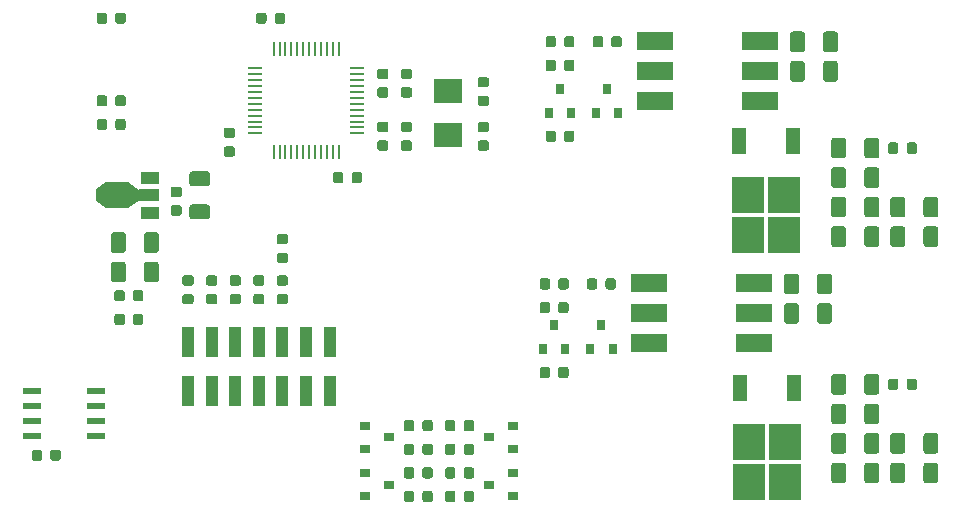
<source format=gbr>
G04 #@! TF.GenerationSoftware,KiCad,Pcbnew,5.1.5+dfsg1-2~bpo10+1*
G04 #@! TF.CreationDate,2020-05-02T00:01:12+02:00*
G04 #@! TF.ProjectId,reflow-controller,7265666c-6f77-42d6-936f-6e74726f6c6c,rev?*
G04 #@! TF.SameCoordinates,Original*
G04 #@! TF.FileFunction,Paste,Top*
G04 #@! TF.FilePolarity,Positive*
%FSLAX46Y46*%
G04 Gerber Fmt 4.6, Leading zero omitted, Abs format (unit mm)*
G04 Created by KiCad (PCBNEW 5.1.5+dfsg1-2~bpo10+1) date 2020-05-02 00:01:12*
%MOMM*%
%LPD*%
G04 APERTURE LIST*
%ADD10R,0.250000X1.300000*%
%ADD11R,1.300000X0.250000*%
%ADD12R,2.400000X2.000000*%
%ADD13R,3.100000X1.600000*%
%ADD14R,1.550000X0.600000*%
%ADD15C,0.100000*%
%ADD16R,1.840000X2.200000*%
%ADD17R,1.500000X1.000000*%
%ADD18R,1.800000X1.000000*%
%ADD19R,0.800000X0.900000*%
%ADD20R,0.900000X0.800000*%
%ADD21R,1.000000X2.580000*%
%ADD22R,2.750000X3.050000*%
%ADD23R,1.200000X2.200000*%
G04 APERTURE END LIST*
D10*
X152750000Y-124850000D03*
X152250000Y-124850000D03*
X151750000Y-124850000D03*
X151250000Y-124850000D03*
X150750000Y-124850000D03*
X150250000Y-124850000D03*
X149750000Y-124850000D03*
X149250000Y-124850000D03*
X148750000Y-124850000D03*
X148250000Y-124850000D03*
X147750000Y-124850000D03*
X147250000Y-124850000D03*
D11*
X145650000Y-123250000D03*
X145650000Y-122750000D03*
X145650000Y-122250000D03*
X145650000Y-121750000D03*
X145650000Y-121250000D03*
X145650000Y-120750000D03*
X145650000Y-120250000D03*
X145650000Y-119750000D03*
X145650000Y-119250000D03*
X145650000Y-118750000D03*
X145650000Y-118250000D03*
X145650000Y-117750000D03*
D10*
X147250000Y-116150000D03*
X147750000Y-116150000D03*
X148250000Y-116150000D03*
X148750000Y-116150000D03*
X149250000Y-116150000D03*
X149750000Y-116150000D03*
X150250000Y-116150000D03*
X150750000Y-116150000D03*
X151250000Y-116150000D03*
X151750000Y-116150000D03*
X152250000Y-116150000D03*
X152750000Y-116150000D03*
D11*
X154350000Y-117750000D03*
X154350000Y-118250000D03*
X154350000Y-118750000D03*
X154350000Y-119250000D03*
X154350000Y-119750000D03*
X154350000Y-120250000D03*
X154350000Y-120750000D03*
X154350000Y-121250000D03*
X154350000Y-121750000D03*
X154350000Y-122250000D03*
X154350000Y-122750000D03*
X154350000Y-123250000D03*
D12*
X162000000Y-119650000D03*
X162000000Y-123350000D03*
D13*
X188445000Y-115460000D03*
X179555000Y-120540000D03*
X188445000Y-118000000D03*
X179555000Y-118000000D03*
X188445000Y-120540000D03*
X179555000Y-115460000D03*
X187945000Y-135960000D03*
X179055000Y-141040000D03*
X187945000Y-138500000D03*
X179055000Y-138500000D03*
X187945000Y-141040000D03*
X179055000Y-135960000D03*
D14*
X132200000Y-145095000D03*
X132200000Y-146365000D03*
X132200000Y-147635000D03*
X132200000Y-148905000D03*
X126800000Y-148905000D03*
X126800000Y-147635000D03*
X126800000Y-146365000D03*
X126800000Y-145095000D03*
D15*
G36*
X134909700Y-127400000D02*
G01*
X135909700Y-128100000D01*
X135909700Y-128900000D01*
X134909700Y-129600000D01*
X134909700Y-127400000D01*
G37*
D16*
X134000000Y-128500000D03*
D17*
X136813500Y-127000000D03*
D18*
X136667000Y-128500000D03*
D17*
X136813500Y-130000000D03*
D15*
G36*
X133091500Y-129600000D02*
G01*
X132241500Y-129000000D01*
X132241500Y-128000000D01*
X133091500Y-127400000D01*
X133091500Y-129600000D01*
G37*
G36*
X198299504Y-123626204D02*
G01*
X198323773Y-123629804D01*
X198347571Y-123635765D01*
X198370671Y-123644030D01*
X198392849Y-123654520D01*
X198413893Y-123667133D01*
X198433598Y-123681747D01*
X198451777Y-123698223D01*
X198468253Y-123716402D01*
X198482867Y-123736107D01*
X198495480Y-123757151D01*
X198505970Y-123779329D01*
X198514235Y-123802429D01*
X198520196Y-123826227D01*
X198523796Y-123850496D01*
X198525000Y-123875000D01*
X198525000Y-125125000D01*
X198523796Y-125149504D01*
X198520196Y-125173773D01*
X198514235Y-125197571D01*
X198505970Y-125220671D01*
X198495480Y-125242849D01*
X198482867Y-125263893D01*
X198468253Y-125283598D01*
X198451777Y-125301777D01*
X198433598Y-125318253D01*
X198413893Y-125332867D01*
X198392849Y-125345480D01*
X198370671Y-125355970D01*
X198347571Y-125364235D01*
X198323773Y-125370196D01*
X198299504Y-125373796D01*
X198275000Y-125375000D01*
X197525000Y-125375000D01*
X197500496Y-125373796D01*
X197476227Y-125370196D01*
X197452429Y-125364235D01*
X197429329Y-125355970D01*
X197407151Y-125345480D01*
X197386107Y-125332867D01*
X197366402Y-125318253D01*
X197348223Y-125301777D01*
X197331747Y-125283598D01*
X197317133Y-125263893D01*
X197304520Y-125242849D01*
X197294030Y-125220671D01*
X197285765Y-125197571D01*
X197279804Y-125173773D01*
X197276204Y-125149504D01*
X197275000Y-125125000D01*
X197275000Y-123875000D01*
X197276204Y-123850496D01*
X197279804Y-123826227D01*
X197285765Y-123802429D01*
X197294030Y-123779329D01*
X197304520Y-123757151D01*
X197317133Y-123736107D01*
X197331747Y-123716402D01*
X197348223Y-123698223D01*
X197366402Y-123681747D01*
X197386107Y-123667133D01*
X197407151Y-123654520D01*
X197429329Y-123644030D01*
X197452429Y-123635765D01*
X197476227Y-123629804D01*
X197500496Y-123626204D01*
X197525000Y-123625000D01*
X198275000Y-123625000D01*
X198299504Y-123626204D01*
G37*
G36*
X195499504Y-123626204D02*
G01*
X195523773Y-123629804D01*
X195547571Y-123635765D01*
X195570671Y-123644030D01*
X195592849Y-123654520D01*
X195613893Y-123667133D01*
X195633598Y-123681747D01*
X195651777Y-123698223D01*
X195668253Y-123716402D01*
X195682867Y-123736107D01*
X195695480Y-123757151D01*
X195705970Y-123779329D01*
X195714235Y-123802429D01*
X195720196Y-123826227D01*
X195723796Y-123850496D01*
X195725000Y-123875000D01*
X195725000Y-125125000D01*
X195723796Y-125149504D01*
X195720196Y-125173773D01*
X195714235Y-125197571D01*
X195705970Y-125220671D01*
X195695480Y-125242849D01*
X195682867Y-125263893D01*
X195668253Y-125283598D01*
X195651777Y-125301777D01*
X195633598Y-125318253D01*
X195613893Y-125332867D01*
X195592849Y-125345480D01*
X195570671Y-125355970D01*
X195547571Y-125364235D01*
X195523773Y-125370196D01*
X195499504Y-125373796D01*
X195475000Y-125375000D01*
X194725000Y-125375000D01*
X194700496Y-125373796D01*
X194676227Y-125370196D01*
X194652429Y-125364235D01*
X194629329Y-125355970D01*
X194607151Y-125345480D01*
X194586107Y-125332867D01*
X194566402Y-125318253D01*
X194548223Y-125301777D01*
X194531747Y-125283598D01*
X194517133Y-125263893D01*
X194504520Y-125242849D01*
X194494030Y-125220671D01*
X194485765Y-125197571D01*
X194479804Y-125173773D01*
X194476204Y-125149504D01*
X194475000Y-125125000D01*
X194475000Y-123875000D01*
X194476204Y-123850496D01*
X194479804Y-123826227D01*
X194485765Y-123802429D01*
X194494030Y-123779329D01*
X194504520Y-123757151D01*
X194517133Y-123736107D01*
X194531747Y-123716402D01*
X194548223Y-123698223D01*
X194566402Y-123681747D01*
X194586107Y-123667133D01*
X194607151Y-123654520D01*
X194629329Y-123644030D01*
X194652429Y-123635765D01*
X194676227Y-123629804D01*
X194700496Y-123626204D01*
X194725000Y-123625000D01*
X195475000Y-123625000D01*
X195499504Y-123626204D01*
G37*
G36*
X195499504Y-131126204D02*
G01*
X195523773Y-131129804D01*
X195547571Y-131135765D01*
X195570671Y-131144030D01*
X195592849Y-131154520D01*
X195613893Y-131167133D01*
X195633598Y-131181747D01*
X195651777Y-131198223D01*
X195668253Y-131216402D01*
X195682867Y-131236107D01*
X195695480Y-131257151D01*
X195705970Y-131279329D01*
X195714235Y-131302429D01*
X195720196Y-131326227D01*
X195723796Y-131350496D01*
X195725000Y-131375000D01*
X195725000Y-132625000D01*
X195723796Y-132649504D01*
X195720196Y-132673773D01*
X195714235Y-132697571D01*
X195705970Y-132720671D01*
X195695480Y-132742849D01*
X195682867Y-132763893D01*
X195668253Y-132783598D01*
X195651777Y-132801777D01*
X195633598Y-132818253D01*
X195613893Y-132832867D01*
X195592849Y-132845480D01*
X195570671Y-132855970D01*
X195547571Y-132864235D01*
X195523773Y-132870196D01*
X195499504Y-132873796D01*
X195475000Y-132875000D01*
X194725000Y-132875000D01*
X194700496Y-132873796D01*
X194676227Y-132870196D01*
X194652429Y-132864235D01*
X194629329Y-132855970D01*
X194607151Y-132845480D01*
X194586107Y-132832867D01*
X194566402Y-132818253D01*
X194548223Y-132801777D01*
X194531747Y-132783598D01*
X194517133Y-132763893D01*
X194504520Y-132742849D01*
X194494030Y-132720671D01*
X194485765Y-132697571D01*
X194479804Y-132673773D01*
X194476204Y-132649504D01*
X194475000Y-132625000D01*
X194475000Y-131375000D01*
X194476204Y-131350496D01*
X194479804Y-131326227D01*
X194485765Y-131302429D01*
X194494030Y-131279329D01*
X194504520Y-131257151D01*
X194517133Y-131236107D01*
X194531747Y-131216402D01*
X194548223Y-131198223D01*
X194566402Y-131181747D01*
X194586107Y-131167133D01*
X194607151Y-131154520D01*
X194629329Y-131144030D01*
X194652429Y-131135765D01*
X194676227Y-131129804D01*
X194700496Y-131126204D01*
X194725000Y-131125000D01*
X195475000Y-131125000D01*
X195499504Y-131126204D01*
G37*
G36*
X198299504Y-131126204D02*
G01*
X198323773Y-131129804D01*
X198347571Y-131135765D01*
X198370671Y-131144030D01*
X198392849Y-131154520D01*
X198413893Y-131167133D01*
X198433598Y-131181747D01*
X198451777Y-131198223D01*
X198468253Y-131216402D01*
X198482867Y-131236107D01*
X198495480Y-131257151D01*
X198505970Y-131279329D01*
X198514235Y-131302429D01*
X198520196Y-131326227D01*
X198523796Y-131350496D01*
X198525000Y-131375000D01*
X198525000Y-132625000D01*
X198523796Y-132649504D01*
X198520196Y-132673773D01*
X198514235Y-132697571D01*
X198505970Y-132720671D01*
X198495480Y-132742849D01*
X198482867Y-132763893D01*
X198468253Y-132783598D01*
X198451777Y-132801777D01*
X198433598Y-132818253D01*
X198413893Y-132832867D01*
X198392849Y-132845480D01*
X198370671Y-132855970D01*
X198347571Y-132864235D01*
X198323773Y-132870196D01*
X198299504Y-132873796D01*
X198275000Y-132875000D01*
X197525000Y-132875000D01*
X197500496Y-132873796D01*
X197476227Y-132870196D01*
X197452429Y-132864235D01*
X197429329Y-132855970D01*
X197407151Y-132845480D01*
X197386107Y-132832867D01*
X197366402Y-132818253D01*
X197348223Y-132801777D01*
X197331747Y-132783598D01*
X197317133Y-132763893D01*
X197304520Y-132742849D01*
X197294030Y-132720671D01*
X197285765Y-132697571D01*
X197279804Y-132673773D01*
X197276204Y-132649504D01*
X197275000Y-132625000D01*
X197275000Y-131375000D01*
X197276204Y-131350496D01*
X197279804Y-131326227D01*
X197285765Y-131302429D01*
X197294030Y-131279329D01*
X197304520Y-131257151D01*
X197317133Y-131236107D01*
X197331747Y-131216402D01*
X197348223Y-131198223D01*
X197366402Y-131181747D01*
X197386107Y-131167133D01*
X197407151Y-131154520D01*
X197429329Y-131144030D01*
X197452429Y-131135765D01*
X197476227Y-131129804D01*
X197500496Y-131126204D01*
X197525000Y-131125000D01*
X198275000Y-131125000D01*
X198299504Y-131126204D01*
G37*
G36*
X200499504Y-131126204D02*
G01*
X200523773Y-131129804D01*
X200547571Y-131135765D01*
X200570671Y-131144030D01*
X200592849Y-131154520D01*
X200613893Y-131167133D01*
X200633598Y-131181747D01*
X200651777Y-131198223D01*
X200668253Y-131216402D01*
X200682867Y-131236107D01*
X200695480Y-131257151D01*
X200705970Y-131279329D01*
X200714235Y-131302429D01*
X200720196Y-131326227D01*
X200723796Y-131350496D01*
X200725000Y-131375000D01*
X200725000Y-132625000D01*
X200723796Y-132649504D01*
X200720196Y-132673773D01*
X200714235Y-132697571D01*
X200705970Y-132720671D01*
X200695480Y-132742849D01*
X200682867Y-132763893D01*
X200668253Y-132783598D01*
X200651777Y-132801777D01*
X200633598Y-132818253D01*
X200613893Y-132832867D01*
X200592849Y-132845480D01*
X200570671Y-132855970D01*
X200547571Y-132864235D01*
X200523773Y-132870196D01*
X200499504Y-132873796D01*
X200475000Y-132875000D01*
X199725000Y-132875000D01*
X199700496Y-132873796D01*
X199676227Y-132870196D01*
X199652429Y-132864235D01*
X199629329Y-132855970D01*
X199607151Y-132845480D01*
X199586107Y-132832867D01*
X199566402Y-132818253D01*
X199548223Y-132801777D01*
X199531747Y-132783598D01*
X199517133Y-132763893D01*
X199504520Y-132742849D01*
X199494030Y-132720671D01*
X199485765Y-132697571D01*
X199479804Y-132673773D01*
X199476204Y-132649504D01*
X199475000Y-132625000D01*
X199475000Y-131375000D01*
X199476204Y-131350496D01*
X199479804Y-131326227D01*
X199485765Y-131302429D01*
X199494030Y-131279329D01*
X199504520Y-131257151D01*
X199517133Y-131236107D01*
X199531747Y-131216402D01*
X199548223Y-131198223D01*
X199566402Y-131181747D01*
X199586107Y-131167133D01*
X199607151Y-131154520D01*
X199629329Y-131144030D01*
X199652429Y-131135765D01*
X199676227Y-131129804D01*
X199700496Y-131126204D01*
X199725000Y-131125000D01*
X200475000Y-131125000D01*
X200499504Y-131126204D01*
G37*
G36*
X203299504Y-131126204D02*
G01*
X203323773Y-131129804D01*
X203347571Y-131135765D01*
X203370671Y-131144030D01*
X203392849Y-131154520D01*
X203413893Y-131167133D01*
X203433598Y-131181747D01*
X203451777Y-131198223D01*
X203468253Y-131216402D01*
X203482867Y-131236107D01*
X203495480Y-131257151D01*
X203505970Y-131279329D01*
X203514235Y-131302429D01*
X203520196Y-131326227D01*
X203523796Y-131350496D01*
X203525000Y-131375000D01*
X203525000Y-132625000D01*
X203523796Y-132649504D01*
X203520196Y-132673773D01*
X203514235Y-132697571D01*
X203505970Y-132720671D01*
X203495480Y-132742849D01*
X203482867Y-132763893D01*
X203468253Y-132783598D01*
X203451777Y-132801777D01*
X203433598Y-132818253D01*
X203413893Y-132832867D01*
X203392849Y-132845480D01*
X203370671Y-132855970D01*
X203347571Y-132864235D01*
X203323773Y-132870196D01*
X203299504Y-132873796D01*
X203275000Y-132875000D01*
X202525000Y-132875000D01*
X202500496Y-132873796D01*
X202476227Y-132870196D01*
X202452429Y-132864235D01*
X202429329Y-132855970D01*
X202407151Y-132845480D01*
X202386107Y-132832867D01*
X202366402Y-132818253D01*
X202348223Y-132801777D01*
X202331747Y-132783598D01*
X202317133Y-132763893D01*
X202304520Y-132742849D01*
X202294030Y-132720671D01*
X202285765Y-132697571D01*
X202279804Y-132673773D01*
X202276204Y-132649504D01*
X202275000Y-132625000D01*
X202275000Y-131375000D01*
X202276204Y-131350496D01*
X202279804Y-131326227D01*
X202285765Y-131302429D01*
X202294030Y-131279329D01*
X202304520Y-131257151D01*
X202317133Y-131236107D01*
X202331747Y-131216402D01*
X202348223Y-131198223D01*
X202366402Y-131181747D01*
X202386107Y-131167133D01*
X202407151Y-131154520D01*
X202429329Y-131144030D01*
X202452429Y-131135765D01*
X202476227Y-131129804D01*
X202500496Y-131126204D01*
X202525000Y-131125000D01*
X203275000Y-131125000D01*
X203299504Y-131126204D01*
G37*
G36*
X198299504Y-143626204D02*
G01*
X198323773Y-143629804D01*
X198347571Y-143635765D01*
X198370671Y-143644030D01*
X198392849Y-143654520D01*
X198413893Y-143667133D01*
X198433598Y-143681747D01*
X198451777Y-143698223D01*
X198468253Y-143716402D01*
X198482867Y-143736107D01*
X198495480Y-143757151D01*
X198505970Y-143779329D01*
X198514235Y-143802429D01*
X198520196Y-143826227D01*
X198523796Y-143850496D01*
X198525000Y-143875000D01*
X198525000Y-145125000D01*
X198523796Y-145149504D01*
X198520196Y-145173773D01*
X198514235Y-145197571D01*
X198505970Y-145220671D01*
X198495480Y-145242849D01*
X198482867Y-145263893D01*
X198468253Y-145283598D01*
X198451777Y-145301777D01*
X198433598Y-145318253D01*
X198413893Y-145332867D01*
X198392849Y-145345480D01*
X198370671Y-145355970D01*
X198347571Y-145364235D01*
X198323773Y-145370196D01*
X198299504Y-145373796D01*
X198275000Y-145375000D01*
X197525000Y-145375000D01*
X197500496Y-145373796D01*
X197476227Y-145370196D01*
X197452429Y-145364235D01*
X197429329Y-145355970D01*
X197407151Y-145345480D01*
X197386107Y-145332867D01*
X197366402Y-145318253D01*
X197348223Y-145301777D01*
X197331747Y-145283598D01*
X197317133Y-145263893D01*
X197304520Y-145242849D01*
X197294030Y-145220671D01*
X197285765Y-145197571D01*
X197279804Y-145173773D01*
X197276204Y-145149504D01*
X197275000Y-145125000D01*
X197275000Y-143875000D01*
X197276204Y-143850496D01*
X197279804Y-143826227D01*
X197285765Y-143802429D01*
X197294030Y-143779329D01*
X197304520Y-143757151D01*
X197317133Y-143736107D01*
X197331747Y-143716402D01*
X197348223Y-143698223D01*
X197366402Y-143681747D01*
X197386107Y-143667133D01*
X197407151Y-143654520D01*
X197429329Y-143644030D01*
X197452429Y-143635765D01*
X197476227Y-143629804D01*
X197500496Y-143626204D01*
X197525000Y-143625000D01*
X198275000Y-143625000D01*
X198299504Y-143626204D01*
G37*
G36*
X195499504Y-143626204D02*
G01*
X195523773Y-143629804D01*
X195547571Y-143635765D01*
X195570671Y-143644030D01*
X195592849Y-143654520D01*
X195613893Y-143667133D01*
X195633598Y-143681747D01*
X195651777Y-143698223D01*
X195668253Y-143716402D01*
X195682867Y-143736107D01*
X195695480Y-143757151D01*
X195705970Y-143779329D01*
X195714235Y-143802429D01*
X195720196Y-143826227D01*
X195723796Y-143850496D01*
X195725000Y-143875000D01*
X195725000Y-145125000D01*
X195723796Y-145149504D01*
X195720196Y-145173773D01*
X195714235Y-145197571D01*
X195705970Y-145220671D01*
X195695480Y-145242849D01*
X195682867Y-145263893D01*
X195668253Y-145283598D01*
X195651777Y-145301777D01*
X195633598Y-145318253D01*
X195613893Y-145332867D01*
X195592849Y-145345480D01*
X195570671Y-145355970D01*
X195547571Y-145364235D01*
X195523773Y-145370196D01*
X195499504Y-145373796D01*
X195475000Y-145375000D01*
X194725000Y-145375000D01*
X194700496Y-145373796D01*
X194676227Y-145370196D01*
X194652429Y-145364235D01*
X194629329Y-145355970D01*
X194607151Y-145345480D01*
X194586107Y-145332867D01*
X194566402Y-145318253D01*
X194548223Y-145301777D01*
X194531747Y-145283598D01*
X194517133Y-145263893D01*
X194504520Y-145242849D01*
X194494030Y-145220671D01*
X194485765Y-145197571D01*
X194479804Y-145173773D01*
X194476204Y-145149504D01*
X194475000Y-145125000D01*
X194475000Y-143875000D01*
X194476204Y-143850496D01*
X194479804Y-143826227D01*
X194485765Y-143802429D01*
X194494030Y-143779329D01*
X194504520Y-143757151D01*
X194517133Y-143736107D01*
X194531747Y-143716402D01*
X194548223Y-143698223D01*
X194566402Y-143681747D01*
X194586107Y-143667133D01*
X194607151Y-143654520D01*
X194629329Y-143644030D01*
X194652429Y-143635765D01*
X194676227Y-143629804D01*
X194700496Y-143626204D01*
X194725000Y-143625000D01*
X195475000Y-143625000D01*
X195499504Y-143626204D01*
G37*
G36*
X195499504Y-151126204D02*
G01*
X195523773Y-151129804D01*
X195547571Y-151135765D01*
X195570671Y-151144030D01*
X195592849Y-151154520D01*
X195613893Y-151167133D01*
X195633598Y-151181747D01*
X195651777Y-151198223D01*
X195668253Y-151216402D01*
X195682867Y-151236107D01*
X195695480Y-151257151D01*
X195705970Y-151279329D01*
X195714235Y-151302429D01*
X195720196Y-151326227D01*
X195723796Y-151350496D01*
X195725000Y-151375000D01*
X195725000Y-152625000D01*
X195723796Y-152649504D01*
X195720196Y-152673773D01*
X195714235Y-152697571D01*
X195705970Y-152720671D01*
X195695480Y-152742849D01*
X195682867Y-152763893D01*
X195668253Y-152783598D01*
X195651777Y-152801777D01*
X195633598Y-152818253D01*
X195613893Y-152832867D01*
X195592849Y-152845480D01*
X195570671Y-152855970D01*
X195547571Y-152864235D01*
X195523773Y-152870196D01*
X195499504Y-152873796D01*
X195475000Y-152875000D01*
X194725000Y-152875000D01*
X194700496Y-152873796D01*
X194676227Y-152870196D01*
X194652429Y-152864235D01*
X194629329Y-152855970D01*
X194607151Y-152845480D01*
X194586107Y-152832867D01*
X194566402Y-152818253D01*
X194548223Y-152801777D01*
X194531747Y-152783598D01*
X194517133Y-152763893D01*
X194504520Y-152742849D01*
X194494030Y-152720671D01*
X194485765Y-152697571D01*
X194479804Y-152673773D01*
X194476204Y-152649504D01*
X194475000Y-152625000D01*
X194475000Y-151375000D01*
X194476204Y-151350496D01*
X194479804Y-151326227D01*
X194485765Y-151302429D01*
X194494030Y-151279329D01*
X194504520Y-151257151D01*
X194517133Y-151236107D01*
X194531747Y-151216402D01*
X194548223Y-151198223D01*
X194566402Y-151181747D01*
X194586107Y-151167133D01*
X194607151Y-151154520D01*
X194629329Y-151144030D01*
X194652429Y-151135765D01*
X194676227Y-151129804D01*
X194700496Y-151126204D01*
X194725000Y-151125000D01*
X195475000Y-151125000D01*
X195499504Y-151126204D01*
G37*
G36*
X198299504Y-151126204D02*
G01*
X198323773Y-151129804D01*
X198347571Y-151135765D01*
X198370671Y-151144030D01*
X198392849Y-151154520D01*
X198413893Y-151167133D01*
X198433598Y-151181747D01*
X198451777Y-151198223D01*
X198468253Y-151216402D01*
X198482867Y-151236107D01*
X198495480Y-151257151D01*
X198505970Y-151279329D01*
X198514235Y-151302429D01*
X198520196Y-151326227D01*
X198523796Y-151350496D01*
X198525000Y-151375000D01*
X198525000Y-152625000D01*
X198523796Y-152649504D01*
X198520196Y-152673773D01*
X198514235Y-152697571D01*
X198505970Y-152720671D01*
X198495480Y-152742849D01*
X198482867Y-152763893D01*
X198468253Y-152783598D01*
X198451777Y-152801777D01*
X198433598Y-152818253D01*
X198413893Y-152832867D01*
X198392849Y-152845480D01*
X198370671Y-152855970D01*
X198347571Y-152864235D01*
X198323773Y-152870196D01*
X198299504Y-152873796D01*
X198275000Y-152875000D01*
X197525000Y-152875000D01*
X197500496Y-152873796D01*
X197476227Y-152870196D01*
X197452429Y-152864235D01*
X197429329Y-152855970D01*
X197407151Y-152845480D01*
X197386107Y-152832867D01*
X197366402Y-152818253D01*
X197348223Y-152801777D01*
X197331747Y-152783598D01*
X197317133Y-152763893D01*
X197304520Y-152742849D01*
X197294030Y-152720671D01*
X197285765Y-152697571D01*
X197279804Y-152673773D01*
X197276204Y-152649504D01*
X197275000Y-152625000D01*
X197275000Y-151375000D01*
X197276204Y-151350496D01*
X197279804Y-151326227D01*
X197285765Y-151302429D01*
X197294030Y-151279329D01*
X197304520Y-151257151D01*
X197317133Y-151236107D01*
X197331747Y-151216402D01*
X197348223Y-151198223D01*
X197366402Y-151181747D01*
X197386107Y-151167133D01*
X197407151Y-151154520D01*
X197429329Y-151144030D01*
X197452429Y-151135765D01*
X197476227Y-151129804D01*
X197500496Y-151126204D01*
X197525000Y-151125000D01*
X198275000Y-151125000D01*
X198299504Y-151126204D01*
G37*
G36*
X200499504Y-151126204D02*
G01*
X200523773Y-151129804D01*
X200547571Y-151135765D01*
X200570671Y-151144030D01*
X200592849Y-151154520D01*
X200613893Y-151167133D01*
X200633598Y-151181747D01*
X200651777Y-151198223D01*
X200668253Y-151216402D01*
X200682867Y-151236107D01*
X200695480Y-151257151D01*
X200705970Y-151279329D01*
X200714235Y-151302429D01*
X200720196Y-151326227D01*
X200723796Y-151350496D01*
X200725000Y-151375000D01*
X200725000Y-152625000D01*
X200723796Y-152649504D01*
X200720196Y-152673773D01*
X200714235Y-152697571D01*
X200705970Y-152720671D01*
X200695480Y-152742849D01*
X200682867Y-152763893D01*
X200668253Y-152783598D01*
X200651777Y-152801777D01*
X200633598Y-152818253D01*
X200613893Y-152832867D01*
X200592849Y-152845480D01*
X200570671Y-152855970D01*
X200547571Y-152864235D01*
X200523773Y-152870196D01*
X200499504Y-152873796D01*
X200475000Y-152875000D01*
X199725000Y-152875000D01*
X199700496Y-152873796D01*
X199676227Y-152870196D01*
X199652429Y-152864235D01*
X199629329Y-152855970D01*
X199607151Y-152845480D01*
X199586107Y-152832867D01*
X199566402Y-152818253D01*
X199548223Y-152801777D01*
X199531747Y-152783598D01*
X199517133Y-152763893D01*
X199504520Y-152742849D01*
X199494030Y-152720671D01*
X199485765Y-152697571D01*
X199479804Y-152673773D01*
X199476204Y-152649504D01*
X199475000Y-152625000D01*
X199475000Y-151375000D01*
X199476204Y-151350496D01*
X199479804Y-151326227D01*
X199485765Y-151302429D01*
X199494030Y-151279329D01*
X199504520Y-151257151D01*
X199517133Y-151236107D01*
X199531747Y-151216402D01*
X199548223Y-151198223D01*
X199566402Y-151181747D01*
X199586107Y-151167133D01*
X199607151Y-151154520D01*
X199629329Y-151144030D01*
X199652429Y-151135765D01*
X199676227Y-151129804D01*
X199700496Y-151126204D01*
X199725000Y-151125000D01*
X200475000Y-151125000D01*
X200499504Y-151126204D01*
G37*
G36*
X203299504Y-151126204D02*
G01*
X203323773Y-151129804D01*
X203347571Y-151135765D01*
X203370671Y-151144030D01*
X203392849Y-151154520D01*
X203413893Y-151167133D01*
X203433598Y-151181747D01*
X203451777Y-151198223D01*
X203468253Y-151216402D01*
X203482867Y-151236107D01*
X203495480Y-151257151D01*
X203505970Y-151279329D01*
X203514235Y-151302429D01*
X203520196Y-151326227D01*
X203523796Y-151350496D01*
X203525000Y-151375000D01*
X203525000Y-152625000D01*
X203523796Y-152649504D01*
X203520196Y-152673773D01*
X203514235Y-152697571D01*
X203505970Y-152720671D01*
X203495480Y-152742849D01*
X203482867Y-152763893D01*
X203468253Y-152783598D01*
X203451777Y-152801777D01*
X203433598Y-152818253D01*
X203413893Y-152832867D01*
X203392849Y-152845480D01*
X203370671Y-152855970D01*
X203347571Y-152864235D01*
X203323773Y-152870196D01*
X203299504Y-152873796D01*
X203275000Y-152875000D01*
X202525000Y-152875000D01*
X202500496Y-152873796D01*
X202476227Y-152870196D01*
X202452429Y-152864235D01*
X202429329Y-152855970D01*
X202407151Y-152845480D01*
X202386107Y-152832867D01*
X202366402Y-152818253D01*
X202348223Y-152801777D01*
X202331747Y-152783598D01*
X202317133Y-152763893D01*
X202304520Y-152742849D01*
X202294030Y-152720671D01*
X202285765Y-152697571D01*
X202279804Y-152673773D01*
X202276204Y-152649504D01*
X202275000Y-152625000D01*
X202275000Y-151375000D01*
X202276204Y-151350496D01*
X202279804Y-151326227D01*
X202285765Y-151302429D01*
X202294030Y-151279329D01*
X202304520Y-151257151D01*
X202317133Y-151236107D01*
X202331747Y-151216402D01*
X202348223Y-151198223D01*
X202366402Y-151181747D01*
X202386107Y-151167133D01*
X202407151Y-151154520D01*
X202429329Y-151144030D01*
X202452429Y-151135765D01*
X202476227Y-151129804D01*
X202500496Y-151126204D01*
X202525000Y-151125000D01*
X203275000Y-151125000D01*
X203299504Y-151126204D01*
G37*
G36*
X198299504Y-126126204D02*
G01*
X198323773Y-126129804D01*
X198347571Y-126135765D01*
X198370671Y-126144030D01*
X198392849Y-126154520D01*
X198413893Y-126167133D01*
X198433598Y-126181747D01*
X198451777Y-126198223D01*
X198468253Y-126216402D01*
X198482867Y-126236107D01*
X198495480Y-126257151D01*
X198505970Y-126279329D01*
X198514235Y-126302429D01*
X198520196Y-126326227D01*
X198523796Y-126350496D01*
X198525000Y-126375000D01*
X198525000Y-127625000D01*
X198523796Y-127649504D01*
X198520196Y-127673773D01*
X198514235Y-127697571D01*
X198505970Y-127720671D01*
X198495480Y-127742849D01*
X198482867Y-127763893D01*
X198468253Y-127783598D01*
X198451777Y-127801777D01*
X198433598Y-127818253D01*
X198413893Y-127832867D01*
X198392849Y-127845480D01*
X198370671Y-127855970D01*
X198347571Y-127864235D01*
X198323773Y-127870196D01*
X198299504Y-127873796D01*
X198275000Y-127875000D01*
X197525000Y-127875000D01*
X197500496Y-127873796D01*
X197476227Y-127870196D01*
X197452429Y-127864235D01*
X197429329Y-127855970D01*
X197407151Y-127845480D01*
X197386107Y-127832867D01*
X197366402Y-127818253D01*
X197348223Y-127801777D01*
X197331747Y-127783598D01*
X197317133Y-127763893D01*
X197304520Y-127742849D01*
X197294030Y-127720671D01*
X197285765Y-127697571D01*
X197279804Y-127673773D01*
X197276204Y-127649504D01*
X197275000Y-127625000D01*
X197275000Y-126375000D01*
X197276204Y-126350496D01*
X197279804Y-126326227D01*
X197285765Y-126302429D01*
X197294030Y-126279329D01*
X197304520Y-126257151D01*
X197317133Y-126236107D01*
X197331747Y-126216402D01*
X197348223Y-126198223D01*
X197366402Y-126181747D01*
X197386107Y-126167133D01*
X197407151Y-126154520D01*
X197429329Y-126144030D01*
X197452429Y-126135765D01*
X197476227Y-126129804D01*
X197500496Y-126126204D01*
X197525000Y-126125000D01*
X198275000Y-126125000D01*
X198299504Y-126126204D01*
G37*
G36*
X195499504Y-126126204D02*
G01*
X195523773Y-126129804D01*
X195547571Y-126135765D01*
X195570671Y-126144030D01*
X195592849Y-126154520D01*
X195613893Y-126167133D01*
X195633598Y-126181747D01*
X195651777Y-126198223D01*
X195668253Y-126216402D01*
X195682867Y-126236107D01*
X195695480Y-126257151D01*
X195705970Y-126279329D01*
X195714235Y-126302429D01*
X195720196Y-126326227D01*
X195723796Y-126350496D01*
X195725000Y-126375000D01*
X195725000Y-127625000D01*
X195723796Y-127649504D01*
X195720196Y-127673773D01*
X195714235Y-127697571D01*
X195705970Y-127720671D01*
X195695480Y-127742849D01*
X195682867Y-127763893D01*
X195668253Y-127783598D01*
X195651777Y-127801777D01*
X195633598Y-127818253D01*
X195613893Y-127832867D01*
X195592849Y-127845480D01*
X195570671Y-127855970D01*
X195547571Y-127864235D01*
X195523773Y-127870196D01*
X195499504Y-127873796D01*
X195475000Y-127875000D01*
X194725000Y-127875000D01*
X194700496Y-127873796D01*
X194676227Y-127870196D01*
X194652429Y-127864235D01*
X194629329Y-127855970D01*
X194607151Y-127845480D01*
X194586107Y-127832867D01*
X194566402Y-127818253D01*
X194548223Y-127801777D01*
X194531747Y-127783598D01*
X194517133Y-127763893D01*
X194504520Y-127742849D01*
X194494030Y-127720671D01*
X194485765Y-127697571D01*
X194479804Y-127673773D01*
X194476204Y-127649504D01*
X194475000Y-127625000D01*
X194475000Y-126375000D01*
X194476204Y-126350496D01*
X194479804Y-126326227D01*
X194485765Y-126302429D01*
X194494030Y-126279329D01*
X194504520Y-126257151D01*
X194517133Y-126236107D01*
X194531747Y-126216402D01*
X194548223Y-126198223D01*
X194566402Y-126181747D01*
X194586107Y-126167133D01*
X194607151Y-126154520D01*
X194629329Y-126144030D01*
X194652429Y-126135765D01*
X194676227Y-126129804D01*
X194700496Y-126126204D01*
X194725000Y-126125000D01*
X195475000Y-126125000D01*
X195499504Y-126126204D01*
G37*
G36*
X195499504Y-128626204D02*
G01*
X195523773Y-128629804D01*
X195547571Y-128635765D01*
X195570671Y-128644030D01*
X195592849Y-128654520D01*
X195613893Y-128667133D01*
X195633598Y-128681747D01*
X195651777Y-128698223D01*
X195668253Y-128716402D01*
X195682867Y-128736107D01*
X195695480Y-128757151D01*
X195705970Y-128779329D01*
X195714235Y-128802429D01*
X195720196Y-128826227D01*
X195723796Y-128850496D01*
X195725000Y-128875000D01*
X195725000Y-130125000D01*
X195723796Y-130149504D01*
X195720196Y-130173773D01*
X195714235Y-130197571D01*
X195705970Y-130220671D01*
X195695480Y-130242849D01*
X195682867Y-130263893D01*
X195668253Y-130283598D01*
X195651777Y-130301777D01*
X195633598Y-130318253D01*
X195613893Y-130332867D01*
X195592849Y-130345480D01*
X195570671Y-130355970D01*
X195547571Y-130364235D01*
X195523773Y-130370196D01*
X195499504Y-130373796D01*
X195475000Y-130375000D01*
X194725000Y-130375000D01*
X194700496Y-130373796D01*
X194676227Y-130370196D01*
X194652429Y-130364235D01*
X194629329Y-130355970D01*
X194607151Y-130345480D01*
X194586107Y-130332867D01*
X194566402Y-130318253D01*
X194548223Y-130301777D01*
X194531747Y-130283598D01*
X194517133Y-130263893D01*
X194504520Y-130242849D01*
X194494030Y-130220671D01*
X194485765Y-130197571D01*
X194479804Y-130173773D01*
X194476204Y-130149504D01*
X194475000Y-130125000D01*
X194475000Y-128875000D01*
X194476204Y-128850496D01*
X194479804Y-128826227D01*
X194485765Y-128802429D01*
X194494030Y-128779329D01*
X194504520Y-128757151D01*
X194517133Y-128736107D01*
X194531747Y-128716402D01*
X194548223Y-128698223D01*
X194566402Y-128681747D01*
X194586107Y-128667133D01*
X194607151Y-128654520D01*
X194629329Y-128644030D01*
X194652429Y-128635765D01*
X194676227Y-128629804D01*
X194700496Y-128626204D01*
X194725000Y-128625000D01*
X195475000Y-128625000D01*
X195499504Y-128626204D01*
G37*
G36*
X198299504Y-128626204D02*
G01*
X198323773Y-128629804D01*
X198347571Y-128635765D01*
X198370671Y-128644030D01*
X198392849Y-128654520D01*
X198413893Y-128667133D01*
X198433598Y-128681747D01*
X198451777Y-128698223D01*
X198468253Y-128716402D01*
X198482867Y-128736107D01*
X198495480Y-128757151D01*
X198505970Y-128779329D01*
X198514235Y-128802429D01*
X198520196Y-128826227D01*
X198523796Y-128850496D01*
X198525000Y-128875000D01*
X198525000Y-130125000D01*
X198523796Y-130149504D01*
X198520196Y-130173773D01*
X198514235Y-130197571D01*
X198505970Y-130220671D01*
X198495480Y-130242849D01*
X198482867Y-130263893D01*
X198468253Y-130283598D01*
X198451777Y-130301777D01*
X198433598Y-130318253D01*
X198413893Y-130332867D01*
X198392849Y-130345480D01*
X198370671Y-130355970D01*
X198347571Y-130364235D01*
X198323773Y-130370196D01*
X198299504Y-130373796D01*
X198275000Y-130375000D01*
X197525000Y-130375000D01*
X197500496Y-130373796D01*
X197476227Y-130370196D01*
X197452429Y-130364235D01*
X197429329Y-130355970D01*
X197407151Y-130345480D01*
X197386107Y-130332867D01*
X197366402Y-130318253D01*
X197348223Y-130301777D01*
X197331747Y-130283598D01*
X197317133Y-130263893D01*
X197304520Y-130242849D01*
X197294030Y-130220671D01*
X197285765Y-130197571D01*
X197279804Y-130173773D01*
X197276204Y-130149504D01*
X197275000Y-130125000D01*
X197275000Y-128875000D01*
X197276204Y-128850496D01*
X197279804Y-128826227D01*
X197285765Y-128802429D01*
X197294030Y-128779329D01*
X197304520Y-128757151D01*
X197317133Y-128736107D01*
X197331747Y-128716402D01*
X197348223Y-128698223D01*
X197366402Y-128681747D01*
X197386107Y-128667133D01*
X197407151Y-128654520D01*
X197429329Y-128644030D01*
X197452429Y-128635765D01*
X197476227Y-128629804D01*
X197500496Y-128626204D01*
X197525000Y-128625000D01*
X198275000Y-128625000D01*
X198299504Y-128626204D01*
G37*
G36*
X200499504Y-128626204D02*
G01*
X200523773Y-128629804D01*
X200547571Y-128635765D01*
X200570671Y-128644030D01*
X200592849Y-128654520D01*
X200613893Y-128667133D01*
X200633598Y-128681747D01*
X200651777Y-128698223D01*
X200668253Y-128716402D01*
X200682867Y-128736107D01*
X200695480Y-128757151D01*
X200705970Y-128779329D01*
X200714235Y-128802429D01*
X200720196Y-128826227D01*
X200723796Y-128850496D01*
X200725000Y-128875000D01*
X200725000Y-130125000D01*
X200723796Y-130149504D01*
X200720196Y-130173773D01*
X200714235Y-130197571D01*
X200705970Y-130220671D01*
X200695480Y-130242849D01*
X200682867Y-130263893D01*
X200668253Y-130283598D01*
X200651777Y-130301777D01*
X200633598Y-130318253D01*
X200613893Y-130332867D01*
X200592849Y-130345480D01*
X200570671Y-130355970D01*
X200547571Y-130364235D01*
X200523773Y-130370196D01*
X200499504Y-130373796D01*
X200475000Y-130375000D01*
X199725000Y-130375000D01*
X199700496Y-130373796D01*
X199676227Y-130370196D01*
X199652429Y-130364235D01*
X199629329Y-130355970D01*
X199607151Y-130345480D01*
X199586107Y-130332867D01*
X199566402Y-130318253D01*
X199548223Y-130301777D01*
X199531747Y-130283598D01*
X199517133Y-130263893D01*
X199504520Y-130242849D01*
X199494030Y-130220671D01*
X199485765Y-130197571D01*
X199479804Y-130173773D01*
X199476204Y-130149504D01*
X199475000Y-130125000D01*
X199475000Y-128875000D01*
X199476204Y-128850496D01*
X199479804Y-128826227D01*
X199485765Y-128802429D01*
X199494030Y-128779329D01*
X199504520Y-128757151D01*
X199517133Y-128736107D01*
X199531747Y-128716402D01*
X199548223Y-128698223D01*
X199566402Y-128681747D01*
X199586107Y-128667133D01*
X199607151Y-128654520D01*
X199629329Y-128644030D01*
X199652429Y-128635765D01*
X199676227Y-128629804D01*
X199700496Y-128626204D01*
X199725000Y-128625000D01*
X200475000Y-128625000D01*
X200499504Y-128626204D01*
G37*
G36*
X203299504Y-128626204D02*
G01*
X203323773Y-128629804D01*
X203347571Y-128635765D01*
X203370671Y-128644030D01*
X203392849Y-128654520D01*
X203413893Y-128667133D01*
X203433598Y-128681747D01*
X203451777Y-128698223D01*
X203468253Y-128716402D01*
X203482867Y-128736107D01*
X203495480Y-128757151D01*
X203505970Y-128779329D01*
X203514235Y-128802429D01*
X203520196Y-128826227D01*
X203523796Y-128850496D01*
X203525000Y-128875000D01*
X203525000Y-130125000D01*
X203523796Y-130149504D01*
X203520196Y-130173773D01*
X203514235Y-130197571D01*
X203505970Y-130220671D01*
X203495480Y-130242849D01*
X203482867Y-130263893D01*
X203468253Y-130283598D01*
X203451777Y-130301777D01*
X203433598Y-130318253D01*
X203413893Y-130332867D01*
X203392849Y-130345480D01*
X203370671Y-130355970D01*
X203347571Y-130364235D01*
X203323773Y-130370196D01*
X203299504Y-130373796D01*
X203275000Y-130375000D01*
X202525000Y-130375000D01*
X202500496Y-130373796D01*
X202476227Y-130370196D01*
X202452429Y-130364235D01*
X202429329Y-130355970D01*
X202407151Y-130345480D01*
X202386107Y-130332867D01*
X202366402Y-130318253D01*
X202348223Y-130301777D01*
X202331747Y-130283598D01*
X202317133Y-130263893D01*
X202304520Y-130242849D01*
X202294030Y-130220671D01*
X202285765Y-130197571D01*
X202279804Y-130173773D01*
X202276204Y-130149504D01*
X202275000Y-130125000D01*
X202275000Y-128875000D01*
X202276204Y-128850496D01*
X202279804Y-128826227D01*
X202285765Y-128802429D01*
X202294030Y-128779329D01*
X202304520Y-128757151D01*
X202317133Y-128736107D01*
X202331747Y-128716402D01*
X202348223Y-128698223D01*
X202366402Y-128681747D01*
X202386107Y-128667133D01*
X202407151Y-128654520D01*
X202429329Y-128644030D01*
X202452429Y-128635765D01*
X202476227Y-128629804D01*
X202500496Y-128626204D01*
X202525000Y-128625000D01*
X203275000Y-128625000D01*
X203299504Y-128626204D01*
G37*
G36*
X198299504Y-146126204D02*
G01*
X198323773Y-146129804D01*
X198347571Y-146135765D01*
X198370671Y-146144030D01*
X198392849Y-146154520D01*
X198413893Y-146167133D01*
X198433598Y-146181747D01*
X198451777Y-146198223D01*
X198468253Y-146216402D01*
X198482867Y-146236107D01*
X198495480Y-146257151D01*
X198505970Y-146279329D01*
X198514235Y-146302429D01*
X198520196Y-146326227D01*
X198523796Y-146350496D01*
X198525000Y-146375000D01*
X198525000Y-147625000D01*
X198523796Y-147649504D01*
X198520196Y-147673773D01*
X198514235Y-147697571D01*
X198505970Y-147720671D01*
X198495480Y-147742849D01*
X198482867Y-147763893D01*
X198468253Y-147783598D01*
X198451777Y-147801777D01*
X198433598Y-147818253D01*
X198413893Y-147832867D01*
X198392849Y-147845480D01*
X198370671Y-147855970D01*
X198347571Y-147864235D01*
X198323773Y-147870196D01*
X198299504Y-147873796D01*
X198275000Y-147875000D01*
X197525000Y-147875000D01*
X197500496Y-147873796D01*
X197476227Y-147870196D01*
X197452429Y-147864235D01*
X197429329Y-147855970D01*
X197407151Y-147845480D01*
X197386107Y-147832867D01*
X197366402Y-147818253D01*
X197348223Y-147801777D01*
X197331747Y-147783598D01*
X197317133Y-147763893D01*
X197304520Y-147742849D01*
X197294030Y-147720671D01*
X197285765Y-147697571D01*
X197279804Y-147673773D01*
X197276204Y-147649504D01*
X197275000Y-147625000D01*
X197275000Y-146375000D01*
X197276204Y-146350496D01*
X197279804Y-146326227D01*
X197285765Y-146302429D01*
X197294030Y-146279329D01*
X197304520Y-146257151D01*
X197317133Y-146236107D01*
X197331747Y-146216402D01*
X197348223Y-146198223D01*
X197366402Y-146181747D01*
X197386107Y-146167133D01*
X197407151Y-146154520D01*
X197429329Y-146144030D01*
X197452429Y-146135765D01*
X197476227Y-146129804D01*
X197500496Y-146126204D01*
X197525000Y-146125000D01*
X198275000Y-146125000D01*
X198299504Y-146126204D01*
G37*
G36*
X195499504Y-146126204D02*
G01*
X195523773Y-146129804D01*
X195547571Y-146135765D01*
X195570671Y-146144030D01*
X195592849Y-146154520D01*
X195613893Y-146167133D01*
X195633598Y-146181747D01*
X195651777Y-146198223D01*
X195668253Y-146216402D01*
X195682867Y-146236107D01*
X195695480Y-146257151D01*
X195705970Y-146279329D01*
X195714235Y-146302429D01*
X195720196Y-146326227D01*
X195723796Y-146350496D01*
X195725000Y-146375000D01*
X195725000Y-147625000D01*
X195723796Y-147649504D01*
X195720196Y-147673773D01*
X195714235Y-147697571D01*
X195705970Y-147720671D01*
X195695480Y-147742849D01*
X195682867Y-147763893D01*
X195668253Y-147783598D01*
X195651777Y-147801777D01*
X195633598Y-147818253D01*
X195613893Y-147832867D01*
X195592849Y-147845480D01*
X195570671Y-147855970D01*
X195547571Y-147864235D01*
X195523773Y-147870196D01*
X195499504Y-147873796D01*
X195475000Y-147875000D01*
X194725000Y-147875000D01*
X194700496Y-147873796D01*
X194676227Y-147870196D01*
X194652429Y-147864235D01*
X194629329Y-147855970D01*
X194607151Y-147845480D01*
X194586107Y-147832867D01*
X194566402Y-147818253D01*
X194548223Y-147801777D01*
X194531747Y-147783598D01*
X194517133Y-147763893D01*
X194504520Y-147742849D01*
X194494030Y-147720671D01*
X194485765Y-147697571D01*
X194479804Y-147673773D01*
X194476204Y-147649504D01*
X194475000Y-147625000D01*
X194475000Y-146375000D01*
X194476204Y-146350496D01*
X194479804Y-146326227D01*
X194485765Y-146302429D01*
X194494030Y-146279329D01*
X194504520Y-146257151D01*
X194517133Y-146236107D01*
X194531747Y-146216402D01*
X194548223Y-146198223D01*
X194566402Y-146181747D01*
X194586107Y-146167133D01*
X194607151Y-146154520D01*
X194629329Y-146144030D01*
X194652429Y-146135765D01*
X194676227Y-146129804D01*
X194700496Y-146126204D01*
X194725000Y-146125000D01*
X195475000Y-146125000D01*
X195499504Y-146126204D01*
G37*
G36*
X195499504Y-148626204D02*
G01*
X195523773Y-148629804D01*
X195547571Y-148635765D01*
X195570671Y-148644030D01*
X195592849Y-148654520D01*
X195613893Y-148667133D01*
X195633598Y-148681747D01*
X195651777Y-148698223D01*
X195668253Y-148716402D01*
X195682867Y-148736107D01*
X195695480Y-148757151D01*
X195705970Y-148779329D01*
X195714235Y-148802429D01*
X195720196Y-148826227D01*
X195723796Y-148850496D01*
X195725000Y-148875000D01*
X195725000Y-150125000D01*
X195723796Y-150149504D01*
X195720196Y-150173773D01*
X195714235Y-150197571D01*
X195705970Y-150220671D01*
X195695480Y-150242849D01*
X195682867Y-150263893D01*
X195668253Y-150283598D01*
X195651777Y-150301777D01*
X195633598Y-150318253D01*
X195613893Y-150332867D01*
X195592849Y-150345480D01*
X195570671Y-150355970D01*
X195547571Y-150364235D01*
X195523773Y-150370196D01*
X195499504Y-150373796D01*
X195475000Y-150375000D01*
X194725000Y-150375000D01*
X194700496Y-150373796D01*
X194676227Y-150370196D01*
X194652429Y-150364235D01*
X194629329Y-150355970D01*
X194607151Y-150345480D01*
X194586107Y-150332867D01*
X194566402Y-150318253D01*
X194548223Y-150301777D01*
X194531747Y-150283598D01*
X194517133Y-150263893D01*
X194504520Y-150242849D01*
X194494030Y-150220671D01*
X194485765Y-150197571D01*
X194479804Y-150173773D01*
X194476204Y-150149504D01*
X194475000Y-150125000D01*
X194475000Y-148875000D01*
X194476204Y-148850496D01*
X194479804Y-148826227D01*
X194485765Y-148802429D01*
X194494030Y-148779329D01*
X194504520Y-148757151D01*
X194517133Y-148736107D01*
X194531747Y-148716402D01*
X194548223Y-148698223D01*
X194566402Y-148681747D01*
X194586107Y-148667133D01*
X194607151Y-148654520D01*
X194629329Y-148644030D01*
X194652429Y-148635765D01*
X194676227Y-148629804D01*
X194700496Y-148626204D01*
X194725000Y-148625000D01*
X195475000Y-148625000D01*
X195499504Y-148626204D01*
G37*
G36*
X198299504Y-148626204D02*
G01*
X198323773Y-148629804D01*
X198347571Y-148635765D01*
X198370671Y-148644030D01*
X198392849Y-148654520D01*
X198413893Y-148667133D01*
X198433598Y-148681747D01*
X198451777Y-148698223D01*
X198468253Y-148716402D01*
X198482867Y-148736107D01*
X198495480Y-148757151D01*
X198505970Y-148779329D01*
X198514235Y-148802429D01*
X198520196Y-148826227D01*
X198523796Y-148850496D01*
X198525000Y-148875000D01*
X198525000Y-150125000D01*
X198523796Y-150149504D01*
X198520196Y-150173773D01*
X198514235Y-150197571D01*
X198505970Y-150220671D01*
X198495480Y-150242849D01*
X198482867Y-150263893D01*
X198468253Y-150283598D01*
X198451777Y-150301777D01*
X198433598Y-150318253D01*
X198413893Y-150332867D01*
X198392849Y-150345480D01*
X198370671Y-150355970D01*
X198347571Y-150364235D01*
X198323773Y-150370196D01*
X198299504Y-150373796D01*
X198275000Y-150375000D01*
X197525000Y-150375000D01*
X197500496Y-150373796D01*
X197476227Y-150370196D01*
X197452429Y-150364235D01*
X197429329Y-150355970D01*
X197407151Y-150345480D01*
X197386107Y-150332867D01*
X197366402Y-150318253D01*
X197348223Y-150301777D01*
X197331747Y-150283598D01*
X197317133Y-150263893D01*
X197304520Y-150242849D01*
X197294030Y-150220671D01*
X197285765Y-150197571D01*
X197279804Y-150173773D01*
X197276204Y-150149504D01*
X197275000Y-150125000D01*
X197275000Y-148875000D01*
X197276204Y-148850496D01*
X197279804Y-148826227D01*
X197285765Y-148802429D01*
X197294030Y-148779329D01*
X197304520Y-148757151D01*
X197317133Y-148736107D01*
X197331747Y-148716402D01*
X197348223Y-148698223D01*
X197366402Y-148681747D01*
X197386107Y-148667133D01*
X197407151Y-148654520D01*
X197429329Y-148644030D01*
X197452429Y-148635765D01*
X197476227Y-148629804D01*
X197500496Y-148626204D01*
X197525000Y-148625000D01*
X198275000Y-148625000D01*
X198299504Y-148626204D01*
G37*
G36*
X200499504Y-148626204D02*
G01*
X200523773Y-148629804D01*
X200547571Y-148635765D01*
X200570671Y-148644030D01*
X200592849Y-148654520D01*
X200613893Y-148667133D01*
X200633598Y-148681747D01*
X200651777Y-148698223D01*
X200668253Y-148716402D01*
X200682867Y-148736107D01*
X200695480Y-148757151D01*
X200705970Y-148779329D01*
X200714235Y-148802429D01*
X200720196Y-148826227D01*
X200723796Y-148850496D01*
X200725000Y-148875000D01*
X200725000Y-150125000D01*
X200723796Y-150149504D01*
X200720196Y-150173773D01*
X200714235Y-150197571D01*
X200705970Y-150220671D01*
X200695480Y-150242849D01*
X200682867Y-150263893D01*
X200668253Y-150283598D01*
X200651777Y-150301777D01*
X200633598Y-150318253D01*
X200613893Y-150332867D01*
X200592849Y-150345480D01*
X200570671Y-150355970D01*
X200547571Y-150364235D01*
X200523773Y-150370196D01*
X200499504Y-150373796D01*
X200475000Y-150375000D01*
X199725000Y-150375000D01*
X199700496Y-150373796D01*
X199676227Y-150370196D01*
X199652429Y-150364235D01*
X199629329Y-150355970D01*
X199607151Y-150345480D01*
X199586107Y-150332867D01*
X199566402Y-150318253D01*
X199548223Y-150301777D01*
X199531747Y-150283598D01*
X199517133Y-150263893D01*
X199504520Y-150242849D01*
X199494030Y-150220671D01*
X199485765Y-150197571D01*
X199479804Y-150173773D01*
X199476204Y-150149504D01*
X199475000Y-150125000D01*
X199475000Y-148875000D01*
X199476204Y-148850496D01*
X199479804Y-148826227D01*
X199485765Y-148802429D01*
X199494030Y-148779329D01*
X199504520Y-148757151D01*
X199517133Y-148736107D01*
X199531747Y-148716402D01*
X199548223Y-148698223D01*
X199566402Y-148681747D01*
X199586107Y-148667133D01*
X199607151Y-148654520D01*
X199629329Y-148644030D01*
X199652429Y-148635765D01*
X199676227Y-148629804D01*
X199700496Y-148626204D01*
X199725000Y-148625000D01*
X200475000Y-148625000D01*
X200499504Y-148626204D01*
G37*
G36*
X203299504Y-148626204D02*
G01*
X203323773Y-148629804D01*
X203347571Y-148635765D01*
X203370671Y-148644030D01*
X203392849Y-148654520D01*
X203413893Y-148667133D01*
X203433598Y-148681747D01*
X203451777Y-148698223D01*
X203468253Y-148716402D01*
X203482867Y-148736107D01*
X203495480Y-148757151D01*
X203505970Y-148779329D01*
X203514235Y-148802429D01*
X203520196Y-148826227D01*
X203523796Y-148850496D01*
X203525000Y-148875000D01*
X203525000Y-150125000D01*
X203523796Y-150149504D01*
X203520196Y-150173773D01*
X203514235Y-150197571D01*
X203505970Y-150220671D01*
X203495480Y-150242849D01*
X203482867Y-150263893D01*
X203468253Y-150283598D01*
X203451777Y-150301777D01*
X203433598Y-150318253D01*
X203413893Y-150332867D01*
X203392849Y-150345480D01*
X203370671Y-150355970D01*
X203347571Y-150364235D01*
X203323773Y-150370196D01*
X203299504Y-150373796D01*
X203275000Y-150375000D01*
X202525000Y-150375000D01*
X202500496Y-150373796D01*
X202476227Y-150370196D01*
X202452429Y-150364235D01*
X202429329Y-150355970D01*
X202407151Y-150345480D01*
X202386107Y-150332867D01*
X202366402Y-150318253D01*
X202348223Y-150301777D01*
X202331747Y-150283598D01*
X202317133Y-150263893D01*
X202304520Y-150242849D01*
X202294030Y-150220671D01*
X202285765Y-150197571D01*
X202279804Y-150173773D01*
X202276204Y-150149504D01*
X202275000Y-150125000D01*
X202275000Y-148875000D01*
X202276204Y-148850496D01*
X202279804Y-148826227D01*
X202285765Y-148802429D01*
X202294030Y-148779329D01*
X202304520Y-148757151D01*
X202317133Y-148736107D01*
X202331747Y-148716402D01*
X202348223Y-148698223D01*
X202366402Y-148681747D01*
X202386107Y-148667133D01*
X202407151Y-148654520D01*
X202429329Y-148644030D01*
X202452429Y-148635765D01*
X202476227Y-148629804D01*
X202500496Y-148626204D01*
X202525000Y-148625000D01*
X203275000Y-148625000D01*
X203299504Y-148626204D01*
G37*
G36*
X194799504Y-117126204D02*
G01*
X194823773Y-117129804D01*
X194847571Y-117135765D01*
X194870671Y-117144030D01*
X194892849Y-117154520D01*
X194913893Y-117167133D01*
X194933598Y-117181747D01*
X194951777Y-117198223D01*
X194968253Y-117216402D01*
X194982867Y-117236107D01*
X194995480Y-117257151D01*
X195005970Y-117279329D01*
X195014235Y-117302429D01*
X195020196Y-117326227D01*
X195023796Y-117350496D01*
X195025000Y-117375000D01*
X195025000Y-118625000D01*
X195023796Y-118649504D01*
X195020196Y-118673773D01*
X195014235Y-118697571D01*
X195005970Y-118720671D01*
X194995480Y-118742849D01*
X194982867Y-118763893D01*
X194968253Y-118783598D01*
X194951777Y-118801777D01*
X194933598Y-118818253D01*
X194913893Y-118832867D01*
X194892849Y-118845480D01*
X194870671Y-118855970D01*
X194847571Y-118864235D01*
X194823773Y-118870196D01*
X194799504Y-118873796D01*
X194775000Y-118875000D01*
X194025000Y-118875000D01*
X194000496Y-118873796D01*
X193976227Y-118870196D01*
X193952429Y-118864235D01*
X193929329Y-118855970D01*
X193907151Y-118845480D01*
X193886107Y-118832867D01*
X193866402Y-118818253D01*
X193848223Y-118801777D01*
X193831747Y-118783598D01*
X193817133Y-118763893D01*
X193804520Y-118742849D01*
X193794030Y-118720671D01*
X193785765Y-118697571D01*
X193779804Y-118673773D01*
X193776204Y-118649504D01*
X193775000Y-118625000D01*
X193775000Y-117375000D01*
X193776204Y-117350496D01*
X193779804Y-117326227D01*
X193785765Y-117302429D01*
X193794030Y-117279329D01*
X193804520Y-117257151D01*
X193817133Y-117236107D01*
X193831747Y-117216402D01*
X193848223Y-117198223D01*
X193866402Y-117181747D01*
X193886107Y-117167133D01*
X193907151Y-117154520D01*
X193929329Y-117144030D01*
X193952429Y-117135765D01*
X193976227Y-117129804D01*
X194000496Y-117126204D01*
X194025000Y-117125000D01*
X194775000Y-117125000D01*
X194799504Y-117126204D01*
G37*
G36*
X191999504Y-117126204D02*
G01*
X192023773Y-117129804D01*
X192047571Y-117135765D01*
X192070671Y-117144030D01*
X192092849Y-117154520D01*
X192113893Y-117167133D01*
X192133598Y-117181747D01*
X192151777Y-117198223D01*
X192168253Y-117216402D01*
X192182867Y-117236107D01*
X192195480Y-117257151D01*
X192205970Y-117279329D01*
X192214235Y-117302429D01*
X192220196Y-117326227D01*
X192223796Y-117350496D01*
X192225000Y-117375000D01*
X192225000Y-118625000D01*
X192223796Y-118649504D01*
X192220196Y-118673773D01*
X192214235Y-118697571D01*
X192205970Y-118720671D01*
X192195480Y-118742849D01*
X192182867Y-118763893D01*
X192168253Y-118783598D01*
X192151777Y-118801777D01*
X192133598Y-118818253D01*
X192113893Y-118832867D01*
X192092849Y-118845480D01*
X192070671Y-118855970D01*
X192047571Y-118864235D01*
X192023773Y-118870196D01*
X191999504Y-118873796D01*
X191975000Y-118875000D01*
X191225000Y-118875000D01*
X191200496Y-118873796D01*
X191176227Y-118870196D01*
X191152429Y-118864235D01*
X191129329Y-118855970D01*
X191107151Y-118845480D01*
X191086107Y-118832867D01*
X191066402Y-118818253D01*
X191048223Y-118801777D01*
X191031747Y-118783598D01*
X191017133Y-118763893D01*
X191004520Y-118742849D01*
X190994030Y-118720671D01*
X190985765Y-118697571D01*
X190979804Y-118673773D01*
X190976204Y-118649504D01*
X190975000Y-118625000D01*
X190975000Y-117375000D01*
X190976204Y-117350496D01*
X190979804Y-117326227D01*
X190985765Y-117302429D01*
X190994030Y-117279329D01*
X191004520Y-117257151D01*
X191017133Y-117236107D01*
X191031747Y-117216402D01*
X191048223Y-117198223D01*
X191066402Y-117181747D01*
X191086107Y-117167133D01*
X191107151Y-117154520D01*
X191129329Y-117144030D01*
X191152429Y-117135765D01*
X191176227Y-117129804D01*
X191200496Y-117126204D01*
X191225000Y-117125000D01*
X191975000Y-117125000D01*
X191999504Y-117126204D01*
G37*
G36*
X194299504Y-137626204D02*
G01*
X194323773Y-137629804D01*
X194347571Y-137635765D01*
X194370671Y-137644030D01*
X194392849Y-137654520D01*
X194413893Y-137667133D01*
X194433598Y-137681747D01*
X194451777Y-137698223D01*
X194468253Y-137716402D01*
X194482867Y-137736107D01*
X194495480Y-137757151D01*
X194505970Y-137779329D01*
X194514235Y-137802429D01*
X194520196Y-137826227D01*
X194523796Y-137850496D01*
X194525000Y-137875000D01*
X194525000Y-139125000D01*
X194523796Y-139149504D01*
X194520196Y-139173773D01*
X194514235Y-139197571D01*
X194505970Y-139220671D01*
X194495480Y-139242849D01*
X194482867Y-139263893D01*
X194468253Y-139283598D01*
X194451777Y-139301777D01*
X194433598Y-139318253D01*
X194413893Y-139332867D01*
X194392849Y-139345480D01*
X194370671Y-139355970D01*
X194347571Y-139364235D01*
X194323773Y-139370196D01*
X194299504Y-139373796D01*
X194275000Y-139375000D01*
X193525000Y-139375000D01*
X193500496Y-139373796D01*
X193476227Y-139370196D01*
X193452429Y-139364235D01*
X193429329Y-139355970D01*
X193407151Y-139345480D01*
X193386107Y-139332867D01*
X193366402Y-139318253D01*
X193348223Y-139301777D01*
X193331747Y-139283598D01*
X193317133Y-139263893D01*
X193304520Y-139242849D01*
X193294030Y-139220671D01*
X193285765Y-139197571D01*
X193279804Y-139173773D01*
X193276204Y-139149504D01*
X193275000Y-139125000D01*
X193275000Y-137875000D01*
X193276204Y-137850496D01*
X193279804Y-137826227D01*
X193285765Y-137802429D01*
X193294030Y-137779329D01*
X193304520Y-137757151D01*
X193317133Y-137736107D01*
X193331747Y-137716402D01*
X193348223Y-137698223D01*
X193366402Y-137681747D01*
X193386107Y-137667133D01*
X193407151Y-137654520D01*
X193429329Y-137644030D01*
X193452429Y-137635765D01*
X193476227Y-137629804D01*
X193500496Y-137626204D01*
X193525000Y-137625000D01*
X194275000Y-137625000D01*
X194299504Y-137626204D01*
G37*
G36*
X191499504Y-137626204D02*
G01*
X191523773Y-137629804D01*
X191547571Y-137635765D01*
X191570671Y-137644030D01*
X191592849Y-137654520D01*
X191613893Y-137667133D01*
X191633598Y-137681747D01*
X191651777Y-137698223D01*
X191668253Y-137716402D01*
X191682867Y-137736107D01*
X191695480Y-137757151D01*
X191705970Y-137779329D01*
X191714235Y-137802429D01*
X191720196Y-137826227D01*
X191723796Y-137850496D01*
X191725000Y-137875000D01*
X191725000Y-139125000D01*
X191723796Y-139149504D01*
X191720196Y-139173773D01*
X191714235Y-139197571D01*
X191705970Y-139220671D01*
X191695480Y-139242849D01*
X191682867Y-139263893D01*
X191668253Y-139283598D01*
X191651777Y-139301777D01*
X191633598Y-139318253D01*
X191613893Y-139332867D01*
X191592849Y-139345480D01*
X191570671Y-139355970D01*
X191547571Y-139364235D01*
X191523773Y-139370196D01*
X191499504Y-139373796D01*
X191475000Y-139375000D01*
X190725000Y-139375000D01*
X190700496Y-139373796D01*
X190676227Y-139370196D01*
X190652429Y-139364235D01*
X190629329Y-139355970D01*
X190607151Y-139345480D01*
X190586107Y-139332867D01*
X190566402Y-139318253D01*
X190548223Y-139301777D01*
X190531747Y-139283598D01*
X190517133Y-139263893D01*
X190504520Y-139242849D01*
X190494030Y-139220671D01*
X190485765Y-139197571D01*
X190479804Y-139173773D01*
X190476204Y-139149504D01*
X190475000Y-139125000D01*
X190475000Y-137875000D01*
X190476204Y-137850496D01*
X190479804Y-137826227D01*
X190485765Y-137802429D01*
X190494030Y-137779329D01*
X190504520Y-137757151D01*
X190517133Y-137736107D01*
X190531747Y-137716402D01*
X190548223Y-137698223D01*
X190566402Y-137681747D01*
X190586107Y-137667133D01*
X190607151Y-137654520D01*
X190629329Y-137644030D01*
X190652429Y-137635765D01*
X190676227Y-137629804D01*
X190700496Y-137626204D01*
X190725000Y-137625000D01*
X191475000Y-137625000D01*
X191499504Y-137626204D01*
G37*
G36*
X191999504Y-114626204D02*
G01*
X192023773Y-114629804D01*
X192047571Y-114635765D01*
X192070671Y-114644030D01*
X192092849Y-114654520D01*
X192113893Y-114667133D01*
X192133598Y-114681747D01*
X192151777Y-114698223D01*
X192168253Y-114716402D01*
X192182867Y-114736107D01*
X192195480Y-114757151D01*
X192205970Y-114779329D01*
X192214235Y-114802429D01*
X192220196Y-114826227D01*
X192223796Y-114850496D01*
X192225000Y-114875000D01*
X192225000Y-116125000D01*
X192223796Y-116149504D01*
X192220196Y-116173773D01*
X192214235Y-116197571D01*
X192205970Y-116220671D01*
X192195480Y-116242849D01*
X192182867Y-116263893D01*
X192168253Y-116283598D01*
X192151777Y-116301777D01*
X192133598Y-116318253D01*
X192113893Y-116332867D01*
X192092849Y-116345480D01*
X192070671Y-116355970D01*
X192047571Y-116364235D01*
X192023773Y-116370196D01*
X191999504Y-116373796D01*
X191975000Y-116375000D01*
X191225000Y-116375000D01*
X191200496Y-116373796D01*
X191176227Y-116370196D01*
X191152429Y-116364235D01*
X191129329Y-116355970D01*
X191107151Y-116345480D01*
X191086107Y-116332867D01*
X191066402Y-116318253D01*
X191048223Y-116301777D01*
X191031747Y-116283598D01*
X191017133Y-116263893D01*
X191004520Y-116242849D01*
X190994030Y-116220671D01*
X190985765Y-116197571D01*
X190979804Y-116173773D01*
X190976204Y-116149504D01*
X190975000Y-116125000D01*
X190975000Y-114875000D01*
X190976204Y-114850496D01*
X190979804Y-114826227D01*
X190985765Y-114802429D01*
X190994030Y-114779329D01*
X191004520Y-114757151D01*
X191017133Y-114736107D01*
X191031747Y-114716402D01*
X191048223Y-114698223D01*
X191066402Y-114681747D01*
X191086107Y-114667133D01*
X191107151Y-114654520D01*
X191129329Y-114644030D01*
X191152429Y-114635765D01*
X191176227Y-114629804D01*
X191200496Y-114626204D01*
X191225000Y-114625000D01*
X191975000Y-114625000D01*
X191999504Y-114626204D01*
G37*
G36*
X194799504Y-114626204D02*
G01*
X194823773Y-114629804D01*
X194847571Y-114635765D01*
X194870671Y-114644030D01*
X194892849Y-114654520D01*
X194913893Y-114667133D01*
X194933598Y-114681747D01*
X194951777Y-114698223D01*
X194968253Y-114716402D01*
X194982867Y-114736107D01*
X194995480Y-114757151D01*
X195005970Y-114779329D01*
X195014235Y-114802429D01*
X195020196Y-114826227D01*
X195023796Y-114850496D01*
X195025000Y-114875000D01*
X195025000Y-116125000D01*
X195023796Y-116149504D01*
X195020196Y-116173773D01*
X195014235Y-116197571D01*
X195005970Y-116220671D01*
X194995480Y-116242849D01*
X194982867Y-116263893D01*
X194968253Y-116283598D01*
X194951777Y-116301777D01*
X194933598Y-116318253D01*
X194913893Y-116332867D01*
X194892849Y-116345480D01*
X194870671Y-116355970D01*
X194847571Y-116364235D01*
X194823773Y-116370196D01*
X194799504Y-116373796D01*
X194775000Y-116375000D01*
X194025000Y-116375000D01*
X194000496Y-116373796D01*
X193976227Y-116370196D01*
X193952429Y-116364235D01*
X193929329Y-116355970D01*
X193907151Y-116345480D01*
X193886107Y-116332867D01*
X193866402Y-116318253D01*
X193848223Y-116301777D01*
X193831747Y-116283598D01*
X193817133Y-116263893D01*
X193804520Y-116242849D01*
X193794030Y-116220671D01*
X193785765Y-116197571D01*
X193779804Y-116173773D01*
X193776204Y-116149504D01*
X193775000Y-116125000D01*
X193775000Y-114875000D01*
X193776204Y-114850496D01*
X193779804Y-114826227D01*
X193785765Y-114802429D01*
X193794030Y-114779329D01*
X193804520Y-114757151D01*
X193817133Y-114736107D01*
X193831747Y-114716402D01*
X193848223Y-114698223D01*
X193866402Y-114681747D01*
X193886107Y-114667133D01*
X193907151Y-114654520D01*
X193929329Y-114644030D01*
X193952429Y-114635765D01*
X193976227Y-114629804D01*
X194000496Y-114626204D01*
X194025000Y-114625000D01*
X194775000Y-114625000D01*
X194799504Y-114626204D01*
G37*
G36*
X191499504Y-135126204D02*
G01*
X191523773Y-135129804D01*
X191547571Y-135135765D01*
X191570671Y-135144030D01*
X191592849Y-135154520D01*
X191613893Y-135167133D01*
X191633598Y-135181747D01*
X191651777Y-135198223D01*
X191668253Y-135216402D01*
X191682867Y-135236107D01*
X191695480Y-135257151D01*
X191705970Y-135279329D01*
X191714235Y-135302429D01*
X191720196Y-135326227D01*
X191723796Y-135350496D01*
X191725000Y-135375000D01*
X191725000Y-136625000D01*
X191723796Y-136649504D01*
X191720196Y-136673773D01*
X191714235Y-136697571D01*
X191705970Y-136720671D01*
X191695480Y-136742849D01*
X191682867Y-136763893D01*
X191668253Y-136783598D01*
X191651777Y-136801777D01*
X191633598Y-136818253D01*
X191613893Y-136832867D01*
X191592849Y-136845480D01*
X191570671Y-136855970D01*
X191547571Y-136864235D01*
X191523773Y-136870196D01*
X191499504Y-136873796D01*
X191475000Y-136875000D01*
X190725000Y-136875000D01*
X190700496Y-136873796D01*
X190676227Y-136870196D01*
X190652429Y-136864235D01*
X190629329Y-136855970D01*
X190607151Y-136845480D01*
X190586107Y-136832867D01*
X190566402Y-136818253D01*
X190548223Y-136801777D01*
X190531747Y-136783598D01*
X190517133Y-136763893D01*
X190504520Y-136742849D01*
X190494030Y-136720671D01*
X190485765Y-136697571D01*
X190479804Y-136673773D01*
X190476204Y-136649504D01*
X190475000Y-136625000D01*
X190475000Y-135375000D01*
X190476204Y-135350496D01*
X190479804Y-135326227D01*
X190485765Y-135302429D01*
X190494030Y-135279329D01*
X190504520Y-135257151D01*
X190517133Y-135236107D01*
X190531747Y-135216402D01*
X190548223Y-135198223D01*
X190566402Y-135181747D01*
X190586107Y-135167133D01*
X190607151Y-135154520D01*
X190629329Y-135144030D01*
X190652429Y-135135765D01*
X190676227Y-135129804D01*
X190700496Y-135126204D01*
X190725000Y-135125000D01*
X191475000Y-135125000D01*
X191499504Y-135126204D01*
G37*
G36*
X194299504Y-135126204D02*
G01*
X194323773Y-135129804D01*
X194347571Y-135135765D01*
X194370671Y-135144030D01*
X194392849Y-135154520D01*
X194413893Y-135167133D01*
X194433598Y-135181747D01*
X194451777Y-135198223D01*
X194468253Y-135216402D01*
X194482867Y-135236107D01*
X194495480Y-135257151D01*
X194505970Y-135279329D01*
X194514235Y-135302429D01*
X194520196Y-135326227D01*
X194523796Y-135350496D01*
X194525000Y-135375000D01*
X194525000Y-136625000D01*
X194523796Y-136649504D01*
X194520196Y-136673773D01*
X194514235Y-136697571D01*
X194505970Y-136720671D01*
X194495480Y-136742849D01*
X194482867Y-136763893D01*
X194468253Y-136783598D01*
X194451777Y-136801777D01*
X194433598Y-136818253D01*
X194413893Y-136832867D01*
X194392849Y-136845480D01*
X194370671Y-136855970D01*
X194347571Y-136864235D01*
X194323773Y-136870196D01*
X194299504Y-136873796D01*
X194275000Y-136875000D01*
X193525000Y-136875000D01*
X193500496Y-136873796D01*
X193476227Y-136870196D01*
X193452429Y-136864235D01*
X193429329Y-136855970D01*
X193407151Y-136845480D01*
X193386107Y-136832867D01*
X193366402Y-136818253D01*
X193348223Y-136801777D01*
X193331747Y-136783598D01*
X193317133Y-136763893D01*
X193304520Y-136742849D01*
X193294030Y-136720671D01*
X193285765Y-136697571D01*
X193279804Y-136673773D01*
X193276204Y-136649504D01*
X193275000Y-136625000D01*
X193275000Y-135375000D01*
X193276204Y-135350496D01*
X193279804Y-135326227D01*
X193285765Y-135302429D01*
X193294030Y-135279329D01*
X193304520Y-135257151D01*
X193317133Y-135236107D01*
X193331747Y-135216402D01*
X193348223Y-135198223D01*
X193366402Y-135181747D01*
X193386107Y-135167133D01*
X193407151Y-135154520D01*
X193429329Y-135144030D01*
X193452429Y-135135765D01*
X193476227Y-135129804D01*
X193500496Y-135126204D01*
X193525000Y-135125000D01*
X194275000Y-135125000D01*
X194299504Y-135126204D01*
G37*
G36*
X174952691Y-115026053D02*
G01*
X174973926Y-115029203D01*
X174994750Y-115034419D01*
X175014962Y-115041651D01*
X175034368Y-115050830D01*
X175052781Y-115061866D01*
X175070024Y-115074654D01*
X175085930Y-115089070D01*
X175100346Y-115104976D01*
X175113134Y-115122219D01*
X175124170Y-115140632D01*
X175133349Y-115160038D01*
X175140581Y-115180250D01*
X175145797Y-115201074D01*
X175148947Y-115222309D01*
X175150000Y-115243750D01*
X175150000Y-115756250D01*
X175148947Y-115777691D01*
X175145797Y-115798926D01*
X175140581Y-115819750D01*
X175133349Y-115839962D01*
X175124170Y-115859368D01*
X175113134Y-115877781D01*
X175100346Y-115895024D01*
X175085930Y-115910930D01*
X175070024Y-115925346D01*
X175052781Y-115938134D01*
X175034368Y-115949170D01*
X175014962Y-115958349D01*
X174994750Y-115965581D01*
X174973926Y-115970797D01*
X174952691Y-115973947D01*
X174931250Y-115975000D01*
X174493750Y-115975000D01*
X174472309Y-115973947D01*
X174451074Y-115970797D01*
X174430250Y-115965581D01*
X174410038Y-115958349D01*
X174390632Y-115949170D01*
X174372219Y-115938134D01*
X174354976Y-115925346D01*
X174339070Y-115910930D01*
X174324654Y-115895024D01*
X174311866Y-115877781D01*
X174300830Y-115859368D01*
X174291651Y-115839962D01*
X174284419Y-115819750D01*
X174279203Y-115798926D01*
X174276053Y-115777691D01*
X174275000Y-115756250D01*
X174275000Y-115243750D01*
X174276053Y-115222309D01*
X174279203Y-115201074D01*
X174284419Y-115180250D01*
X174291651Y-115160038D01*
X174300830Y-115140632D01*
X174311866Y-115122219D01*
X174324654Y-115104976D01*
X174339070Y-115089070D01*
X174354976Y-115074654D01*
X174372219Y-115061866D01*
X174390632Y-115050830D01*
X174410038Y-115041651D01*
X174430250Y-115034419D01*
X174451074Y-115029203D01*
X174472309Y-115026053D01*
X174493750Y-115025000D01*
X174931250Y-115025000D01*
X174952691Y-115026053D01*
G37*
G36*
X176527691Y-115026053D02*
G01*
X176548926Y-115029203D01*
X176569750Y-115034419D01*
X176589962Y-115041651D01*
X176609368Y-115050830D01*
X176627781Y-115061866D01*
X176645024Y-115074654D01*
X176660930Y-115089070D01*
X176675346Y-115104976D01*
X176688134Y-115122219D01*
X176699170Y-115140632D01*
X176708349Y-115160038D01*
X176715581Y-115180250D01*
X176720797Y-115201074D01*
X176723947Y-115222309D01*
X176725000Y-115243750D01*
X176725000Y-115756250D01*
X176723947Y-115777691D01*
X176720797Y-115798926D01*
X176715581Y-115819750D01*
X176708349Y-115839962D01*
X176699170Y-115859368D01*
X176688134Y-115877781D01*
X176675346Y-115895024D01*
X176660930Y-115910930D01*
X176645024Y-115925346D01*
X176627781Y-115938134D01*
X176609368Y-115949170D01*
X176589962Y-115958349D01*
X176569750Y-115965581D01*
X176548926Y-115970797D01*
X176527691Y-115973947D01*
X176506250Y-115975000D01*
X176068750Y-115975000D01*
X176047309Y-115973947D01*
X176026074Y-115970797D01*
X176005250Y-115965581D01*
X175985038Y-115958349D01*
X175965632Y-115949170D01*
X175947219Y-115938134D01*
X175929976Y-115925346D01*
X175914070Y-115910930D01*
X175899654Y-115895024D01*
X175886866Y-115877781D01*
X175875830Y-115859368D01*
X175866651Y-115839962D01*
X175859419Y-115819750D01*
X175854203Y-115798926D01*
X175851053Y-115777691D01*
X175850000Y-115756250D01*
X175850000Y-115243750D01*
X175851053Y-115222309D01*
X175854203Y-115201074D01*
X175859419Y-115180250D01*
X175866651Y-115160038D01*
X175875830Y-115140632D01*
X175886866Y-115122219D01*
X175899654Y-115104976D01*
X175914070Y-115089070D01*
X175929976Y-115074654D01*
X175947219Y-115061866D01*
X175965632Y-115050830D01*
X175985038Y-115041651D01*
X176005250Y-115034419D01*
X176026074Y-115029203D01*
X176047309Y-115026053D01*
X176068750Y-115025000D01*
X176506250Y-115025000D01*
X176527691Y-115026053D01*
G37*
G36*
X174452691Y-135526053D02*
G01*
X174473926Y-135529203D01*
X174494750Y-135534419D01*
X174514962Y-135541651D01*
X174534368Y-135550830D01*
X174552781Y-135561866D01*
X174570024Y-135574654D01*
X174585930Y-135589070D01*
X174600346Y-135604976D01*
X174613134Y-135622219D01*
X174624170Y-135640632D01*
X174633349Y-135660038D01*
X174640581Y-135680250D01*
X174645797Y-135701074D01*
X174648947Y-135722309D01*
X174650000Y-135743750D01*
X174650000Y-136256250D01*
X174648947Y-136277691D01*
X174645797Y-136298926D01*
X174640581Y-136319750D01*
X174633349Y-136339962D01*
X174624170Y-136359368D01*
X174613134Y-136377781D01*
X174600346Y-136395024D01*
X174585930Y-136410930D01*
X174570024Y-136425346D01*
X174552781Y-136438134D01*
X174534368Y-136449170D01*
X174514962Y-136458349D01*
X174494750Y-136465581D01*
X174473926Y-136470797D01*
X174452691Y-136473947D01*
X174431250Y-136475000D01*
X173993750Y-136475000D01*
X173972309Y-136473947D01*
X173951074Y-136470797D01*
X173930250Y-136465581D01*
X173910038Y-136458349D01*
X173890632Y-136449170D01*
X173872219Y-136438134D01*
X173854976Y-136425346D01*
X173839070Y-136410930D01*
X173824654Y-136395024D01*
X173811866Y-136377781D01*
X173800830Y-136359368D01*
X173791651Y-136339962D01*
X173784419Y-136319750D01*
X173779203Y-136298926D01*
X173776053Y-136277691D01*
X173775000Y-136256250D01*
X173775000Y-135743750D01*
X173776053Y-135722309D01*
X173779203Y-135701074D01*
X173784419Y-135680250D01*
X173791651Y-135660038D01*
X173800830Y-135640632D01*
X173811866Y-135622219D01*
X173824654Y-135604976D01*
X173839070Y-135589070D01*
X173854976Y-135574654D01*
X173872219Y-135561866D01*
X173890632Y-135550830D01*
X173910038Y-135541651D01*
X173930250Y-135534419D01*
X173951074Y-135529203D01*
X173972309Y-135526053D01*
X173993750Y-135525000D01*
X174431250Y-135525000D01*
X174452691Y-135526053D01*
G37*
G36*
X176027691Y-135526053D02*
G01*
X176048926Y-135529203D01*
X176069750Y-135534419D01*
X176089962Y-135541651D01*
X176109368Y-135550830D01*
X176127781Y-135561866D01*
X176145024Y-135574654D01*
X176160930Y-135589070D01*
X176175346Y-135604976D01*
X176188134Y-135622219D01*
X176199170Y-135640632D01*
X176208349Y-135660038D01*
X176215581Y-135680250D01*
X176220797Y-135701074D01*
X176223947Y-135722309D01*
X176225000Y-135743750D01*
X176225000Y-136256250D01*
X176223947Y-136277691D01*
X176220797Y-136298926D01*
X176215581Y-136319750D01*
X176208349Y-136339962D01*
X176199170Y-136359368D01*
X176188134Y-136377781D01*
X176175346Y-136395024D01*
X176160930Y-136410930D01*
X176145024Y-136425346D01*
X176127781Y-136438134D01*
X176109368Y-136449170D01*
X176089962Y-136458349D01*
X176069750Y-136465581D01*
X176048926Y-136470797D01*
X176027691Y-136473947D01*
X176006250Y-136475000D01*
X175568750Y-136475000D01*
X175547309Y-136473947D01*
X175526074Y-136470797D01*
X175505250Y-136465581D01*
X175485038Y-136458349D01*
X175465632Y-136449170D01*
X175447219Y-136438134D01*
X175429976Y-136425346D01*
X175414070Y-136410930D01*
X175399654Y-136395024D01*
X175386866Y-136377781D01*
X175375830Y-136359368D01*
X175366651Y-136339962D01*
X175359419Y-136319750D01*
X175354203Y-136298926D01*
X175351053Y-136277691D01*
X175350000Y-136256250D01*
X175350000Y-135743750D01*
X175351053Y-135722309D01*
X175354203Y-135701074D01*
X175359419Y-135680250D01*
X175366651Y-135660038D01*
X175375830Y-135640632D01*
X175386866Y-135622219D01*
X175399654Y-135604976D01*
X175414070Y-135589070D01*
X175429976Y-135574654D01*
X175447219Y-135561866D01*
X175465632Y-135550830D01*
X175485038Y-135541651D01*
X175505250Y-135534419D01*
X175526074Y-135529203D01*
X175547309Y-135526053D01*
X175568750Y-135525000D01*
X176006250Y-135525000D01*
X176027691Y-135526053D01*
G37*
G36*
X172527691Y-115026053D02*
G01*
X172548926Y-115029203D01*
X172569750Y-115034419D01*
X172589962Y-115041651D01*
X172609368Y-115050830D01*
X172627781Y-115061866D01*
X172645024Y-115074654D01*
X172660930Y-115089070D01*
X172675346Y-115104976D01*
X172688134Y-115122219D01*
X172699170Y-115140632D01*
X172708349Y-115160038D01*
X172715581Y-115180250D01*
X172720797Y-115201074D01*
X172723947Y-115222309D01*
X172725000Y-115243750D01*
X172725000Y-115756250D01*
X172723947Y-115777691D01*
X172720797Y-115798926D01*
X172715581Y-115819750D01*
X172708349Y-115839962D01*
X172699170Y-115859368D01*
X172688134Y-115877781D01*
X172675346Y-115895024D01*
X172660930Y-115910930D01*
X172645024Y-115925346D01*
X172627781Y-115938134D01*
X172609368Y-115949170D01*
X172589962Y-115958349D01*
X172569750Y-115965581D01*
X172548926Y-115970797D01*
X172527691Y-115973947D01*
X172506250Y-115975000D01*
X172068750Y-115975000D01*
X172047309Y-115973947D01*
X172026074Y-115970797D01*
X172005250Y-115965581D01*
X171985038Y-115958349D01*
X171965632Y-115949170D01*
X171947219Y-115938134D01*
X171929976Y-115925346D01*
X171914070Y-115910930D01*
X171899654Y-115895024D01*
X171886866Y-115877781D01*
X171875830Y-115859368D01*
X171866651Y-115839962D01*
X171859419Y-115819750D01*
X171854203Y-115798926D01*
X171851053Y-115777691D01*
X171850000Y-115756250D01*
X171850000Y-115243750D01*
X171851053Y-115222309D01*
X171854203Y-115201074D01*
X171859419Y-115180250D01*
X171866651Y-115160038D01*
X171875830Y-115140632D01*
X171886866Y-115122219D01*
X171899654Y-115104976D01*
X171914070Y-115089070D01*
X171929976Y-115074654D01*
X171947219Y-115061866D01*
X171965632Y-115050830D01*
X171985038Y-115041651D01*
X172005250Y-115034419D01*
X172026074Y-115029203D01*
X172047309Y-115026053D01*
X172068750Y-115025000D01*
X172506250Y-115025000D01*
X172527691Y-115026053D01*
G37*
G36*
X170952691Y-115026053D02*
G01*
X170973926Y-115029203D01*
X170994750Y-115034419D01*
X171014962Y-115041651D01*
X171034368Y-115050830D01*
X171052781Y-115061866D01*
X171070024Y-115074654D01*
X171085930Y-115089070D01*
X171100346Y-115104976D01*
X171113134Y-115122219D01*
X171124170Y-115140632D01*
X171133349Y-115160038D01*
X171140581Y-115180250D01*
X171145797Y-115201074D01*
X171148947Y-115222309D01*
X171150000Y-115243750D01*
X171150000Y-115756250D01*
X171148947Y-115777691D01*
X171145797Y-115798926D01*
X171140581Y-115819750D01*
X171133349Y-115839962D01*
X171124170Y-115859368D01*
X171113134Y-115877781D01*
X171100346Y-115895024D01*
X171085930Y-115910930D01*
X171070024Y-115925346D01*
X171052781Y-115938134D01*
X171034368Y-115949170D01*
X171014962Y-115958349D01*
X170994750Y-115965581D01*
X170973926Y-115970797D01*
X170952691Y-115973947D01*
X170931250Y-115975000D01*
X170493750Y-115975000D01*
X170472309Y-115973947D01*
X170451074Y-115970797D01*
X170430250Y-115965581D01*
X170410038Y-115958349D01*
X170390632Y-115949170D01*
X170372219Y-115938134D01*
X170354976Y-115925346D01*
X170339070Y-115910930D01*
X170324654Y-115895024D01*
X170311866Y-115877781D01*
X170300830Y-115859368D01*
X170291651Y-115839962D01*
X170284419Y-115819750D01*
X170279203Y-115798926D01*
X170276053Y-115777691D01*
X170275000Y-115756250D01*
X170275000Y-115243750D01*
X170276053Y-115222309D01*
X170279203Y-115201074D01*
X170284419Y-115180250D01*
X170291651Y-115160038D01*
X170300830Y-115140632D01*
X170311866Y-115122219D01*
X170324654Y-115104976D01*
X170339070Y-115089070D01*
X170354976Y-115074654D01*
X170372219Y-115061866D01*
X170390632Y-115050830D01*
X170410038Y-115041651D01*
X170430250Y-115034419D01*
X170451074Y-115029203D01*
X170472309Y-115026053D01*
X170493750Y-115025000D01*
X170931250Y-115025000D01*
X170952691Y-115026053D01*
G37*
G36*
X172027691Y-135526053D02*
G01*
X172048926Y-135529203D01*
X172069750Y-135534419D01*
X172089962Y-135541651D01*
X172109368Y-135550830D01*
X172127781Y-135561866D01*
X172145024Y-135574654D01*
X172160930Y-135589070D01*
X172175346Y-135604976D01*
X172188134Y-135622219D01*
X172199170Y-135640632D01*
X172208349Y-135660038D01*
X172215581Y-135680250D01*
X172220797Y-135701074D01*
X172223947Y-135722309D01*
X172225000Y-135743750D01*
X172225000Y-136256250D01*
X172223947Y-136277691D01*
X172220797Y-136298926D01*
X172215581Y-136319750D01*
X172208349Y-136339962D01*
X172199170Y-136359368D01*
X172188134Y-136377781D01*
X172175346Y-136395024D01*
X172160930Y-136410930D01*
X172145024Y-136425346D01*
X172127781Y-136438134D01*
X172109368Y-136449170D01*
X172089962Y-136458349D01*
X172069750Y-136465581D01*
X172048926Y-136470797D01*
X172027691Y-136473947D01*
X172006250Y-136475000D01*
X171568750Y-136475000D01*
X171547309Y-136473947D01*
X171526074Y-136470797D01*
X171505250Y-136465581D01*
X171485038Y-136458349D01*
X171465632Y-136449170D01*
X171447219Y-136438134D01*
X171429976Y-136425346D01*
X171414070Y-136410930D01*
X171399654Y-136395024D01*
X171386866Y-136377781D01*
X171375830Y-136359368D01*
X171366651Y-136339962D01*
X171359419Y-136319750D01*
X171354203Y-136298926D01*
X171351053Y-136277691D01*
X171350000Y-136256250D01*
X171350000Y-135743750D01*
X171351053Y-135722309D01*
X171354203Y-135701074D01*
X171359419Y-135680250D01*
X171366651Y-135660038D01*
X171375830Y-135640632D01*
X171386866Y-135622219D01*
X171399654Y-135604976D01*
X171414070Y-135589070D01*
X171429976Y-135574654D01*
X171447219Y-135561866D01*
X171465632Y-135550830D01*
X171485038Y-135541651D01*
X171505250Y-135534419D01*
X171526074Y-135529203D01*
X171547309Y-135526053D01*
X171568750Y-135525000D01*
X172006250Y-135525000D01*
X172027691Y-135526053D01*
G37*
G36*
X170452691Y-135526053D02*
G01*
X170473926Y-135529203D01*
X170494750Y-135534419D01*
X170514962Y-135541651D01*
X170534368Y-135550830D01*
X170552781Y-135561866D01*
X170570024Y-135574654D01*
X170585930Y-135589070D01*
X170600346Y-135604976D01*
X170613134Y-135622219D01*
X170624170Y-135640632D01*
X170633349Y-135660038D01*
X170640581Y-135680250D01*
X170645797Y-135701074D01*
X170648947Y-135722309D01*
X170650000Y-135743750D01*
X170650000Y-136256250D01*
X170648947Y-136277691D01*
X170645797Y-136298926D01*
X170640581Y-136319750D01*
X170633349Y-136339962D01*
X170624170Y-136359368D01*
X170613134Y-136377781D01*
X170600346Y-136395024D01*
X170585930Y-136410930D01*
X170570024Y-136425346D01*
X170552781Y-136438134D01*
X170534368Y-136449170D01*
X170514962Y-136458349D01*
X170494750Y-136465581D01*
X170473926Y-136470797D01*
X170452691Y-136473947D01*
X170431250Y-136475000D01*
X169993750Y-136475000D01*
X169972309Y-136473947D01*
X169951074Y-136470797D01*
X169930250Y-136465581D01*
X169910038Y-136458349D01*
X169890632Y-136449170D01*
X169872219Y-136438134D01*
X169854976Y-136425346D01*
X169839070Y-136410930D01*
X169824654Y-136395024D01*
X169811866Y-136377781D01*
X169800830Y-136359368D01*
X169791651Y-136339962D01*
X169784419Y-136319750D01*
X169779203Y-136298926D01*
X169776053Y-136277691D01*
X169775000Y-136256250D01*
X169775000Y-135743750D01*
X169776053Y-135722309D01*
X169779203Y-135701074D01*
X169784419Y-135680250D01*
X169791651Y-135660038D01*
X169800830Y-135640632D01*
X169811866Y-135622219D01*
X169824654Y-135604976D01*
X169839070Y-135589070D01*
X169854976Y-135574654D01*
X169872219Y-135561866D01*
X169890632Y-135550830D01*
X169910038Y-135541651D01*
X169930250Y-135534419D01*
X169951074Y-135529203D01*
X169972309Y-135526053D01*
X169993750Y-135525000D01*
X170431250Y-135525000D01*
X170452691Y-135526053D01*
G37*
G36*
X172527691Y-123026053D02*
G01*
X172548926Y-123029203D01*
X172569750Y-123034419D01*
X172589962Y-123041651D01*
X172609368Y-123050830D01*
X172627781Y-123061866D01*
X172645024Y-123074654D01*
X172660930Y-123089070D01*
X172675346Y-123104976D01*
X172688134Y-123122219D01*
X172699170Y-123140632D01*
X172708349Y-123160038D01*
X172715581Y-123180250D01*
X172720797Y-123201074D01*
X172723947Y-123222309D01*
X172725000Y-123243750D01*
X172725000Y-123756250D01*
X172723947Y-123777691D01*
X172720797Y-123798926D01*
X172715581Y-123819750D01*
X172708349Y-123839962D01*
X172699170Y-123859368D01*
X172688134Y-123877781D01*
X172675346Y-123895024D01*
X172660930Y-123910930D01*
X172645024Y-123925346D01*
X172627781Y-123938134D01*
X172609368Y-123949170D01*
X172589962Y-123958349D01*
X172569750Y-123965581D01*
X172548926Y-123970797D01*
X172527691Y-123973947D01*
X172506250Y-123975000D01*
X172068750Y-123975000D01*
X172047309Y-123973947D01*
X172026074Y-123970797D01*
X172005250Y-123965581D01*
X171985038Y-123958349D01*
X171965632Y-123949170D01*
X171947219Y-123938134D01*
X171929976Y-123925346D01*
X171914070Y-123910930D01*
X171899654Y-123895024D01*
X171886866Y-123877781D01*
X171875830Y-123859368D01*
X171866651Y-123839962D01*
X171859419Y-123819750D01*
X171854203Y-123798926D01*
X171851053Y-123777691D01*
X171850000Y-123756250D01*
X171850000Y-123243750D01*
X171851053Y-123222309D01*
X171854203Y-123201074D01*
X171859419Y-123180250D01*
X171866651Y-123160038D01*
X171875830Y-123140632D01*
X171886866Y-123122219D01*
X171899654Y-123104976D01*
X171914070Y-123089070D01*
X171929976Y-123074654D01*
X171947219Y-123061866D01*
X171965632Y-123050830D01*
X171985038Y-123041651D01*
X172005250Y-123034419D01*
X172026074Y-123029203D01*
X172047309Y-123026053D01*
X172068750Y-123025000D01*
X172506250Y-123025000D01*
X172527691Y-123026053D01*
G37*
G36*
X170952691Y-123026053D02*
G01*
X170973926Y-123029203D01*
X170994750Y-123034419D01*
X171014962Y-123041651D01*
X171034368Y-123050830D01*
X171052781Y-123061866D01*
X171070024Y-123074654D01*
X171085930Y-123089070D01*
X171100346Y-123104976D01*
X171113134Y-123122219D01*
X171124170Y-123140632D01*
X171133349Y-123160038D01*
X171140581Y-123180250D01*
X171145797Y-123201074D01*
X171148947Y-123222309D01*
X171150000Y-123243750D01*
X171150000Y-123756250D01*
X171148947Y-123777691D01*
X171145797Y-123798926D01*
X171140581Y-123819750D01*
X171133349Y-123839962D01*
X171124170Y-123859368D01*
X171113134Y-123877781D01*
X171100346Y-123895024D01*
X171085930Y-123910930D01*
X171070024Y-123925346D01*
X171052781Y-123938134D01*
X171034368Y-123949170D01*
X171014962Y-123958349D01*
X170994750Y-123965581D01*
X170973926Y-123970797D01*
X170952691Y-123973947D01*
X170931250Y-123975000D01*
X170493750Y-123975000D01*
X170472309Y-123973947D01*
X170451074Y-123970797D01*
X170430250Y-123965581D01*
X170410038Y-123958349D01*
X170390632Y-123949170D01*
X170372219Y-123938134D01*
X170354976Y-123925346D01*
X170339070Y-123910930D01*
X170324654Y-123895024D01*
X170311866Y-123877781D01*
X170300830Y-123859368D01*
X170291651Y-123839962D01*
X170284419Y-123819750D01*
X170279203Y-123798926D01*
X170276053Y-123777691D01*
X170275000Y-123756250D01*
X170275000Y-123243750D01*
X170276053Y-123222309D01*
X170279203Y-123201074D01*
X170284419Y-123180250D01*
X170291651Y-123160038D01*
X170300830Y-123140632D01*
X170311866Y-123122219D01*
X170324654Y-123104976D01*
X170339070Y-123089070D01*
X170354976Y-123074654D01*
X170372219Y-123061866D01*
X170390632Y-123050830D01*
X170410038Y-123041651D01*
X170430250Y-123034419D01*
X170451074Y-123029203D01*
X170472309Y-123026053D01*
X170493750Y-123025000D01*
X170931250Y-123025000D01*
X170952691Y-123026053D01*
G37*
G36*
X172027691Y-143026053D02*
G01*
X172048926Y-143029203D01*
X172069750Y-143034419D01*
X172089962Y-143041651D01*
X172109368Y-143050830D01*
X172127781Y-143061866D01*
X172145024Y-143074654D01*
X172160930Y-143089070D01*
X172175346Y-143104976D01*
X172188134Y-143122219D01*
X172199170Y-143140632D01*
X172208349Y-143160038D01*
X172215581Y-143180250D01*
X172220797Y-143201074D01*
X172223947Y-143222309D01*
X172225000Y-143243750D01*
X172225000Y-143756250D01*
X172223947Y-143777691D01*
X172220797Y-143798926D01*
X172215581Y-143819750D01*
X172208349Y-143839962D01*
X172199170Y-143859368D01*
X172188134Y-143877781D01*
X172175346Y-143895024D01*
X172160930Y-143910930D01*
X172145024Y-143925346D01*
X172127781Y-143938134D01*
X172109368Y-143949170D01*
X172089962Y-143958349D01*
X172069750Y-143965581D01*
X172048926Y-143970797D01*
X172027691Y-143973947D01*
X172006250Y-143975000D01*
X171568750Y-143975000D01*
X171547309Y-143973947D01*
X171526074Y-143970797D01*
X171505250Y-143965581D01*
X171485038Y-143958349D01*
X171465632Y-143949170D01*
X171447219Y-143938134D01*
X171429976Y-143925346D01*
X171414070Y-143910930D01*
X171399654Y-143895024D01*
X171386866Y-143877781D01*
X171375830Y-143859368D01*
X171366651Y-143839962D01*
X171359419Y-143819750D01*
X171354203Y-143798926D01*
X171351053Y-143777691D01*
X171350000Y-143756250D01*
X171350000Y-143243750D01*
X171351053Y-143222309D01*
X171354203Y-143201074D01*
X171359419Y-143180250D01*
X171366651Y-143160038D01*
X171375830Y-143140632D01*
X171386866Y-143122219D01*
X171399654Y-143104976D01*
X171414070Y-143089070D01*
X171429976Y-143074654D01*
X171447219Y-143061866D01*
X171465632Y-143050830D01*
X171485038Y-143041651D01*
X171505250Y-143034419D01*
X171526074Y-143029203D01*
X171547309Y-143026053D01*
X171568750Y-143025000D01*
X172006250Y-143025000D01*
X172027691Y-143026053D01*
G37*
G36*
X170452691Y-143026053D02*
G01*
X170473926Y-143029203D01*
X170494750Y-143034419D01*
X170514962Y-143041651D01*
X170534368Y-143050830D01*
X170552781Y-143061866D01*
X170570024Y-143074654D01*
X170585930Y-143089070D01*
X170600346Y-143104976D01*
X170613134Y-143122219D01*
X170624170Y-143140632D01*
X170633349Y-143160038D01*
X170640581Y-143180250D01*
X170645797Y-143201074D01*
X170648947Y-143222309D01*
X170650000Y-143243750D01*
X170650000Y-143756250D01*
X170648947Y-143777691D01*
X170645797Y-143798926D01*
X170640581Y-143819750D01*
X170633349Y-143839962D01*
X170624170Y-143859368D01*
X170613134Y-143877781D01*
X170600346Y-143895024D01*
X170585930Y-143910930D01*
X170570024Y-143925346D01*
X170552781Y-143938134D01*
X170534368Y-143949170D01*
X170514962Y-143958349D01*
X170494750Y-143965581D01*
X170473926Y-143970797D01*
X170452691Y-143973947D01*
X170431250Y-143975000D01*
X169993750Y-143975000D01*
X169972309Y-143973947D01*
X169951074Y-143970797D01*
X169930250Y-143965581D01*
X169910038Y-143958349D01*
X169890632Y-143949170D01*
X169872219Y-143938134D01*
X169854976Y-143925346D01*
X169839070Y-143910930D01*
X169824654Y-143895024D01*
X169811866Y-143877781D01*
X169800830Y-143859368D01*
X169791651Y-143839962D01*
X169784419Y-143819750D01*
X169779203Y-143798926D01*
X169776053Y-143777691D01*
X169775000Y-143756250D01*
X169775000Y-143243750D01*
X169776053Y-143222309D01*
X169779203Y-143201074D01*
X169784419Y-143180250D01*
X169791651Y-143160038D01*
X169800830Y-143140632D01*
X169811866Y-143122219D01*
X169824654Y-143104976D01*
X169839070Y-143089070D01*
X169854976Y-143074654D01*
X169872219Y-143061866D01*
X169890632Y-143050830D01*
X169910038Y-143041651D01*
X169930250Y-143034419D01*
X169951074Y-143029203D01*
X169972309Y-143026053D01*
X169993750Y-143025000D01*
X170431250Y-143025000D01*
X170452691Y-143026053D01*
G37*
G36*
X134452691Y-136526053D02*
G01*
X134473926Y-136529203D01*
X134494750Y-136534419D01*
X134514962Y-136541651D01*
X134534368Y-136550830D01*
X134552781Y-136561866D01*
X134570024Y-136574654D01*
X134585930Y-136589070D01*
X134600346Y-136604976D01*
X134613134Y-136622219D01*
X134624170Y-136640632D01*
X134633349Y-136660038D01*
X134640581Y-136680250D01*
X134645797Y-136701074D01*
X134648947Y-136722309D01*
X134650000Y-136743750D01*
X134650000Y-137256250D01*
X134648947Y-137277691D01*
X134645797Y-137298926D01*
X134640581Y-137319750D01*
X134633349Y-137339962D01*
X134624170Y-137359368D01*
X134613134Y-137377781D01*
X134600346Y-137395024D01*
X134585930Y-137410930D01*
X134570024Y-137425346D01*
X134552781Y-137438134D01*
X134534368Y-137449170D01*
X134514962Y-137458349D01*
X134494750Y-137465581D01*
X134473926Y-137470797D01*
X134452691Y-137473947D01*
X134431250Y-137475000D01*
X133993750Y-137475000D01*
X133972309Y-137473947D01*
X133951074Y-137470797D01*
X133930250Y-137465581D01*
X133910038Y-137458349D01*
X133890632Y-137449170D01*
X133872219Y-137438134D01*
X133854976Y-137425346D01*
X133839070Y-137410930D01*
X133824654Y-137395024D01*
X133811866Y-137377781D01*
X133800830Y-137359368D01*
X133791651Y-137339962D01*
X133784419Y-137319750D01*
X133779203Y-137298926D01*
X133776053Y-137277691D01*
X133775000Y-137256250D01*
X133775000Y-136743750D01*
X133776053Y-136722309D01*
X133779203Y-136701074D01*
X133784419Y-136680250D01*
X133791651Y-136660038D01*
X133800830Y-136640632D01*
X133811866Y-136622219D01*
X133824654Y-136604976D01*
X133839070Y-136589070D01*
X133854976Y-136574654D01*
X133872219Y-136561866D01*
X133890632Y-136550830D01*
X133910038Y-136541651D01*
X133930250Y-136534419D01*
X133951074Y-136529203D01*
X133972309Y-136526053D01*
X133993750Y-136525000D01*
X134431250Y-136525000D01*
X134452691Y-136526053D01*
G37*
G36*
X136027691Y-136526053D02*
G01*
X136048926Y-136529203D01*
X136069750Y-136534419D01*
X136089962Y-136541651D01*
X136109368Y-136550830D01*
X136127781Y-136561866D01*
X136145024Y-136574654D01*
X136160930Y-136589070D01*
X136175346Y-136604976D01*
X136188134Y-136622219D01*
X136199170Y-136640632D01*
X136208349Y-136660038D01*
X136215581Y-136680250D01*
X136220797Y-136701074D01*
X136223947Y-136722309D01*
X136225000Y-136743750D01*
X136225000Y-137256250D01*
X136223947Y-137277691D01*
X136220797Y-137298926D01*
X136215581Y-137319750D01*
X136208349Y-137339962D01*
X136199170Y-137359368D01*
X136188134Y-137377781D01*
X136175346Y-137395024D01*
X136160930Y-137410930D01*
X136145024Y-137425346D01*
X136127781Y-137438134D01*
X136109368Y-137449170D01*
X136089962Y-137458349D01*
X136069750Y-137465581D01*
X136048926Y-137470797D01*
X136027691Y-137473947D01*
X136006250Y-137475000D01*
X135568750Y-137475000D01*
X135547309Y-137473947D01*
X135526074Y-137470797D01*
X135505250Y-137465581D01*
X135485038Y-137458349D01*
X135465632Y-137449170D01*
X135447219Y-137438134D01*
X135429976Y-137425346D01*
X135414070Y-137410930D01*
X135399654Y-137395024D01*
X135386866Y-137377781D01*
X135375830Y-137359368D01*
X135366651Y-137339962D01*
X135359419Y-137319750D01*
X135354203Y-137298926D01*
X135351053Y-137277691D01*
X135350000Y-137256250D01*
X135350000Y-136743750D01*
X135351053Y-136722309D01*
X135354203Y-136701074D01*
X135359419Y-136680250D01*
X135366651Y-136660038D01*
X135375830Y-136640632D01*
X135386866Y-136622219D01*
X135399654Y-136604976D01*
X135414070Y-136589070D01*
X135429976Y-136574654D01*
X135447219Y-136561866D01*
X135465632Y-136550830D01*
X135485038Y-136541651D01*
X135505250Y-136534419D01*
X135526074Y-136529203D01*
X135547309Y-136526053D01*
X135568750Y-136525000D01*
X136006250Y-136525000D01*
X136027691Y-136526053D01*
G37*
G36*
X140277691Y-136851053D02*
G01*
X140298926Y-136854203D01*
X140319750Y-136859419D01*
X140339962Y-136866651D01*
X140359368Y-136875830D01*
X140377781Y-136886866D01*
X140395024Y-136899654D01*
X140410930Y-136914070D01*
X140425346Y-136929976D01*
X140438134Y-136947219D01*
X140449170Y-136965632D01*
X140458349Y-136985038D01*
X140465581Y-137005250D01*
X140470797Y-137026074D01*
X140473947Y-137047309D01*
X140475000Y-137068750D01*
X140475000Y-137506250D01*
X140473947Y-137527691D01*
X140470797Y-137548926D01*
X140465581Y-137569750D01*
X140458349Y-137589962D01*
X140449170Y-137609368D01*
X140438134Y-137627781D01*
X140425346Y-137645024D01*
X140410930Y-137660930D01*
X140395024Y-137675346D01*
X140377781Y-137688134D01*
X140359368Y-137699170D01*
X140339962Y-137708349D01*
X140319750Y-137715581D01*
X140298926Y-137720797D01*
X140277691Y-137723947D01*
X140256250Y-137725000D01*
X139743750Y-137725000D01*
X139722309Y-137723947D01*
X139701074Y-137720797D01*
X139680250Y-137715581D01*
X139660038Y-137708349D01*
X139640632Y-137699170D01*
X139622219Y-137688134D01*
X139604976Y-137675346D01*
X139589070Y-137660930D01*
X139574654Y-137645024D01*
X139561866Y-137627781D01*
X139550830Y-137609368D01*
X139541651Y-137589962D01*
X139534419Y-137569750D01*
X139529203Y-137548926D01*
X139526053Y-137527691D01*
X139525000Y-137506250D01*
X139525000Y-137068750D01*
X139526053Y-137047309D01*
X139529203Y-137026074D01*
X139534419Y-137005250D01*
X139541651Y-136985038D01*
X139550830Y-136965632D01*
X139561866Y-136947219D01*
X139574654Y-136929976D01*
X139589070Y-136914070D01*
X139604976Y-136899654D01*
X139622219Y-136886866D01*
X139640632Y-136875830D01*
X139660038Y-136866651D01*
X139680250Y-136859419D01*
X139701074Y-136854203D01*
X139722309Y-136851053D01*
X139743750Y-136850000D01*
X140256250Y-136850000D01*
X140277691Y-136851053D01*
G37*
G36*
X140277691Y-135276053D02*
G01*
X140298926Y-135279203D01*
X140319750Y-135284419D01*
X140339962Y-135291651D01*
X140359368Y-135300830D01*
X140377781Y-135311866D01*
X140395024Y-135324654D01*
X140410930Y-135339070D01*
X140425346Y-135354976D01*
X140438134Y-135372219D01*
X140449170Y-135390632D01*
X140458349Y-135410038D01*
X140465581Y-135430250D01*
X140470797Y-135451074D01*
X140473947Y-135472309D01*
X140475000Y-135493750D01*
X140475000Y-135931250D01*
X140473947Y-135952691D01*
X140470797Y-135973926D01*
X140465581Y-135994750D01*
X140458349Y-136014962D01*
X140449170Y-136034368D01*
X140438134Y-136052781D01*
X140425346Y-136070024D01*
X140410930Y-136085930D01*
X140395024Y-136100346D01*
X140377781Y-136113134D01*
X140359368Y-136124170D01*
X140339962Y-136133349D01*
X140319750Y-136140581D01*
X140298926Y-136145797D01*
X140277691Y-136148947D01*
X140256250Y-136150000D01*
X139743750Y-136150000D01*
X139722309Y-136148947D01*
X139701074Y-136145797D01*
X139680250Y-136140581D01*
X139660038Y-136133349D01*
X139640632Y-136124170D01*
X139622219Y-136113134D01*
X139604976Y-136100346D01*
X139589070Y-136085930D01*
X139574654Y-136070024D01*
X139561866Y-136052781D01*
X139550830Y-136034368D01*
X139541651Y-136014962D01*
X139534419Y-135994750D01*
X139529203Y-135973926D01*
X139526053Y-135952691D01*
X139525000Y-135931250D01*
X139525000Y-135493750D01*
X139526053Y-135472309D01*
X139529203Y-135451074D01*
X139534419Y-135430250D01*
X139541651Y-135410038D01*
X139550830Y-135390632D01*
X139561866Y-135372219D01*
X139574654Y-135354976D01*
X139589070Y-135339070D01*
X139604976Y-135324654D01*
X139622219Y-135311866D01*
X139640632Y-135300830D01*
X139660038Y-135291651D01*
X139680250Y-135284419D01*
X139701074Y-135279203D01*
X139722309Y-135276053D01*
X139743750Y-135275000D01*
X140256250Y-135275000D01*
X140277691Y-135276053D01*
G37*
G36*
X134527691Y-122026053D02*
G01*
X134548926Y-122029203D01*
X134569750Y-122034419D01*
X134589962Y-122041651D01*
X134609368Y-122050830D01*
X134627781Y-122061866D01*
X134645024Y-122074654D01*
X134660930Y-122089070D01*
X134675346Y-122104976D01*
X134688134Y-122122219D01*
X134699170Y-122140632D01*
X134708349Y-122160038D01*
X134715581Y-122180250D01*
X134720797Y-122201074D01*
X134723947Y-122222309D01*
X134725000Y-122243750D01*
X134725000Y-122756250D01*
X134723947Y-122777691D01*
X134720797Y-122798926D01*
X134715581Y-122819750D01*
X134708349Y-122839962D01*
X134699170Y-122859368D01*
X134688134Y-122877781D01*
X134675346Y-122895024D01*
X134660930Y-122910930D01*
X134645024Y-122925346D01*
X134627781Y-122938134D01*
X134609368Y-122949170D01*
X134589962Y-122958349D01*
X134569750Y-122965581D01*
X134548926Y-122970797D01*
X134527691Y-122973947D01*
X134506250Y-122975000D01*
X134068750Y-122975000D01*
X134047309Y-122973947D01*
X134026074Y-122970797D01*
X134005250Y-122965581D01*
X133985038Y-122958349D01*
X133965632Y-122949170D01*
X133947219Y-122938134D01*
X133929976Y-122925346D01*
X133914070Y-122910930D01*
X133899654Y-122895024D01*
X133886866Y-122877781D01*
X133875830Y-122859368D01*
X133866651Y-122839962D01*
X133859419Y-122819750D01*
X133854203Y-122798926D01*
X133851053Y-122777691D01*
X133850000Y-122756250D01*
X133850000Y-122243750D01*
X133851053Y-122222309D01*
X133854203Y-122201074D01*
X133859419Y-122180250D01*
X133866651Y-122160038D01*
X133875830Y-122140632D01*
X133886866Y-122122219D01*
X133899654Y-122104976D01*
X133914070Y-122089070D01*
X133929976Y-122074654D01*
X133947219Y-122061866D01*
X133965632Y-122050830D01*
X133985038Y-122041651D01*
X134005250Y-122034419D01*
X134026074Y-122029203D01*
X134047309Y-122026053D01*
X134068750Y-122025000D01*
X134506250Y-122025000D01*
X134527691Y-122026053D01*
G37*
G36*
X132952691Y-122026053D02*
G01*
X132973926Y-122029203D01*
X132994750Y-122034419D01*
X133014962Y-122041651D01*
X133034368Y-122050830D01*
X133052781Y-122061866D01*
X133070024Y-122074654D01*
X133085930Y-122089070D01*
X133100346Y-122104976D01*
X133113134Y-122122219D01*
X133124170Y-122140632D01*
X133133349Y-122160038D01*
X133140581Y-122180250D01*
X133145797Y-122201074D01*
X133148947Y-122222309D01*
X133150000Y-122243750D01*
X133150000Y-122756250D01*
X133148947Y-122777691D01*
X133145797Y-122798926D01*
X133140581Y-122819750D01*
X133133349Y-122839962D01*
X133124170Y-122859368D01*
X133113134Y-122877781D01*
X133100346Y-122895024D01*
X133085930Y-122910930D01*
X133070024Y-122925346D01*
X133052781Y-122938134D01*
X133034368Y-122949170D01*
X133014962Y-122958349D01*
X132994750Y-122965581D01*
X132973926Y-122970797D01*
X132952691Y-122973947D01*
X132931250Y-122975000D01*
X132493750Y-122975000D01*
X132472309Y-122973947D01*
X132451074Y-122970797D01*
X132430250Y-122965581D01*
X132410038Y-122958349D01*
X132390632Y-122949170D01*
X132372219Y-122938134D01*
X132354976Y-122925346D01*
X132339070Y-122910930D01*
X132324654Y-122895024D01*
X132311866Y-122877781D01*
X132300830Y-122859368D01*
X132291651Y-122839962D01*
X132284419Y-122819750D01*
X132279203Y-122798926D01*
X132276053Y-122777691D01*
X132275000Y-122756250D01*
X132275000Y-122243750D01*
X132276053Y-122222309D01*
X132279203Y-122201074D01*
X132284419Y-122180250D01*
X132291651Y-122160038D01*
X132300830Y-122140632D01*
X132311866Y-122122219D01*
X132324654Y-122104976D01*
X132339070Y-122089070D01*
X132354976Y-122074654D01*
X132372219Y-122061866D01*
X132390632Y-122050830D01*
X132410038Y-122041651D01*
X132430250Y-122034419D01*
X132451074Y-122029203D01*
X132472309Y-122026053D01*
X132493750Y-122025000D01*
X132931250Y-122025000D01*
X132952691Y-122026053D01*
G37*
G36*
X134527691Y-120026053D02*
G01*
X134548926Y-120029203D01*
X134569750Y-120034419D01*
X134589962Y-120041651D01*
X134609368Y-120050830D01*
X134627781Y-120061866D01*
X134645024Y-120074654D01*
X134660930Y-120089070D01*
X134675346Y-120104976D01*
X134688134Y-120122219D01*
X134699170Y-120140632D01*
X134708349Y-120160038D01*
X134715581Y-120180250D01*
X134720797Y-120201074D01*
X134723947Y-120222309D01*
X134725000Y-120243750D01*
X134725000Y-120756250D01*
X134723947Y-120777691D01*
X134720797Y-120798926D01*
X134715581Y-120819750D01*
X134708349Y-120839962D01*
X134699170Y-120859368D01*
X134688134Y-120877781D01*
X134675346Y-120895024D01*
X134660930Y-120910930D01*
X134645024Y-120925346D01*
X134627781Y-120938134D01*
X134609368Y-120949170D01*
X134589962Y-120958349D01*
X134569750Y-120965581D01*
X134548926Y-120970797D01*
X134527691Y-120973947D01*
X134506250Y-120975000D01*
X134068750Y-120975000D01*
X134047309Y-120973947D01*
X134026074Y-120970797D01*
X134005250Y-120965581D01*
X133985038Y-120958349D01*
X133965632Y-120949170D01*
X133947219Y-120938134D01*
X133929976Y-120925346D01*
X133914070Y-120910930D01*
X133899654Y-120895024D01*
X133886866Y-120877781D01*
X133875830Y-120859368D01*
X133866651Y-120839962D01*
X133859419Y-120819750D01*
X133854203Y-120798926D01*
X133851053Y-120777691D01*
X133850000Y-120756250D01*
X133850000Y-120243750D01*
X133851053Y-120222309D01*
X133854203Y-120201074D01*
X133859419Y-120180250D01*
X133866651Y-120160038D01*
X133875830Y-120140632D01*
X133886866Y-120122219D01*
X133899654Y-120104976D01*
X133914070Y-120089070D01*
X133929976Y-120074654D01*
X133947219Y-120061866D01*
X133965632Y-120050830D01*
X133985038Y-120041651D01*
X134005250Y-120034419D01*
X134026074Y-120029203D01*
X134047309Y-120026053D01*
X134068750Y-120025000D01*
X134506250Y-120025000D01*
X134527691Y-120026053D01*
G37*
G36*
X132952691Y-120026053D02*
G01*
X132973926Y-120029203D01*
X132994750Y-120034419D01*
X133014962Y-120041651D01*
X133034368Y-120050830D01*
X133052781Y-120061866D01*
X133070024Y-120074654D01*
X133085930Y-120089070D01*
X133100346Y-120104976D01*
X133113134Y-120122219D01*
X133124170Y-120140632D01*
X133133349Y-120160038D01*
X133140581Y-120180250D01*
X133145797Y-120201074D01*
X133148947Y-120222309D01*
X133150000Y-120243750D01*
X133150000Y-120756250D01*
X133148947Y-120777691D01*
X133145797Y-120798926D01*
X133140581Y-120819750D01*
X133133349Y-120839962D01*
X133124170Y-120859368D01*
X133113134Y-120877781D01*
X133100346Y-120895024D01*
X133085930Y-120910930D01*
X133070024Y-120925346D01*
X133052781Y-120938134D01*
X133034368Y-120949170D01*
X133014962Y-120958349D01*
X132994750Y-120965581D01*
X132973926Y-120970797D01*
X132952691Y-120973947D01*
X132931250Y-120975000D01*
X132493750Y-120975000D01*
X132472309Y-120973947D01*
X132451074Y-120970797D01*
X132430250Y-120965581D01*
X132410038Y-120958349D01*
X132390632Y-120949170D01*
X132372219Y-120938134D01*
X132354976Y-120925346D01*
X132339070Y-120910930D01*
X132324654Y-120895024D01*
X132311866Y-120877781D01*
X132300830Y-120859368D01*
X132291651Y-120839962D01*
X132284419Y-120819750D01*
X132279203Y-120798926D01*
X132276053Y-120777691D01*
X132275000Y-120756250D01*
X132275000Y-120243750D01*
X132276053Y-120222309D01*
X132279203Y-120201074D01*
X132284419Y-120180250D01*
X132291651Y-120160038D01*
X132300830Y-120140632D01*
X132311866Y-120122219D01*
X132324654Y-120104976D01*
X132339070Y-120089070D01*
X132354976Y-120074654D01*
X132372219Y-120061866D01*
X132390632Y-120050830D01*
X132410038Y-120041651D01*
X132430250Y-120034419D01*
X132451074Y-120029203D01*
X132472309Y-120026053D01*
X132493750Y-120025000D01*
X132931250Y-120025000D01*
X132952691Y-120026053D01*
G37*
G36*
X142277691Y-136851053D02*
G01*
X142298926Y-136854203D01*
X142319750Y-136859419D01*
X142339962Y-136866651D01*
X142359368Y-136875830D01*
X142377781Y-136886866D01*
X142395024Y-136899654D01*
X142410930Y-136914070D01*
X142425346Y-136929976D01*
X142438134Y-136947219D01*
X142449170Y-136965632D01*
X142458349Y-136985038D01*
X142465581Y-137005250D01*
X142470797Y-137026074D01*
X142473947Y-137047309D01*
X142475000Y-137068750D01*
X142475000Y-137506250D01*
X142473947Y-137527691D01*
X142470797Y-137548926D01*
X142465581Y-137569750D01*
X142458349Y-137589962D01*
X142449170Y-137609368D01*
X142438134Y-137627781D01*
X142425346Y-137645024D01*
X142410930Y-137660930D01*
X142395024Y-137675346D01*
X142377781Y-137688134D01*
X142359368Y-137699170D01*
X142339962Y-137708349D01*
X142319750Y-137715581D01*
X142298926Y-137720797D01*
X142277691Y-137723947D01*
X142256250Y-137725000D01*
X141743750Y-137725000D01*
X141722309Y-137723947D01*
X141701074Y-137720797D01*
X141680250Y-137715581D01*
X141660038Y-137708349D01*
X141640632Y-137699170D01*
X141622219Y-137688134D01*
X141604976Y-137675346D01*
X141589070Y-137660930D01*
X141574654Y-137645024D01*
X141561866Y-137627781D01*
X141550830Y-137609368D01*
X141541651Y-137589962D01*
X141534419Y-137569750D01*
X141529203Y-137548926D01*
X141526053Y-137527691D01*
X141525000Y-137506250D01*
X141525000Y-137068750D01*
X141526053Y-137047309D01*
X141529203Y-137026074D01*
X141534419Y-137005250D01*
X141541651Y-136985038D01*
X141550830Y-136965632D01*
X141561866Y-136947219D01*
X141574654Y-136929976D01*
X141589070Y-136914070D01*
X141604976Y-136899654D01*
X141622219Y-136886866D01*
X141640632Y-136875830D01*
X141660038Y-136866651D01*
X141680250Y-136859419D01*
X141701074Y-136854203D01*
X141722309Y-136851053D01*
X141743750Y-136850000D01*
X142256250Y-136850000D01*
X142277691Y-136851053D01*
G37*
G36*
X142277691Y-135276053D02*
G01*
X142298926Y-135279203D01*
X142319750Y-135284419D01*
X142339962Y-135291651D01*
X142359368Y-135300830D01*
X142377781Y-135311866D01*
X142395024Y-135324654D01*
X142410930Y-135339070D01*
X142425346Y-135354976D01*
X142438134Y-135372219D01*
X142449170Y-135390632D01*
X142458349Y-135410038D01*
X142465581Y-135430250D01*
X142470797Y-135451074D01*
X142473947Y-135472309D01*
X142475000Y-135493750D01*
X142475000Y-135931250D01*
X142473947Y-135952691D01*
X142470797Y-135973926D01*
X142465581Y-135994750D01*
X142458349Y-136014962D01*
X142449170Y-136034368D01*
X142438134Y-136052781D01*
X142425346Y-136070024D01*
X142410930Y-136085930D01*
X142395024Y-136100346D01*
X142377781Y-136113134D01*
X142359368Y-136124170D01*
X142339962Y-136133349D01*
X142319750Y-136140581D01*
X142298926Y-136145797D01*
X142277691Y-136148947D01*
X142256250Y-136150000D01*
X141743750Y-136150000D01*
X141722309Y-136148947D01*
X141701074Y-136145797D01*
X141680250Y-136140581D01*
X141660038Y-136133349D01*
X141640632Y-136124170D01*
X141622219Y-136113134D01*
X141604976Y-136100346D01*
X141589070Y-136085930D01*
X141574654Y-136070024D01*
X141561866Y-136052781D01*
X141550830Y-136034368D01*
X141541651Y-136014962D01*
X141534419Y-135994750D01*
X141529203Y-135973926D01*
X141526053Y-135952691D01*
X141525000Y-135931250D01*
X141525000Y-135493750D01*
X141526053Y-135472309D01*
X141529203Y-135451074D01*
X141534419Y-135430250D01*
X141541651Y-135410038D01*
X141550830Y-135390632D01*
X141561866Y-135372219D01*
X141574654Y-135354976D01*
X141589070Y-135339070D01*
X141604976Y-135324654D01*
X141622219Y-135311866D01*
X141640632Y-135300830D01*
X141660038Y-135291651D01*
X141680250Y-135284419D01*
X141701074Y-135279203D01*
X141722309Y-135276053D01*
X141743750Y-135275000D01*
X142256250Y-135275000D01*
X142277691Y-135276053D01*
G37*
G36*
X144277691Y-136851053D02*
G01*
X144298926Y-136854203D01*
X144319750Y-136859419D01*
X144339962Y-136866651D01*
X144359368Y-136875830D01*
X144377781Y-136886866D01*
X144395024Y-136899654D01*
X144410930Y-136914070D01*
X144425346Y-136929976D01*
X144438134Y-136947219D01*
X144449170Y-136965632D01*
X144458349Y-136985038D01*
X144465581Y-137005250D01*
X144470797Y-137026074D01*
X144473947Y-137047309D01*
X144475000Y-137068750D01*
X144475000Y-137506250D01*
X144473947Y-137527691D01*
X144470797Y-137548926D01*
X144465581Y-137569750D01*
X144458349Y-137589962D01*
X144449170Y-137609368D01*
X144438134Y-137627781D01*
X144425346Y-137645024D01*
X144410930Y-137660930D01*
X144395024Y-137675346D01*
X144377781Y-137688134D01*
X144359368Y-137699170D01*
X144339962Y-137708349D01*
X144319750Y-137715581D01*
X144298926Y-137720797D01*
X144277691Y-137723947D01*
X144256250Y-137725000D01*
X143743750Y-137725000D01*
X143722309Y-137723947D01*
X143701074Y-137720797D01*
X143680250Y-137715581D01*
X143660038Y-137708349D01*
X143640632Y-137699170D01*
X143622219Y-137688134D01*
X143604976Y-137675346D01*
X143589070Y-137660930D01*
X143574654Y-137645024D01*
X143561866Y-137627781D01*
X143550830Y-137609368D01*
X143541651Y-137589962D01*
X143534419Y-137569750D01*
X143529203Y-137548926D01*
X143526053Y-137527691D01*
X143525000Y-137506250D01*
X143525000Y-137068750D01*
X143526053Y-137047309D01*
X143529203Y-137026074D01*
X143534419Y-137005250D01*
X143541651Y-136985038D01*
X143550830Y-136965632D01*
X143561866Y-136947219D01*
X143574654Y-136929976D01*
X143589070Y-136914070D01*
X143604976Y-136899654D01*
X143622219Y-136886866D01*
X143640632Y-136875830D01*
X143660038Y-136866651D01*
X143680250Y-136859419D01*
X143701074Y-136854203D01*
X143722309Y-136851053D01*
X143743750Y-136850000D01*
X144256250Y-136850000D01*
X144277691Y-136851053D01*
G37*
G36*
X144277691Y-135276053D02*
G01*
X144298926Y-135279203D01*
X144319750Y-135284419D01*
X144339962Y-135291651D01*
X144359368Y-135300830D01*
X144377781Y-135311866D01*
X144395024Y-135324654D01*
X144410930Y-135339070D01*
X144425346Y-135354976D01*
X144438134Y-135372219D01*
X144449170Y-135390632D01*
X144458349Y-135410038D01*
X144465581Y-135430250D01*
X144470797Y-135451074D01*
X144473947Y-135472309D01*
X144475000Y-135493750D01*
X144475000Y-135931250D01*
X144473947Y-135952691D01*
X144470797Y-135973926D01*
X144465581Y-135994750D01*
X144458349Y-136014962D01*
X144449170Y-136034368D01*
X144438134Y-136052781D01*
X144425346Y-136070024D01*
X144410930Y-136085930D01*
X144395024Y-136100346D01*
X144377781Y-136113134D01*
X144359368Y-136124170D01*
X144339962Y-136133349D01*
X144319750Y-136140581D01*
X144298926Y-136145797D01*
X144277691Y-136148947D01*
X144256250Y-136150000D01*
X143743750Y-136150000D01*
X143722309Y-136148947D01*
X143701074Y-136145797D01*
X143680250Y-136140581D01*
X143660038Y-136133349D01*
X143640632Y-136124170D01*
X143622219Y-136113134D01*
X143604976Y-136100346D01*
X143589070Y-136085930D01*
X143574654Y-136070024D01*
X143561866Y-136052781D01*
X143550830Y-136034368D01*
X143541651Y-136014962D01*
X143534419Y-135994750D01*
X143529203Y-135973926D01*
X143526053Y-135952691D01*
X143525000Y-135931250D01*
X143525000Y-135493750D01*
X143526053Y-135472309D01*
X143529203Y-135451074D01*
X143534419Y-135430250D01*
X143541651Y-135410038D01*
X143550830Y-135390632D01*
X143561866Y-135372219D01*
X143574654Y-135354976D01*
X143589070Y-135339070D01*
X143604976Y-135324654D01*
X143622219Y-135311866D01*
X143640632Y-135300830D01*
X143660038Y-135291651D01*
X143680250Y-135284419D01*
X143701074Y-135279203D01*
X143722309Y-135276053D01*
X143743750Y-135275000D01*
X144256250Y-135275000D01*
X144277691Y-135276053D01*
G37*
G36*
X146277691Y-136851053D02*
G01*
X146298926Y-136854203D01*
X146319750Y-136859419D01*
X146339962Y-136866651D01*
X146359368Y-136875830D01*
X146377781Y-136886866D01*
X146395024Y-136899654D01*
X146410930Y-136914070D01*
X146425346Y-136929976D01*
X146438134Y-136947219D01*
X146449170Y-136965632D01*
X146458349Y-136985038D01*
X146465581Y-137005250D01*
X146470797Y-137026074D01*
X146473947Y-137047309D01*
X146475000Y-137068750D01*
X146475000Y-137506250D01*
X146473947Y-137527691D01*
X146470797Y-137548926D01*
X146465581Y-137569750D01*
X146458349Y-137589962D01*
X146449170Y-137609368D01*
X146438134Y-137627781D01*
X146425346Y-137645024D01*
X146410930Y-137660930D01*
X146395024Y-137675346D01*
X146377781Y-137688134D01*
X146359368Y-137699170D01*
X146339962Y-137708349D01*
X146319750Y-137715581D01*
X146298926Y-137720797D01*
X146277691Y-137723947D01*
X146256250Y-137725000D01*
X145743750Y-137725000D01*
X145722309Y-137723947D01*
X145701074Y-137720797D01*
X145680250Y-137715581D01*
X145660038Y-137708349D01*
X145640632Y-137699170D01*
X145622219Y-137688134D01*
X145604976Y-137675346D01*
X145589070Y-137660930D01*
X145574654Y-137645024D01*
X145561866Y-137627781D01*
X145550830Y-137609368D01*
X145541651Y-137589962D01*
X145534419Y-137569750D01*
X145529203Y-137548926D01*
X145526053Y-137527691D01*
X145525000Y-137506250D01*
X145525000Y-137068750D01*
X145526053Y-137047309D01*
X145529203Y-137026074D01*
X145534419Y-137005250D01*
X145541651Y-136985038D01*
X145550830Y-136965632D01*
X145561866Y-136947219D01*
X145574654Y-136929976D01*
X145589070Y-136914070D01*
X145604976Y-136899654D01*
X145622219Y-136886866D01*
X145640632Y-136875830D01*
X145660038Y-136866651D01*
X145680250Y-136859419D01*
X145701074Y-136854203D01*
X145722309Y-136851053D01*
X145743750Y-136850000D01*
X146256250Y-136850000D01*
X146277691Y-136851053D01*
G37*
G36*
X146277691Y-135276053D02*
G01*
X146298926Y-135279203D01*
X146319750Y-135284419D01*
X146339962Y-135291651D01*
X146359368Y-135300830D01*
X146377781Y-135311866D01*
X146395024Y-135324654D01*
X146410930Y-135339070D01*
X146425346Y-135354976D01*
X146438134Y-135372219D01*
X146449170Y-135390632D01*
X146458349Y-135410038D01*
X146465581Y-135430250D01*
X146470797Y-135451074D01*
X146473947Y-135472309D01*
X146475000Y-135493750D01*
X146475000Y-135931250D01*
X146473947Y-135952691D01*
X146470797Y-135973926D01*
X146465581Y-135994750D01*
X146458349Y-136014962D01*
X146449170Y-136034368D01*
X146438134Y-136052781D01*
X146425346Y-136070024D01*
X146410930Y-136085930D01*
X146395024Y-136100346D01*
X146377781Y-136113134D01*
X146359368Y-136124170D01*
X146339962Y-136133349D01*
X146319750Y-136140581D01*
X146298926Y-136145797D01*
X146277691Y-136148947D01*
X146256250Y-136150000D01*
X145743750Y-136150000D01*
X145722309Y-136148947D01*
X145701074Y-136145797D01*
X145680250Y-136140581D01*
X145660038Y-136133349D01*
X145640632Y-136124170D01*
X145622219Y-136113134D01*
X145604976Y-136100346D01*
X145589070Y-136085930D01*
X145574654Y-136070024D01*
X145561866Y-136052781D01*
X145550830Y-136034368D01*
X145541651Y-136014962D01*
X145534419Y-135994750D01*
X145529203Y-135973926D01*
X145526053Y-135952691D01*
X145525000Y-135931250D01*
X145525000Y-135493750D01*
X145526053Y-135472309D01*
X145529203Y-135451074D01*
X145534419Y-135430250D01*
X145541651Y-135410038D01*
X145550830Y-135390632D01*
X145561866Y-135372219D01*
X145574654Y-135354976D01*
X145589070Y-135339070D01*
X145604976Y-135324654D01*
X145622219Y-135311866D01*
X145640632Y-135300830D01*
X145660038Y-135291651D01*
X145680250Y-135284419D01*
X145701074Y-135279203D01*
X145722309Y-135276053D01*
X145743750Y-135275000D01*
X146256250Y-135275000D01*
X146277691Y-135276053D01*
G37*
G36*
X148277691Y-136851053D02*
G01*
X148298926Y-136854203D01*
X148319750Y-136859419D01*
X148339962Y-136866651D01*
X148359368Y-136875830D01*
X148377781Y-136886866D01*
X148395024Y-136899654D01*
X148410930Y-136914070D01*
X148425346Y-136929976D01*
X148438134Y-136947219D01*
X148449170Y-136965632D01*
X148458349Y-136985038D01*
X148465581Y-137005250D01*
X148470797Y-137026074D01*
X148473947Y-137047309D01*
X148475000Y-137068750D01*
X148475000Y-137506250D01*
X148473947Y-137527691D01*
X148470797Y-137548926D01*
X148465581Y-137569750D01*
X148458349Y-137589962D01*
X148449170Y-137609368D01*
X148438134Y-137627781D01*
X148425346Y-137645024D01*
X148410930Y-137660930D01*
X148395024Y-137675346D01*
X148377781Y-137688134D01*
X148359368Y-137699170D01*
X148339962Y-137708349D01*
X148319750Y-137715581D01*
X148298926Y-137720797D01*
X148277691Y-137723947D01*
X148256250Y-137725000D01*
X147743750Y-137725000D01*
X147722309Y-137723947D01*
X147701074Y-137720797D01*
X147680250Y-137715581D01*
X147660038Y-137708349D01*
X147640632Y-137699170D01*
X147622219Y-137688134D01*
X147604976Y-137675346D01*
X147589070Y-137660930D01*
X147574654Y-137645024D01*
X147561866Y-137627781D01*
X147550830Y-137609368D01*
X147541651Y-137589962D01*
X147534419Y-137569750D01*
X147529203Y-137548926D01*
X147526053Y-137527691D01*
X147525000Y-137506250D01*
X147525000Y-137068750D01*
X147526053Y-137047309D01*
X147529203Y-137026074D01*
X147534419Y-137005250D01*
X147541651Y-136985038D01*
X147550830Y-136965632D01*
X147561866Y-136947219D01*
X147574654Y-136929976D01*
X147589070Y-136914070D01*
X147604976Y-136899654D01*
X147622219Y-136886866D01*
X147640632Y-136875830D01*
X147660038Y-136866651D01*
X147680250Y-136859419D01*
X147701074Y-136854203D01*
X147722309Y-136851053D01*
X147743750Y-136850000D01*
X148256250Y-136850000D01*
X148277691Y-136851053D01*
G37*
G36*
X148277691Y-135276053D02*
G01*
X148298926Y-135279203D01*
X148319750Y-135284419D01*
X148339962Y-135291651D01*
X148359368Y-135300830D01*
X148377781Y-135311866D01*
X148395024Y-135324654D01*
X148410930Y-135339070D01*
X148425346Y-135354976D01*
X148438134Y-135372219D01*
X148449170Y-135390632D01*
X148458349Y-135410038D01*
X148465581Y-135430250D01*
X148470797Y-135451074D01*
X148473947Y-135472309D01*
X148475000Y-135493750D01*
X148475000Y-135931250D01*
X148473947Y-135952691D01*
X148470797Y-135973926D01*
X148465581Y-135994750D01*
X148458349Y-136014962D01*
X148449170Y-136034368D01*
X148438134Y-136052781D01*
X148425346Y-136070024D01*
X148410930Y-136085930D01*
X148395024Y-136100346D01*
X148377781Y-136113134D01*
X148359368Y-136124170D01*
X148339962Y-136133349D01*
X148319750Y-136140581D01*
X148298926Y-136145797D01*
X148277691Y-136148947D01*
X148256250Y-136150000D01*
X147743750Y-136150000D01*
X147722309Y-136148947D01*
X147701074Y-136145797D01*
X147680250Y-136140581D01*
X147660038Y-136133349D01*
X147640632Y-136124170D01*
X147622219Y-136113134D01*
X147604976Y-136100346D01*
X147589070Y-136085930D01*
X147574654Y-136070024D01*
X147561866Y-136052781D01*
X147550830Y-136034368D01*
X147541651Y-136014962D01*
X147534419Y-135994750D01*
X147529203Y-135973926D01*
X147526053Y-135952691D01*
X147525000Y-135931250D01*
X147525000Y-135493750D01*
X147526053Y-135472309D01*
X147529203Y-135451074D01*
X147534419Y-135430250D01*
X147541651Y-135410038D01*
X147550830Y-135390632D01*
X147561866Y-135372219D01*
X147574654Y-135354976D01*
X147589070Y-135339070D01*
X147604976Y-135324654D01*
X147622219Y-135311866D01*
X147640632Y-135300830D01*
X147660038Y-135291651D01*
X147680250Y-135284419D01*
X147701074Y-135279203D01*
X147722309Y-135276053D01*
X147743750Y-135275000D01*
X148256250Y-135275000D01*
X148277691Y-135276053D01*
G37*
G36*
X132952691Y-113026053D02*
G01*
X132973926Y-113029203D01*
X132994750Y-113034419D01*
X133014962Y-113041651D01*
X133034368Y-113050830D01*
X133052781Y-113061866D01*
X133070024Y-113074654D01*
X133085930Y-113089070D01*
X133100346Y-113104976D01*
X133113134Y-113122219D01*
X133124170Y-113140632D01*
X133133349Y-113160038D01*
X133140581Y-113180250D01*
X133145797Y-113201074D01*
X133148947Y-113222309D01*
X133150000Y-113243750D01*
X133150000Y-113756250D01*
X133148947Y-113777691D01*
X133145797Y-113798926D01*
X133140581Y-113819750D01*
X133133349Y-113839962D01*
X133124170Y-113859368D01*
X133113134Y-113877781D01*
X133100346Y-113895024D01*
X133085930Y-113910930D01*
X133070024Y-113925346D01*
X133052781Y-113938134D01*
X133034368Y-113949170D01*
X133014962Y-113958349D01*
X132994750Y-113965581D01*
X132973926Y-113970797D01*
X132952691Y-113973947D01*
X132931250Y-113975000D01*
X132493750Y-113975000D01*
X132472309Y-113973947D01*
X132451074Y-113970797D01*
X132430250Y-113965581D01*
X132410038Y-113958349D01*
X132390632Y-113949170D01*
X132372219Y-113938134D01*
X132354976Y-113925346D01*
X132339070Y-113910930D01*
X132324654Y-113895024D01*
X132311866Y-113877781D01*
X132300830Y-113859368D01*
X132291651Y-113839962D01*
X132284419Y-113819750D01*
X132279203Y-113798926D01*
X132276053Y-113777691D01*
X132275000Y-113756250D01*
X132275000Y-113243750D01*
X132276053Y-113222309D01*
X132279203Y-113201074D01*
X132284419Y-113180250D01*
X132291651Y-113160038D01*
X132300830Y-113140632D01*
X132311866Y-113122219D01*
X132324654Y-113104976D01*
X132339070Y-113089070D01*
X132354976Y-113074654D01*
X132372219Y-113061866D01*
X132390632Y-113050830D01*
X132410038Y-113041651D01*
X132430250Y-113034419D01*
X132451074Y-113029203D01*
X132472309Y-113026053D01*
X132493750Y-113025000D01*
X132931250Y-113025000D01*
X132952691Y-113026053D01*
G37*
G36*
X134527691Y-113026053D02*
G01*
X134548926Y-113029203D01*
X134569750Y-113034419D01*
X134589962Y-113041651D01*
X134609368Y-113050830D01*
X134627781Y-113061866D01*
X134645024Y-113074654D01*
X134660930Y-113089070D01*
X134675346Y-113104976D01*
X134688134Y-113122219D01*
X134699170Y-113140632D01*
X134708349Y-113160038D01*
X134715581Y-113180250D01*
X134720797Y-113201074D01*
X134723947Y-113222309D01*
X134725000Y-113243750D01*
X134725000Y-113756250D01*
X134723947Y-113777691D01*
X134720797Y-113798926D01*
X134715581Y-113819750D01*
X134708349Y-113839962D01*
X134699170Y-113859368D01*
X134688134Y-113877781D01*
X134675346Y-113895024D01*
X134660930Y-113910930D01*
X134645024Y-113925346D01*
X134627781Y-113938134D01*
X134609368Y-113949170D01*
X134589962Y-113958349D01*
X134569750Y-113965581D01*
X134548926Y-113970797D01*
X134527691Y-113973947D01*
X134506250Y-113975000D01*
X134068750Y-113975000D01*
X134047309Y-113973947D01*
X134026074Y-113970797D01*
X134005250Y-113965581D01*
X133985038Y-113958349D01*
X133965632Y-113949170D01*
X133947219Y-113938134D01*
X133929976Y-113925346D01*
X133914070Y-113910930D01*
X133899654Y-113895024D01*
X133886866Y-113877781D01*
X133875830Y-113859368D01*
X133866651Y-113839962D01*
X133859419Y-113819750D01*
X133854203Y-113798926D01*
X133851053Y-113777691D01*
X133850000Y-113756250D01*
X133850000Y-113243750D01*
X133851053Y-113222309D01*
X133854203Y-113201074D01*
X133859419Y-113180250D01*
X133866651Y-113160038D01*
X133875830Y-113140632D01*
X133886866Y-113122219D01*
X133899654Y-113104976D01*
X133914070Y-113089070D01*
X133929976Y-113074654D01*
X133947219Y-113061866D01*
X133965632Y-113050830D01*
X133985038Y-113041651D01*
X134005250Y-113034419D01*
X134026074Y-113029203D01*
X134047309Y-113026053D01*
X134068750Y-113025000D01*
X134506250Y-113025000D01*
X134527691Y-113026053D01*
G37*
G36*
X158952691Y-147526053D02*
G01*
X158973926Y-147529203D01*
X158994750Y-147534419D01*
X159014962Y-147541651D01*
X159034368Y-147550830D01*
X159052781Y-147561866D01*
X159070024Y-147574654D01*
X159085930Y-147589070D01*
X159100346Y-147604976D01*
X159113134Y-147622219D01*
X159124170Y-147640632D01*
X159133349Y-147660038D01*
X159140581Y-147680250D01*
X159145797Y-147701074D01*
X159148947Y-147722309D01*
X159150000Y-147743750D01*
X159150000Y-148256250D01*
X159148947Y-148277691D01*
X159145797Y-148298926D01*
X159140581Y-148319750D01*
X159133349Y-148339962D01*
X159124170Y-148359368D01*
X159113134Y-148377781D01*
X159100346Y-148395024D01*
X159085930Y-148410930D01*
X159070024Y-148425346D01*
X159052781Y-148438134D01*
X159034368Y-148449170D01*
X159014962Y-148458349D01*
X158994750Y-148465581D01*
X158973926Y-148470797D01*
X158952691Y-148473947D01*
X158931250Y-148475000D01*
X158493750Y-148475000D01*
X158472309Y-148473947D01*
X158451074Y-148470797D01*
X158430250Y-148465581D01*
X158410038Y-148458349D01*
X158390632Y-148449170D01*
X158372219Y-148438134D01*
X158354976Y-148425346D01*
X158339070Y-148410930D01*
X158324654Y-148395024D01*
X158311866Y-148377781D01*
X158300830Y-148359368D01*
X158291651Y-148339962D01*
X158284419Y-148319750D01*
X158279203Y-148298926D01*
X158276053Y-148277691D01*
X158275000Y-148256250D01*
X158275000Y-147743750D01*
X158276053Y-147722309D01*
X158279203Y-147701074D01*
X158284419Y-147680250D01*
X158291651Y-147660038D01*
X158300830Y-147640632D01*
X158311866Y-147622219D01*
X158324654Y-147604976D01*
X158339070Y-147589070D01*
X158354976Y-147574654D01*
X158372219Y-147561866D01*
X158390632Y-147550830D01*
X158410038Y-147541651D01*
X158430250Y-147534419D01*
X158451074Y-147529203D01*
X158472309Y-147526053D01*
X158493750Y-147525000D01*
X158931250Y-147525000D01*
X158952691Y-147526053D01*
G37*
G36*
X160527691Y-147526053D02*
G01*
X160548926Y-147529203D01*
X160569750Y-147534419D01*
X160589962Y-147541651D01*
X160609368Y-147550830D01*
X160627781Y-147561866D01*
X160645024Y-147574654D01*
X160660930Y-147589070D01*
X160675346Y-147604976D01*
X160688134Y-147622219D01*
X160699170Y-147640632D01*
X160708349Y-147660038D01*
X160715581Y-147680250D01*
X160720797Y-147701074D01*
X160723947Y-147722309D01*
X160725000Y-147743750D01*
X160725000Y-148256250D01*
X160723947Y-148277691D01*
X160720797Y-148298926D01*
X160715581Y-148319750D01*
X160708349Y-148339962D01*
X160699170Y-148359368D01*
X160688134Y-148377781D01*
X160675346Y-148395024D01*
X160660930Y-148410930D01*
X160645024Y-148425346D01*
X160627781Y-148438134D01*
X160609368Y-148449170D01*
X160589962Y-148458349D01*
X160569750Y-148465581D01*
X160548926Y-148470797D01*
X160527691Y-148473947D01*
X160506250Y-148475000D01*
X160068750Y-148475000D01*
X160047309Y-148473947D01*
X160026074Y-148470797D01*
X160005250Y-148465581D01*
X159985038Y-148458349D01*
X159965632Y-148449170D01*
X159947219Y-148438134D01*
X159929976Y-148425346D01*
X159914070Y-148410930D01*
X159899654Y-148395024D01*
X159886866Y-148377781D01*
X159875830Y-148359368D01*
X159866651Y-148339962D01*
X159859419Y-148319750D01*
X159854203Y-148298926D01*
X159851053Y-148277691D01*
X159850000Y-148256250D01*
X159850000Y-147743750D01*
X159851053Y-147722309D01*
X159854203Y-147701074D01*
X159859419Y-147680250D01*
X159866651Y-147660038D01*
X159875830Y-147640632D01*
X159886866Y-147622219D01*
X159899654Y-147604976D01*
X159914070Y-147589070D01*
X159929976Y-147574654D01*
X159947219Y-147561866D01*
X159965632Y-147550830D01*
X159985038Y-147541651D01*
X160005250Y-147534419D01*
X160026074Y-147529203D01*
X160047309Y-147526053D01*
X160068750Y-147525000D01*
X160506250Y-147525000D01*
X160527691Y-147526053D01*
G37*
G36*
X165277691Y-120063553D02*
G01*
X165298926Y-120066703D01*
X165319750Y-120071919D01*
X165339962Y-120079151D01*
X165359368Y-120088330D01*
X165377781Y-120099366D01*
X165395024Y-120112154D01*
X165410930Y-120126570D01*
X165425346Y-120142476D01*
X165438134Y-120159719D01*
X165449170Y-120178132D01*
X165458349Y-120197538D01*
X165465581Y-120217750D01*
X165470797Y-120238574D01*
X165473947Y-120259809D01*
X165475000Y-120281250D01*
X165475000Y-120718750D01*
X165473947Y-120740191D01*
X165470797Y-120761426D01*
X165465581Y-120782250D01*
X165458349Y-120802462D01*
X165449170Y-120821868D01*
X165438134Y-120840281D01*
X165425346Y-120857524D01*
X165410930Y-120873430D01*
X165395024Y-120887846D01*
X165377781Y-120900634D01*
X165359368Y-120911670D01*
X165339962Y-120920849D01*
X165319750Y-120928081D01*
X165298926Y-120933297D01*
X165277691Y-120936447D01*
X165256250Y-120937500D01*
X164743750Y-120937500D01*
X164722309Y-120936447D01*
X164701074Y-120933297D01*
X164680250Y-120928081D01*
X164660038Y-120920849D01*
X164640632Y-120911670D01*
X164622219Y-120900634D01*
X164604976Y-120887846D01*
X164589070Y-120873430D01*
X164574654Y-120857524D01*
X164561866Y-120840281D01*
X164550830Y-120821868D01*
X164541651Y-120802462D01*
X164534419Y-120782250D01*
X164529203Y-120761426D01*
X164526053Y-120740191D01*
X164525000Y-120718750D01*
X164525000Y-120281250D01*
X164526053Y-120259809D01*
X164529203Y-120238574D01*
X164534419Y-120217750D01*
X164541651Y-120197538D01*
X164550830Y-120178132D01*
X164561866Y-120159719D01*
X164574654Y-120142476D01*
X164589070Y-120126570D01*
X164604976Y-120112154D01*
X164622219Y-120099366D01*
X164640632Y-120088330D01*
X164660038Y-120079151D01*
X164680250Y-120071919D01*
X164701074Y-120066703D01*
X164722309Y-120063553D01*
X164743750Y-120062500D01*
X165256250Y-120062500D01*
X165277691Y-120063553D01*
G37*
G36*
X165277691Y-118488553D02*
G01*
X165298926Y-118491703D01*
X165319750Y-118496919D01*
X165339962Y-118504151D01*
X165359368Y-118513330D01*
X165377781Y-118524366D01*
X165395024Y-118537154D01*
X165410930Y-118551570D01*
X165425346Y-118567476D01*
X165438134Y-118584719D01*
X165449170Y-118603132D01*
X165458349Y-118622538D01*
X165465581Y-118642750D01*
X165470797Y-118663574D01*
X165473947Y-118684809D01*
X165475000Y-118706250D01*
X165475000Y-119143750D01*
X165473947Y-119165191D01*
X165470797Y-119186426D01*
X165465581Y-119207250D01*
X165458349Y-119227462D01*
X165449170Y-119246868D01*
X165438134Y-119265281D01*
X165425346Y-119282524D01*
X165410930Y-119298430D01*
X165395024Y-119312846D01*
X165377781Y-119325634D01*
X165359368Y-119336670D01*
X165339962Y-119345849D01*
X165319750Y-119353081D01*
X165298926Y-119358297D01*
X165277691Y-119361447D01*
X165256250Y-119362500D01*
X164743750Y-119362500D01*
X164722309Y-119361447D01*
X164701074Y-119358297D01*
X164680250Y-119353081D01*
X164660038Y-119345849D01*
X164640632Y-119336670D01*
X164622219Y-119325634D01*
X164604976Y-119312846D01*
X164589070Y-119298430D01*
X164574654Y-119282524D01*
X164561866Y-119265281D01*
X164550830Y-119246868D01*
X164541651Y-119227462D01*
X164534419Y-119207250D01*
X164529203Y-119186426D01*
X164526053Y-119165191D01*
X164525000Y-119143750D01*
X164525000Y-118706250D01*
X164526053Y-118684809D01*
X164529203Y-118663574D01*
X164534419Y-118642750D01*
X164541651Y-118622538D01*
X164550830Y-118603132D01*
X164561866Y-118584719D01*
X164574654Y-118567476D01*
X164589070Y-118551570D01*
X164604976Y-118537154D01*
X164622219Y-118524366D01*
X164640632Y-118513330D01*
X164660038Y-118504151D01*
X164680250Y-118496919D01*
X164701074Y-118491703D01*
X164722309Y-118488553D01*
X164743750Y-118487500D01*
X165256250Y-118487500D01*
X165277691Y-118488553D01*
G37*
G36*
X148277691Y-131776053D02*
G01*
X148298926Y-131779203D01*
X148319750Y-131784419D01*
X148339962Y-131791651D01*
X148359368Y-131800830D01*
X148377781Y-131811866D01*
X148395024Y-131824654D01*
X148410930Y-131839070D01*
X148425346Y-131854976D01*
X148438134Y-131872219D01*
X148449170Y-131890632D01*
X148458349Y-131910038D01*
X148465581Y-131930250D01*
X148470797Y-131951074D01*
X148473947Y-131972309D01*
X148475000Y-131993750D01*
X148475000Y-132431250D01*
X148473947Y-132452691D01*
X148470797Y-132473926D01*
X148465581Y-132494750D01*
X148458349Y-132514962D01*
X148449170Y-132534368D01*
X148438134Y-132552781D01*
X148425346Y-132570024D01*
X148410930Y-132585930D01*
X148395024Y-132600346D01*
X148377781Y-132613134D01*
X148359368Y-132624170D01*
X148339962Y-132633349D01*
X148319750Y-132640581D01*
X148298926Y-132645797D01*
X148277691Y-132648947D01*
X148256250Y-132650000D01*
X147743750Y-132650000D01*
X147722309Y-132648947D01*
X147701074Y-132645797D01*
X147680250Y-132640581D01*
X147660038Y-132633349D01*
X147640632Y-132624170D01*
X147622219Y-132613134D01*
X147604976Y-132600346D01*
X147589070Y-132585930D01*
X147574654Y-132570024D01*
X147561866Y-132552781D01*
X147550830Y-132534368D01*
X147541651Y-132514962D01*
X147534419Y-132494750D01*
X147529203Y-132473926D01*
X147526053Y-132452691D01*
X147525000Y-132431250D01*
X147525000Y-131993750D01*
X147526053Y-131972309D01*
X147529203Y-131951074D01*
X147534419Y-131930250D01*
X147541651Y-131910038D01*
X147550830Y-131890632D01*
X147561866Y-131872219D01*
X147574654Y-131854976D01*
X147589070Y-131839070D01*
X147604976Y-131824654D01*
X147622219Y-131811866D01*
X147640632Y-131800830D01*
X147660038Y-131791651D01*
X147680250Y-131784419D01*
X147701074Y-131779203D01*
X147722309Y-131776053D01*
X147743750Y-131775000D01*
X148256250Y-131775000D01*
X148277691Y-131776053D01*
G37*
G36*
X148277691Y-133351053D02*
G01*
X148298926Y-133354203D01*
X148319750Y-133359419D01*
X148339962Y-133366651D01*
X148359368Y-133375830D01*
X148377781Y-133386866D01*
X148395024Y-133399654D01*
X148410930Y-133414070D01*
X148425346Y-133429976D01*
X148438134Y-133447219D01*
X148449170Y-133465632D01*
X148458349Y-133485038D01*
X148465581Y-133505250D01*
X148470797Y-133526074D01*
X148473947Y-133547309D01*
X148475000Y-133568750D01*
X148475000Y-134006250D01*
X148473947Y-134027691D01*
X148470797Y-134048926D01*
X148465581Y-134069750D01*
X148458349Y-134089962D01*
X148449170Y-134109368D01*
X148438134Y-134127781D01*
X148425346Y-134145024D01*
X148410930Y-134160930D01*
X148395024Y-134175346D01*
X148377781Y-134188134D01*
X148359368Y-134199170D01*
X148339962Y-134208349D01*
X148319750Y-134215581D01*
X148298926Y-134220797D01*
X148277691Y-134223947D01*
X148256250Y-134225000D01*
X147743750Y-134225000D01*
X147722309Y-134223947D01*
X147701074Y-134220797D01*
X147680250Y-134215581D01*
X147660038Y-134208349D01*
X147640632Y-134199170D01*
X147622219Y-134188134D01*
X147604976Y-134175346D01*
X147589070Y-134160930D01*
X147574654Y-134145024D01*
X147561866Y-134127781D01*
X147550830Y-134109368D01*
X147541651Y-134089962D01*
X147534419Y-134069750D01*
X147529203Y-134048926D01*
X147526053Y-134027691D01*
X147525000Y-134006250D01*
X147525000Y-133568750D01*
X147526053Y-133547309D01*
X147529203Y-133526074D01*
X147534419Y-133505250D01*
X147541651Y-133485038D01*
X147550830Y-133465632D01*
X147561866Y-133447219D01*
X147574654Y-133429976D01*
X147589070Y-133414070D01*
X147604976Y-133399654D01*
X147622219Y-133386866D01*
X147640632Y-133375830D01*
X147660038Y-133366651D01*
X147680250Y-133359419D01*
X147701074Y-133354203D01*
X147722309Y-133351053D01*
X147743750Y-133350000D01*
X148256250Y-133350000D01*
X148277691Y-133351053D01*
G37*
G36*
X164027691Y-147526053D02*
G01*
X164048926Y-147529203D01*
X164069750Y-147534419D01*
X164089962Y-147541651D01*
X164109368Y-147550830D01*
X164127781Y-147561866D01*
X164145024Y-147574654D01*
X164160930Y-147589070D01*
X164175346Y-147604976D01*
X164188134Y-147622219D01*
X164199170Y-147640632D01*
X164208349Y-147660038D01*
X164215581Y-147680250D01*
X164220797Y-147701074D01*
X164223947Y-147722309D01*
X164225000Y-147743750D01*
X164225000Y-148256250D01*
X164223947Y-148277691D01*
X164220797Y-148298926D01*
X164215581Y-148319750D01*
X164208349Y-148339962D01*
X164199170Y-148359368D01*
X164188134Y-148377781D01*
X164175346Y-148395024D01*
X164160930Y-148410930D01*
X164145024Y-148425346D01*
X164127781Y-148438134D01*
X164109368Y-148449170D01*
X164089962Y-148458349D01*
X164069750Y-148465581D01*
X164048926Y-148470797D01*
X164027691Y-148473947D01*
X164006250Y-148475000D01*
X163568750Y-148475000D01*
X163547309Y-148473947D01*
X163526074Y-148470797D01*
X163505250Y-148465581D01*
X163485038Y-148458349D01*
X163465632Y-148449170D01*
X163447219Y-148438134D01*
X163429976Y-148425346D01*
X163414070Y-148410930D01*
X163399654Y-148395024D01*
X163386866Y-148377781D01*
X163375830Y-148359368D01*
X163366651Y-148339962D01*
X163359419Y-148319750D01*
X163354203Y-148298926D01*
X163351053Y-148277691D01*
X163350000Y-148256250D01*
X163350000Y-147743750D01*
X163351053Y-147722309D01*
X163354203Y-147701074D01*
X163359419Y-147680250D01*
X163366651Y-147660038D01*
X163375830Y-147640632D01*
X163386866Y-147622219D01*
X163399654Y-147604976D01*
X163414070Y-147589070D01*
X163429976Y-147574654D01*
X163447219Y-147561866D01*
X163465632Y-147550830D01*
X163485038Y-147541651D01*
X163505250Y-147534419D01*
X163526074Y-147529203D01*
X163547309Y-147526053D01*
X163568750Y-147525000D01*
X164006250Y-147525000D01*
X164027691Y-147526053D01*
G37*
G36*
X162452691Y-147526053D02*
G01*
X162473926Y-147529203D01*
X162494750Y-147534419D01*
X162514962Y-147541651D01*
X162534368Y-147550830D01*
X162552781Y-147561866D01*
X162570024Y-147574654D01*
X162585930Y-147589070D01*
X162600346Y-147604976D01*
X162613134Y-147622219D01*
X162624170Y-147640632D01*
X162633349Y-147660038D01*
X162640581Y-147680250D01*
X162645797Y-147701074D01*
X162648947Y-147722309D01*
X162650000Y-147743750D01*
X162650000Y-148256250D01*
X162648947Y-148277691D01*
X162645797Y-148298926D01*
X162640581Y-148319750D01*
X162633349Y-148339962D01*
X162624170Y-148359368D01*
X162613134Y-148377781D01*
X162600346Y-148395024D01*
X162585930Y-148410930D01*
X162570024Y-148425346D01*
X162552781Y-148438134D01*
X162534368Y-148449170D01*
X162514962Y-148458349D01*
X162494750Y-148465581D01*
X162473926Y-148470797D01*
X162452691Y-148473947D01*
X162431250Y-148475000D01*
X161993750Y-148475000D01*
X161972309Y-148473947D01*
X161951074Y-148470797D01*
X161930250Y-148465581D01*
X161910038Y-148458349D01*
X161890632Y-148449170D01*
X161872219Y-148438134D01*
X161854976Y-148425346D01*
X161839070Y-148410930D01*
X161824654Y-148395024D01*
X161811866Y-148377781D01*
X161800830Y-148359368D01*
X161791651Y-148339962D01*
X161784419Y-148319750D01*
X161779203Y-148298926D01*
X161776053Y-148277691D01*
X161775000Y-148256250D01*
X161775000Y-147743750D01*
X161776053Y-147722309D01*
X161779203Y-147701074D01*
X161784419Y-147680250D01*
X161791651Y-147660038D01*
X161800830Y-147640632D01*
X161811866Y-147622219D01*
X161824654Y-147604976D01*
X161839070Y-147589070D01*
X161854976Y-147574654D01*
X161872219Y-147561866D01*
X161890632Y-147550830D01*
X161910038Y-147541651D01*
X161930250Y-147534419D01*
X161951074Y-147529203D01*
X161972309Y-147526053D01*
X161993750Y-147525000D01*
X162431250Y-147525000D01*
X162452691Y-147526053D01*
G37*
G36*
X158952691Y-153526053D02*
G01*
X158973926Y-153529203D01*
X158994750Y-153534419D01*
X159014962Y-153541651D01*
X159034368Y-153550830D01*
X159052781Y-153561866D01*
X159070024Y-153574654D01*
X159085930Y-153589070D01*
X159100346Y-153604976D01*
X159113134Y-153622219D01*
X159124170Y-153640632D01*
X159133349Y-153660038D01*
X159140581Y-153680250D01*
X159145797Y-153701074D01*
X159148947Y-153722309D01*
X159150000Y-153743750D01*
X159150000Y-154256250D01*
X159148947Y-154277691D01*
X159145797Y-154298926D01*
X159140581Y-154319750D01*
X159133349Y-154339962D01*
X159124170Y-154359368D01*
X159113134Y-154377781D01*
X159100346Y-154395024D01*
X159085930Y-154410930D01*
X159070024Y-154425346D01*
X159052781Y-154438134D01*
X159034368Y-154449170D01*
X159014962Y-154458349D01*
X158994750Y-154465581D01*
X158973926Y-154470797D01*
X158952691Y-154473947D01*
X158931250Y-154475000D01*
X158493750Y-154475000D01*
X158472309Y-154473947D01*
X158451074Y-154470797D01*
X158430250Y-154465581D01*
X158410038Y-154458349D01*
X158390632Y-154449170D01*
X158372219Y-154438134D01*
X158354976Y-154425346D01*
X158339070Y-154410930D01*
X158324654Y-154395024D01*
X158311866Y-154377781D01*
X158300830Y-154359368D01*
X158291651Y-154339962D01*
X158284419Y-154319750D01*
X158279203Y-154298926D01*
X158276053Y-154277691D01*
X158275000Y-154256250D01*
X158275000Y-153743750D01*
X158276053Y-153722309D01*
X158279203Y-153701074D01*
X158284419Y-153680250D01*
X158291651Y-153660038D01*
X158300830Y-153640632D01*
X158311866Y-153622219D01*
X158324654Y-153604976D01*
X158339070Y-153589070D01*
X158354976Y-153574654D01*
X158372219Y-153561866D01*
X158390632Y-153550830D01*
X158410038Y-153541651D01*
X158430250Y-153534419D01*
X158451074Y-153529203D01*
X158472309Y-153526053D01*
X158493750Y-153525000D01*
X158931250Y-153525000D01*
X158952691Y-153526053D01*
G37*
G36*
X160527691Y-153526053D02*
G01*
X160548926Y-153529203D01*
X160569750Y-153534419D01*
X160589962Y-153541651D01*
X160609368Y-153550830D01*
X160627781Y-153561866D01*
X160645024Y-153574654D01*
X160660930Y-153589070D01*
X160675346Y-153604976D01*
X160688134Y-153622219D01*
X160699170Y-153640632D01*
X160708349Y-153660038D01*
X160715581Y-153680250D01*
X160720797Y-153701074D01*
X160723947Y-153722309D01*
X160725000Y-153743750D01*
X160725000Y-154256250D01*
X160723947Y-154277691D01*
X160720797Y-154298926D01*
X160715581Y-154319750D01*
X160708349Y-154339962D01*
X160699170Y-154359368D01*
X160688134Y-154377781D01*
X160675346Y-154395024D01*
X160660930Y-154410930D01*
X160645024Y-154425346D01*
X160627781Y-154438134D01*
X160609368Y-154449170D01*
X160589962Y-154458349D01*
X160569750Y-154465581D01*
X160548926Y-154470797D01*
X160527691Y-154473947D01*
X160506250Y-154475000D01*
X160068750Y-154475000D01*
X160047309Y-154473947D01*
X160026074Y-154470797D01*
X160005250Y-154465581D01*
X159985038Y-154458349D01*
X159965632Y-154449170D01*
X159947219Y-154438134D01*
X159929976Y-154425346D01*
X159914070Y-154410930D01*
X159899654Y-154395024D01*
X159886866Y-154377781D01*
X159875830Y-154359368D01*
X159866651Y-154339962D01*
X159859419Y-154319750D01*
X159854203Y-154298926D01*
X159851053Y-154277691D01*
X159850000Y-154256250D01*
X159850000Y-153743750D01*
X159851053Y-153722309D01*
X159854203Y-153701074D01*
X159859419Y-153680250D01*
X159866651Y-153660038D01*
X159875830Y-153640632D01*
X159886866Y-153622219D01*
X159899654Y-153604976D01*
X159914070Y-153589070D01*
X159929976Y-153574654D01*
X159947219Y-153561866D01*
X159965632Y-153550830D01*
X159985038Y-153541651D01*
X160005250Y-153534419D01*
X160026074Y-153529203D01*
X160047309Y-153526053D01*
X160068750Y-153525000D01*
X160506250Y-153525000D01*
X160527691Y-153526053D01*
G37*
G36*
X164027691Y-153526053D02*
G01*
X164048926Y-153529203D01*
X164069750Y-153534419D01*
X164089962Y-153541651D01*
X164109368Y-153550830D01*
X164127781Y-153561866D01*
X164145024Y-153574654D01*
X164160930Y-153589070D01*
X164175346Y-153604976D01*
X164188134Y-153622219D01*
X164199170Y-153640632D01*
X164208349Y-153660038D01*
X164215581Y-153680250D01*
X164220797Y-153701074D01*
X164223947Y-153722309D01*
X164225000Y-153743750D01*
X164225000Y-154256250D01*
X164223947Y-154277691D01*
X164220797Y-154298926D01*
X164215581Y-154319750D01*
X164208349Y-154339962D01*
X164199170Y-154359368D01*
X164188134Y-154377781D01*
X164175346Y-154395024D01*
X164160930Y-154410930D01*
X164145024Y-154425346D01*
X164127781Y-154438134D01*
X164109368Y-154449170D01*
X164089962Y-154458349D01*
X164069750Y-154465581D01*
X164048926Y-154470797D01*
X164027691Y-154473947D01*
X164006250Y-154475000D01*
X163568750Y-154475000D01*
X163547309Y-154473947D01*
X163526074Y-154470797D01*
X163505250Y-154465581D01*
X163485038Y-154458349D01*
X163465632Y-154449170D01*
X163447219Y-154438134D01*
X163429976Y-154425346D01*
X163414070Y-154410930D01*
X163399654Y-154395024D01*
X163386866Y-154377781D01*
X163375830Y-154359368D01*
X163366651Y-154339962D01*
X163359419Y-154319750D01*
X163354203Y-154298926D01*
X163351053Y-154277691D01*
X163350000Y-154256250D01*
X163350000Y-153743750D01*
X163351053Y-153722309D01*
X163354203Y-153701074D01*
X163359419Y-153680250D01*
X163366651Y-153660038D01*
X163375830Y-153640632D01*
X163386866Y-153622219D01*
X163399654Y-153604976D01*
X163414070Y-153589070D01*
X163429976Y-153574654D01*
X163447219Y-153561866D01*
X163465632Y-153550830D01*
X163485038Y-153541651D01*
X163505250Y-153534419D01*
X163526074Y-153529203D01*
X163547309Y-153526053D01*
X163568750Y-153525000D01*
X164006250Y-153525000D01*
X164027691Y-153526053D01*
G37*
G36*
X162452691Y-153526053D02*
G01*
X162473926Y-153529203D01*
X162494750Y-153534419D01*
X162514962Y-153541651D01*
X162534368Y-153550830D01*
X162552781Y-153561866D01*
X162570024Y-153574654D01*
X162585930Y-153589070D01*
X162600346Y-153604976D01*
X162613134Y-153622219D01*
X162624170Y-153640632D01*
X162633349Y-153660038D01*
X162640581Y-153680250D01*
X162645797Y-153701074D01*
X162648947Y-153722309D01*
X162650000Y-153743750D01*
X162650000Y-154256250D01*
X162648947Y-154277691D01*
X162645797Y-154298926D01*
X162640581Y-154319750D01*
X162633349Y-154339962D01*
X162624170Y-154359368D01*
X162613134Y-154377781D01*
X162600346Y-154395024D01*
X162585930Y-154410930D01*
X162570024Y-154425346D01*
X162552781Y-154438134D01*
X162534368Y-154449170D01*
X162514962Y-154458349D01*
X162494750Y-154465581D01*
X162473926Y-154470797D01*
X162452691Y-154473947D01*
X162431250Y-154475000D01*
X161993750Y-154475000D01*
X161972309Y-154473947D01*
X161951074Y-154470797D01*
X161930250Y-154465581D01*
X161910038Y-154458349D01*
X161890632Y-154449170D01*
X161872219Y-154438134D01*
X161854976Y-154425346D01*
X161839070Y-154410930D01*
X161824654Y-154395024D01*
X161811866Y-154377781D01*
X161800830Y-154359368D01*
X161791651Y-154339962D01*
X161784419Y-154319750D01*
X161779203Y-154298926D01*
X161776053Y-154277691D01*
X161775000Y-154256250D01*
X161775000Y-153743750D01*
X161776053Y-153722309D01*
X161779203Y-153701074D01*
X161784419Y-153680250D01*
X161791651Y-153660038D01*
X161800830Y-153640632D01*
X161811866Y-153622219D01*
X161824654Y-153604976D01*
X161839070Y-153589070D01*
X161854976Y-153574654D01*
X161872219Y-153561866D01*
X161890632Y-153550830D01*
X161910038Y-153541651D01*
X161930250Y-153534419D01*
X161951074Y-153529203D01*
X161972309Y-153526053D01*
X161993750Y-153525000D01*
X162431250Y-153525000D01*
X162452691Y-153526053D01*
G37*
D19*
X175500000Y-119500000D03*
X176450000Y-121500000D03*
X174550000Y-121500000D03*
X175000000Y-139500000D03*
X175950000Y-141500000D03*
X174050000Y-141500000D03*
X171500000Y-119500000D03*
X172450000Y-121500000D03*
X170550000Y-121500000D03*
X171000000Y-139500000D03*
X171950000Y-141500000D03*
X170050000Y-141500000D03*
D20*
X157000000Y-149000000D03*
X155000000Y-149950000D03*
X155000000Y-148050000D03*
X165500000Y-149000000D03*
X167500000Y-148050000D03*
X167500000Y-149950000D03*
X157000000Y-153000000D03*
X155000000Y-153950000D03*
X155000000Y-152050000D03*
X165500000Y-153000000D03*
X167500000Y-152050000D03*
X167500000Y-153950000D03*
D21*
X152000000Y-140915000D03*
X152000000Y-145085000D03*
X150000000Y-140915000D03*
X150000000Y-145085000D03*
X148000000Y-140915000D03*
X148000000Y-145085000D03*
X146000000Y-140915000D03*
X146000000Y-145085000D03*
X144000000Y-140915000D03*
X144000000Y-145085000D03*
X142000000Y-140915000D03*
X142000000Y-145085000D03*
X140000000Y-140915000D03*
X140000000Y-145085000D03*
D22*
X187450000Y-128500000D03*
X190500000Y-131850000D03*
X190500000Y-128500000D03*
X187450000Y-131850000D03*
D23*
X186695000Y-123875000D03*
X191255000Y-123875000D03*
D22*
X187475000Y-149425000D03*
X190525000Y-152775000D03*
X190525000Y-149425000D03*
X187475000Y-152775000D03*
D23*
X186720000Y-144800000D03*
X191280000Y-144800000D03*
D15*
G36*
X170952691Y-117026053D02*
G01*
X170973926Y-117029203D01*
X170994750Y-117034419D01*
X171014962Y-117041651D01*
X171034368Y-117050830D01*
X171052781Y-117061866D01*
X171070024Y-117074654D01*
X171085930Y-117089070D01*
X171100346Y-117104976D01*
X171113134Y-117122219D01*
X171124170Y-117140632D01*
X171133349Y-117160038D01*
X171140581Y-117180250D01*
X171145797Y-117201074D01*
X171148947Y-117222309D01*
X171150000Y-117243750D01*
X171150000Y-117756250D01*
X171148947Y-117777691D01*
X171145797Y-117798926D01*
X171140581Y-117819750D01*
X171133349Y-117839962D01*
X171124170Y-117859368D01*
X171113134Y-117877781D01*
X171100346Y-117895024D01*
X171085930Y-117910930D01*
X171070024Y-117925346D01*
X171052781Y-117938134D01*
X171034368Y-117949170D01*
X171014962Y-117958349D01*
X170994750Y-117965581D01*
X170973926Y-117970797D01*
X170952691Y-117973947D01*
X170931250Y-117975000D01*
X170493750Y-117975000D01*
X170472309Y-117973947D01*
X170451074Y-117970797D01*
X170430250Y-117965581D01*
X170410038Y-117958349D01*
X170390632Y-117949170D01*
X170372219Y-117938134D01*
X170354976Y-117925346D01*
X170339070Y-117910930D01*
X170324654Y-117895024D01*
X170311866Y-117877781D01*
X170300830Y-117859368D01*
X170291651Y-117839962D01*
X170284419Y-117819750D01*
X170279203Y-117798926D01*
X170276053Y-117777691D01*
X170275000Y-117756250D01*
X170275000Y-117243750D01*
X170276053Y-117222309D01*
X170279203Y-117201074D01*
X170284419Y-117180250D01*
X170291651Y-117160038D01*
X170300830Y-117140632D01*
X170311866Y-117122219D01*
X170324654Y-117104976D01*
X170339070Y-117089070D01*
X170354976Y-117074654D01*
X170372219Y-117061866D01*
X170390632Y-117050830D01*
X170410038Y-117041651D01*
X170430250Y-117034419D01*
X170451074Y-117029203D01*
X170472309Y-117026053D01*
X170493750Y-117025000D01*
X170931250Y-117025000D01*
X170952691Y-117026053D01*
G37*
G36*
X172527691Y-117026053D02*
G01*
X172548926Y-117029203D01*
X172569750Y-117034419D01*
X172589962Y-117041651D01*
X172609368Y-117050830D01*
X172627781Y-117061866D01*
X172645024Y-117074654D01*
X172660930Y-117089070D01*
X172675346Y-117104976D01*
X172688134Y-117122219D01*
X172699170Y-117140632D01*
X172708349Y-117160038D01*
X172715581Y-117180250D01*
X172720797Y-117201074D01*
X172723947Y-117222309D01*
X172725000Y-117243750D01*
X172725000Y-117756250D01*
X172723947Y-117777691D01*
X172720797Y-117798926D01*
X172715581Y-117819750D01*
X172708349Y-117839962D01*
X172699170Y-117859368D01*
X172688134Y-117877781D01*
X172675346Y-117895024D01*
X172660930Y-117910930D01*
X172645024Y-117925346D01*
X172627781Y-117938134D01*
X172609368Y-117949170D01*
X172589962Y-117958349D01*
X172569750Y-117965581D01*
X172548926Y-117970797D01*
X172527691Y-117973947D01*
X172506250Y-117975000D01*
X172068750Y-117975000D01*
X172047309Y-117973947D01*
X172026074Y-117970797D01*
X172005250Y-117965581D01*
X171985038Y-117958349D01*
X171965632Y-117949170D01*
X171947219Y-117938134D01*
X171929976Y-117925346D01*
X171914070Y-117910930D01*
X171899654Y-117895024D01*
X171886866Y-117877781D01*
X171875830Y-117859368D01*
X171866651Y-117839962D01*
X171859419Y-117819750D01*
X171854203Y-117798926D01*
X171851053Y-117777691D01*
X171850000Y-117756250D01*
X171850000Y-117243750D01*
X171851053Y-117222309D01*
X171854203Y-117201074D01*
X171859419Y-117180250D01*
X171866651Y-117160038D01*
X171875830Y-117140632D01*
X171886866Y-117122219D01*
X171899654Y-117104976D01*
X171914070Y-117089070D01*
X171929976Y-117074654D01*
X171947219Y-117061866D01*
X171965632Y-117050830D01*
X171985038Y-117041651D01*
X172005250Y-117034419D01*
X172026074Y-117029203D01*
X172047309Y-117026053D01*
X172068750Y-117025000D01*
X172506250Y-117025000D01*
X172527691Y-117026053D01*
G37*
G36*
X170452691Y-137526053D02*
G01*
X170473926Y-137529203D01*
X170494750Y-137534419D01*
X170514962Y-137541651D01*
X170534368Y-137550830D01*
X170552781Y-137561866D01*
X170570024Y-137574654D01*
X170585930Y-137589070D01*
X170600346Y-137604976D01*
X170613134Y-137622219D01*
X170624170Y-137640632D01*
X170633349Y-137660038D01*
X170640581Y-137680250D01*
X170645797Y-137701074D01*
X170648947Y-137722309D01*
X170650000Y-137743750D01*
X170650000Y-138256250D01*
X170648947Y-138277691D01*
X170645797Y-138298926D01*
X170640581Y-138319750D01*
X170633349Y-138339962D01*
X170624170Y-138359368D01*
X170613134Y-138377781D01*
X170600346Y-138395024D01*
X170585930Y-138410930D01*
X170570024Y-138425346D01*
X170552781Y-138438134D01*
X170534368Y-138449170D01*
X170514962Y-138458349D01*
X170494750Y-138465581D01*
X170473926Y-138470797D01*
X170452691Y-138473947D01*
X170431250Y-138475000D01*
X169993750Y-138475000D01*
X169972309Y-138473947D01*
X169951074Y-138470797D01*
X169930250Y-138465581D01*
X169910038Y-138458349D01*
X169890632Y-138449170D01*
X169872219Y-138438134D01*
X169854976Y-138425346D01*
X169839070Y-138410930D01*
X169824654Y-138395024D01*
X169811866Y-138377781D01*
X169800830Y-138359368D01*
X169791651Y-138339962D01*
X169784419Y-138319750D01*
X169779203Y-138298926D01*
X169776053Y-138277691D01*
X169775000Y-138256250D01*
X169775000Y-137743750D01*
X169776053Y-137722309D01*
X169779203Y-137701074D01*
X169784419Y-137680250D01*
X169791651Y-137660038D01*
X169800830Y-137640632D01*
X169811866Y-137622219D01*
X169824654Y-137604976D01*
X169839070Y-137589070D01*
X169854976Y-137574654D01*
X169872219Y-137561866D01*
X169890632Y-137550830D01*
X169910038Y-137541651D01*
X169930250Y-137534419D01*
X169951074Y-137529203D01*
X169972309Y-137526053D01*
X169993750Y-137525000D01*
X170431250Y-137525000D01*
X170452691Y-137526053D01*
G37*
G36*
X172027691Y-137526053D02*
G01*
X172048926Y-137529203D01*
X172069750Y-137534419D01*
X172089962Y-137541651D01*
X172109368Y-137550830D01*
X172127781Y-137561866D01*
X172145024Y-137574654D01*
X172160930Y-137589070D01*
X172175346Y-137604976D01*
X172188134Y-137622219D01*
X172199170Y-137640632D01*
X172208349Y-137660038D01*
X172215581Y-137680250D01*
X172220797Y-137701074D01*
X172223947Y-137722309D01*
X172225000Y-137743750D01*
X172225000Y-138256250D01*
X172223947Y-138277691D01*
X172220797Y-138298926D01*
X172215581Y-138319750D01*
X172208349Y-138339962D01*
X172199170Y-138359368D01*
X172188134Y-138377781D01*
X172175346Y-138395024D01*
X172160930Y-138410930D01*
X172145024Y-138425346D01*
X172127781Y-138438134D01*
X172109368Y-138449170D01*
X172089962Y-138458349D01*
X172069750Y-138465581D01*
X172048926Y-138470797D01*
X172027691Y-138473947D01*
X172006250Y-138475000D01*
X171568750Y-138475000D01*
X171547309Y-138473947D01*
X171526074Y-138470797D01*
X171505250Y-138465581D01*
X171485038Y-138458349D01*
X171465632Y-138449170D01*
X171447219Y-138438134D01*
X171429976Y-138425346D01*
X171414070Y-138410930D01*
X171399654Y-138395024D01*
X171386866Y-138377781D01*
X171375830Y-138359368D01*
X171366651Y-138339962D01*
X171359419Y-138319750D01*
X171354203Y-138298926D01*
X171351053Y-138277691D01*
X171350000Y-138256250D01*
X171350000Y-137743750D01*
X171351053Y-137722309D01*
X171354203Y-137701074D01*
X171359419Y-137680250D01*
X171366651Y-137660038D01*
X171375830Y-137640632D01*
X171386866Y-137622219D01*
X171399654Y-137604976D01*
X171414070Y-137589070D01*
X171429976Y-137574654D01*
X171447219Y-137561866D01*
X171465632Y-137550830D01*
X171485038Y-137541651D01*
X171505250Y-137534419D01*
X171526074Y-137529203D01*
X171547309Y-137526053D01*
X171568750Y-137525000D01*
X172006250Y-137525000D01*
X172027691Y-137526053D01*
G37*
G36*
X136027691Y-138526053D02*
G01*
X136048926Y-138529203D01*
X136069750Y-138534419D01*
X136089962Y-138541651D01*
X136109368Y-138550830D01*
X136127781Y-138561866D01*
X136145024Y-138574654D01*
X136160930Y-138589070D01*
X136175346Y-138604976D01*
X136188134Y-138622219D01*
X136199170Y-138640632D01*
X136208349Y-138660038D01*
X136215581Y-138680250D01*
X136220797Y-138701074D01*
X136223947Y-138722309D01*
X136225000Y-138743750D01*
X136225000Y-139256250D01*
X136223947Y-139277691D01*
X136220797Y-139298926D01*
X136215581Y-139319750D01*
X136208349Y-139339962D01*
X136199170Y-139359368D01*
X136188134Y-139377781D01*
X136175346Y-139395024D01*
X136160930Y-139410930D01*
X136145024Y-139425346D01*
X136127781Y-139438134D01*
X136109368Y-139449170D01*
X136089962Y-139458349D01*
X136069750Y-139465581D01*
X136048926Y-139470797D01*
X136027691Y-139473947D01*
X136006250Y-139475000D01*
X135568750Y-139475000D01*
X135547309Y-139473947D01*
X135526074Y-139470797D01*
X135505250Y-139465581D01*
X135485038Y-139458349D01*
X135465632Y-139449170D01*
X135447219Y-139438134D01*
X135429976Y-139425346D01*
X135414070Y-139410930D01*
X135399654Y-139395024D01*
X135386866Y-139377781D01*
X135375830Y-139359368D01*
X135366651Y-139339962D01*
X135359419Y-139319750D01*
X135354203Y-139298926D01*
X135351053Y-139277691D01*
X135350000Y-139256250D01*
X135350000Y-138743750D01*
X135351053Y-138722309D01*
X135354203Y-138701074D01*
X135359419Y-138680250D01*
X135366651Y-138660038D01*
X135375830Y-138640632D01*
X135386866Y-138622219D01*
X135399654Y-138604976D01*
X135414070Y-138589070D01*
X135429976Y-138574654D01*
X135447219Y-138561866D01*
X135465632Y-138550830D01*
X135485038Y-138541651D01*
X135505250Y-138534419D01*
X135526074Y-138529203D01*
X135547309Y-138526053D01*
X135568750Y-138525000D01*
X136006250Y-138525000D01*
X136027691Y-138526053D01*
G37*
G36*
X134452691Y-138526053D02*
G01*
X134473926Y-138529203D01*
X134494750Y-138534419D01*
X134514962Y-138541651D01*
X134534368Y-138550830D01*
X134552781Y-138561866D01*
X134570024Y-138574654D01*
X134585930Y-138589070D01*
X134600346Y-138604976D01*
X134613134Y-138622219D01*
X134624170Y-138640632D01*
X134633349Y-138660038D01*
X134640581Y-138680250D01*
X134645797Y-138701074D01*
X134648947Y-138722309D01*
X134650000Y-138743750D01*
X134650000Y-139256250D01*
X134648947Y-139277691D01*
X134645797Y-139298926D01*
X134640581Y-139319750D01*
X134633349Y-139339962D01*
X134624170Y-139359368D01*
X134613134Y-139377781D01*
X134600346Y-139395024D01*
X134585930Y-139410930D01*
X134570024Y-139425346D01*
X134552781Y-139438134D01*
X134534368Y-139449170D01*
X134514962Y-139458349D01*
X134494750Y-139465581D01*
X134473926Y-139470797D01*
X134452691Y-139473947D01*
X134431250Y-139475000D01*
X133993750Y-139475000D01*
X133972309Y-139473947D01*
X133951074Y-139470797D01*
X133930250Y-139465581D01*
X133910038Y-139458349D01*
X133890632Y-139449170D01*
X133872219Y-139438134D01*
X133854976Y-139425346D01*
X133839070Y-139410930D01*
X133824654Y-139395024D01*
X133811866Y-139377781D01*
X133800830Y-139359368D01*
X133791651Y-139339962D01*
X133784419Y-139319750D01*
X133779203Y-139298926D01*
X133776053Y-139277691D01*
X133775000Y-139256250D01*
X133775000Y-138743750D01*
X133776053Y-138722309D01*
X133779203Y-138701074D01*
X133784419Y-138680250D01*
X133791651Y-138660038D01*
X133800830Y-138640632D01*
X133811866Y-138622219D01*
X133824654Y-138604976D01*
X133839070Y-138589070D01*
X133854976Y-138574654D01*
X133872219Y-138561866D01*
X133890632Y-138550830D01*
X133910038Y-138541651D01*
X133930250Y-138534419D01*
X133951074Y-138529203D01*
X133972309Y-138526053D01*
X133993750Y-138525000D01*
X134431250Y-138525000D01*
X134452691Y-138526053D01*
G37*
G36*
X160527691Y-149526053D02*
G01*
X160548926Y-149529203D01*
X160569750Y-149534419D01*
X160589962Y-149541651D01*
X160609368Y-149550830D01*
X160627781Y-149561866D01*
X160645024Y-149574654D01*
X160660930Y-149589070D01*
X160675346Y-149604976D01*
X160688134Y-149622219D01*
X160699170Y-149640632D01*
X160708349Y-149660038D01*
X160715581Y-149680250D01*
X160720797Y-149701074D01*
X160723947Y-149722309D01*
X160725000Y-149743750D01*
X160725000Y-150256250D01*
X160723947Y-150277691D01*
X160720797Y-150298926D01*
X160715581Y-150319750D01*
X160708349Y-150339962D01*
X160699170Y-150359368D01*
X160688134Y-150377781D01*
X160675346Y-150395024D01*
X160660930Y-150410930D01*
X160645024Y-150425346D01*
X160627781Y-150438134D01*
X160609368Y-150449170D01*
X160589962Y-150458349D01*
X160569750Y-150465581D01*
X160548926Y-150470797D01*
X160527691Y-150473947D01*
X160506250Y-150475000D01*
X160068750Y-150475000D01*
X160047309Y-150473947D01*
X160026074Y-150470797D01*
X160005250Y-150465581D01*
X159985038Y-150458349D01*
X159965632Y-150449170D01*
X159947219Y-150438134D01*
X159929976Y-150425346D01*
X159914070Y-150410930D01*
X159899654Y-150395024D01*
X159886866Y-150377781D01*
X159875830Y-150359368D01*
X159866651Y-150339962D01*
X159859419Y-150319750D01*
X159854203Y-150298926D01*
X159851053Y-150277691D01*
X159850000Y-150256250D01*
X159850000Y-149743750D01*
X159851053Y-149722309D01*
X159854203Y-149701074D01*
X159859419Y-149680250D01*
X159866651Y-149660038D01*
X159875830Y-149640632D01*
X159886866Y-149622219D01*
X159899654Y-149604976D01*
X159914070Y-149589070D01*
X159929976Y-149574654D01*
X159947219Y-149561866D01*
X159965632Y-149550830D01*
X159985038Y-149541651D01*
X160005250Y-149534419D01*
X160026074Y-149529203D01*
X160047309Y-149526053D01*
X160068750Y-149525000D01*
X160506250Y-149525000D01*
X160527691Y-149526053D01*
G37*
G36*
X158952691Y-149526053D02*
G01*
X158973926Y-149529203D01*
X158994750Y-149534419D01*
X159014962Y-149541651D01*
X159034368Y-149550830D01*
X159052781Y-149561866D01*
X159070024Y-149574654D01*
X159085930Y-149589070D01*
X159100346Y-149604976D01*
X159113134Y-149622219D01*
X159124170Y-149640632D01*
X159133349Y-149660038D01*
X159140581Y-149680250D01*
X159145797Y-149701074D01*
X159148947Y-149722309D01*
X159150000Y-149743750D01*
X159150000Y-150256250D01*
X159148947Y-150277691D01*
X159145797Y-150298926D01*
X159140581Y-150319750D01*
X159133349Y-150339962D01*
X159124170Y-150359368D01*
X159113134Y-150377781D01*
X159100346Y-150395024D01*
X159085930Y-150410930D01*
X159070024Y-150425346D01*
X159052781Y-150438134D01*
X159034368Y-150449170D01*
X159014962Y-150458349D01*
X158994750Y-150465581D01*
X158973926Y-150470797D01*
X158952691Y-150473947D01*
X158931250Y-150475000D01*
X158493750Y-150475000D01*
X158472309Y-150473947D01*
X158451074Y-150470797D01*
X158430250Y-150465581D01*
X158410038Y-150458349D01*
X158390632Y-150449170D01*
X158372219Y-150438134D01*
X158354976Y-150425346D01*
X158339070Y-150410930D01*
X158324654Y-150395024D01*
X158311866Y-150377781D01*
X158300830Y-150359368D01*
X158291651Y-150339962D01*
X158284419Y-150319750D01*
X158279203Y-150298926D01*
X158276053Y-150277691D01*
X158275000Y-150256250D01*
X158275000Y-149743750D01*
X158276053Y-149722309D01*
X158279203Y-149701074D01*
X158284419Y-149680250D01*
X158291651Y-149660038D01*
X158300830Y-149640632D01*
X158311866Y-149622219D01*
X158324654Y-149604976D01*
X158339070Y-149589070D01*
X158354976Y-149574654D01*
X158372219Y-149561866D01*
X158390632Y-149550830D01*
X158410038Y-149541651D01*
X158430250Y-149534419D01*
X158451074Y-149529203D01*
X158472309Y-149526053D01*
X158493750Y-149525000D01*
X158931250Y-149525000D01*
X158952691Y-149526053D01*
G37*
G36*
X162452691Y-149526053D02*
G01*
X162473926Y-149529203D01*
X162494750Y-149534419D01*
X162514962Y-149541651D01*
X162534368Y-149550830D01*
X162552781Y-149561866D01*
X162570024Y-149574654D01*
X162585930Y-149589070D01*
X162600346Y-149604976D01*
X162613134Y-149622219D01*
X162624170Y-149640632D01*
X162633349Y-149660038D01*
X162640581Y-149680250D01*
X162645797Y-149701074D01*
X162648947Y-149722309D01*
X162650000Y-149743750D01*
X162650000Y-150256250D01*
X162648947Y-150277691D01*
X162645797Y-150298926D01*
X162640581Y-150319750D01*
X162633349Y-150339962D01*
X162624170Y-150359368D01*
X162613134Y-150377781D01*
X162600346Y-150395024D01*
X162585930Y-150410930D01*
X162570024Y-150425346D01*
X162552781Y-150438134D01*
X162534368Y-150449170D01*
X162514962Y-150458349D01*
X162494750Y-150465581D01*
X162473926Y-150470797D01*
X162452691Y-150473947D01*
X162431250Y-150475000D01*
X161993750Y-150475000D01*
X161972309Y-150473947D01*
X161951074Y-150470797D01*
X161930250Y-150465581D01*
X161910038Y-150458349D01*
X161890632Y-150449170D01*
X161872219Y-150438134D01*
X161854976Y-150425346D01*
X161839070Y-150410930D01*
X161824654Y-150395024D01*
X161811866Y-150377781D01*
X161800830Y-150359368D01*
X161791651Y-150339962D01*
X161784419Y-150319750D01*
X161779203Y-150298926D01*
X161776053Y-150277691D01*
X161775000Y-150256250D01*
X161775000Y-149743750D01*
X161776053Y-149722309D01*
X161779203Y-149701074D01*
X161784419Y-149680250D01*
X161791651Y-149660038D01*
X161800830Y-149640632D01*
X161811866Y-149622219D01*
X161824654Y-149604976D01*
X161839070Y-149589070D01*
X161854976Y-149574654D01*
X161872219Y-149561866D01*
X161890632Y-149550830D01*
X161910038Y-149541651D01*
X161930250Y-149534419D01*
X161951074Y-149529203D01*
X161972309Y-149526053D01*
X161993750Y-149525000D01*
X162431250Y-149525000D01*
X162452691Y-149526053D01*
G37*
G36*
X164027691Y-149526053D02*
G01*
X164048926Y-149529203D01*
X164069750Y-149534419D01*
X164089962Y-149541651D01*
X164109368Y-149550830D01*
X164127781Y-149561866D01*
X164145024Y-149574654D01*
X164160930Y-149589070D01*
X164175346Y-149604976D01*
X164188134Y-149622219D01*
X164199170Y-149640632D01*
X164208349Y-149660038D01*
X164215581Y-149680250D01*
X164220797Y-149701074D01*
X164223947Y-149722309D01*
X164225000Y-149743750D01*
X164225000Y-150256250D01*
X164223947Y-150277691D01*
X164220797Y-150298926D01*
X164215581Y-150319750D01*
X164208349Y-150339962D01*
X164199170Y-150359368D01*
X164188134Y-150377781D01*
X164175346Y-150395024D01*
X164160930Y-150410930D01*
X164145024Y-150425346D01*
X164127781Y-150438134D01*
X164109368Y-150449170D01*
X164089962Y-150458349D01*
X164069750Y-150465581D01*
X164048926Y-150470797D01*
X164027691Y-150473947D01*
X164006250Y-150475000D01*
X163568750Y-150475000D01*
X163547309Y-150473947D01*
X163526074Y-150470797D01*
X163505250Y-150465581D01*
X163485038Y-150458349D01*
X163465632Y-150449170D01*
X163447219Y-150438134D01*
X163429976Y-150425346D01*
X163414070Y-150410930D01*
X163399654Y-150395024D01*
X163386866Y-150377781D01*
X163375830Y-150359368D01*
X163366651Y-150339962D01*
X163359419Y-150319750D01*
X163354203Y-150298926D01*
X163351053Y-150277691D01*
X163350000Y-150256250D01*
X163350000Y-149743750D01*
X163351053Y-149722309D01*
X163354203Y-149701074D01*
X163359419Y-149680250D01*
X163366651Y-149660038D01*
X163375830Y-149640632D01*
X163386866Y-149622219D01*
X163399654Y-149604976D01*
X163414070Y-149589070D01*
X163429976Y-149574654D01*
X163447219Y-149561866D01*
X163465632Y-149550830D01*
X163485038Y-149541651D01*
X163505250Y-149534419D01*
X163526074Y-149529203D01*
X163547309Y-149526053D01*
X163568750Y-149525000D01*
X164006250Y-149525000D01*
X164027691Y-149526053D01*
G37*
G36*
X160527691Y-151526053D02*
G01*
X160548926Y-151529203D01*
X160569750Y-151534419D01*
X160589962Y-151541651D01*
X160609368Y-151550830D01*
X160627781Y-151561866D01*
X160645024Y-151574654D01*
X160660930Y-151589070D01*
X160675346Y-151604976D01*
X160688134Y-151622219D01*
X160699170Y-151640632D01*
X160708349Y-151660038D01*
X160715581Y-151680250D01*
X160720797Y-151701074D01*
X160723947Y-151722309D01*
X160725000Y-151743750D01*
X160725000Y-152256250D01*
X160723947Y-152277691D01*
X160720797Y-152298926D01*
X160715581Y-152319750D01*
X160708349Y-152339962D01*
X160699170Y-152359368D01*
X160688134Y-152377781D01*
X160675346Y-152395024D01*
X160660930Y-152410930D01*
X160645024Y-152425346D01*
X160627781Y-152438134D01*
X160609368Y-152449170D01*
X160589962Y-152458349D01*
X160569750Y-152465581D01*
X160548926Y-152470797D01*
X160527691Y-152473947D01*
X160506250Y-152475000D01*
X160068750Y-152475000D01*
X160047309Y-152473947D01*
X160026074Y-152470797D01*
X160005250Y-152465581D01*
X159985038Y-152458349D01*
X159965632Y-152449170D01*
X159947219Y-152438134D01*
X159929976Y-152425346D01*
X159914070Y-152410930D01*
X159899654Y-152395024D01*
X159886866Y-152377781D01*
X159875830Y-152359368D01*
X159866651Y-152339962D01*
X159859419Y-152319750D01*
X159854203Y-152298926D01*
X159851053Y-152277691D01*
X159850000Y-152256250D01*
X159850000Y-151743750D01*
X159851053Y-151722309D01*
X159854203Y-151701074D01*
X159859419Y-151680250D01*
X159866651Y-151660038D01*
X159875830Y-151640632D01*
X159886866Y-151622219D01*
X159899654Y-151604976D01*
X159914070Y-151589070D01*
X159929976Y-151574654D01*
X159947219Y-151561866D01*
X159965632Y-151550830D01*
X159985038Y-151541651D01*
X160005250Y-151534419D01*
X160026074Y-151529203D01*
X160047309Y-151526053D01*
X160068750Y-151525000D01*
X160506250Y-151525000D01*
X160527691Y-151526053D01*
G37*
G36*
X158952691Y-151526053D02*
G01*
X158973926Y-151529203D01*
X158994750Y-151534419D01*
X159014962Y-151541651D01*
X159034368Y-151550830D01*
X159052781Y-151561866D01*
X159070024Y-151574654D01*
X159085930Y-151589070D01*
X159100346Y-151604976D01*
X159113134Y-151622219D01*
X159124170Y-151640632D01*
X159133349Y-151660038D01*
X159140581Y-151680250D01*
X159145797Y-151701074D01*
X159148947Y-151722309D01*
X159150000Y-151743750D01*
X159150000Y-152256250D01*
X159148947Y-152277691D01*
X159145797Y-152298926D01*
X159140581Y-152319750D01*
X159133349Y-152339962D01*
X159124170Y-152359368D01*
X159113134Y-152377781D01*
X159100346Y-152395024D01*
X159085930Y-152410930D01*
X159070024Y-152425346D01*
X159052781Y-152438134D01*
X159034368Y-152449170D01*
X159014962Y-152458349D01*
X158994750Y-152465581D01*
X158973926Y-152470797D01*
X158952691Y-152473947D01*
X158931250Y-152475000D01*
X158493750Y-152475000D01*
X158472309Y-152473947D01*
X158451074Y-152470797D01*
X158430250Y-152465581D01*
X158410038Y-152458349D01*
X158390632Y-152449170D01*
X158372219Y-152438134D01*
X158354976Y-152425346D01*
X158339070Y-152410930D01*
X158324654Y-152395024D01*
X158311866Y-152377781D01*
X158300830Y-152359368D01*
X158291651Y-152339962D01*
X158284419Y-152319750D01*
X158279203Y-152298926D01*
X158276053Y-152277691D01*
X158275000Y-152256250D01*
X158275000Y-151743750D01*
X158276053Y-151722309D01*
X158279203Y-151701074D01*
X158284419Y-151680250D01*
X158291651Y-151660038D01*
X158300830Y-151640632D01*
X158311866Y-151622219D01*
X158324654Y-151604976D01*
X158339070Y-151589070D01*
X158354976Y-151574654D01*
X158372219Y-151561866D01*
X158390632Y-151550830D01*
X158410038Y-151541651D01*
X158430250Y-151534419D01*
X158451074Y-151529203D01*
X158472309Y-151526053D01*
X158493750Y-151525000D01*
X158931250Y-151525000D01*
X158952691Y-151526053D01*
G37*
G36*
X162452691Y-151526053D02*
G01*
X162473926Y-151529203D01*
X162494750Y-151534419D01*
X162514962Y-151541651D01*
X162534368Y-151550830D01*
X162552781Y-151561866D01*
X162570024Y-151574654D01*
X162585930Y-151589070D01*
X162600346Y-151604976D01*
X162613134Y-151622219D01*
X162624170Y-151640632D01*
X162633349Y-151660038D01*
X162640581Y-151680250D01*
X162645797Y-151701074D01*
X162648947Y-151722309D01*
X162650000Y-151743750D01*
X162650000Y-152256250D01*
X162648947Y-152277691D01*
X162645797Y-152298926D01*
X162640581Y-152319750D01*
X162633349Y-152339962D01*
X162624170Y-152359368D01*
X162613134Y-152377781D01*
X162600346Y-152395024D01*
X162585930Y-152410930D01*
X162570024Y-152425346D01*
X162552781Y-152438134D01*
X162534368Y-152449170D01*
X162514962Y-152458349D01*
X162494750Y-152465581D01*
X162473926Y-152470797D01*
X162452691Y-152473947D01*
X162431250Y-152475000D01*
X161993750Y-152475000D01*
X161972309Y-152473947D01*
X161951074Y-152470797D01*
X161930250Y-152465581D01*
X161910038Y-152458349D01*
X161890632Y-152449170D01*
X161872219Y-152438134D01*
X161854976Y-152425346D01*
X161839070Y-152410930D01*
X161824654Y-152395024D01*
X161811866Y-152377781D01*
X161800830Y-152359368D01*
X161791651Y-152339962D01*
X161784419Y-152319750D01*
X161779203Y-152298926D01*
X161776053Y-152277691D01*
X161775000Y-152256250D01*
X161775000Y-151743750D01*
X161776053Y-151722309D01*
X161779203Y-151701074D01*
X161784419Y-151680250D01*
X161791651Y-151660038D01*
X161800830Y-151640632D01*
X161811866Y-151622219D01*
X161824654Y-151604976D01*
X161839070Y-151589070D01*
X161854976Y-151574654D01*
X161872219Y-151561866D01*
X161890632Y-151550830D01*
X161910038Y-151541651D01*
X161930250Y-151534419D01*
X161951074Y-151529203D01*
X161972309Y-151526053D01*
X161993750Y-151525000D01*
X162431250Y-151525000D01*
X162452691Y-151526053D01*
G37*
G36*
X164027691Y-151526053D02*
G01*
X164048926Y-151529203D01*
X164069750Y-151534419D01*
X164089962Y-151541651D01*
X164109368Y-151550830D01*
X164127781Y-151561866D01*
X164145024Y-151574654D01*
X164160930Y-151589070D01*
X164175346Y-151604976D01*
X164188134Y-151622219D01*
X164199170Y-151640632D01*
X164208349Y-151660038D01*
X164215581Y-151680250D01*
X164220797Y-151701074D01*
X164223947Y-151722309D01*
X164225000Y-151743750D01*
X164225000Y-152256250D01*
X164223947Y-152277691D01*
X164220797Y-152298926D01*
X164215581Y-152319750D01*
X164208349Y-152339962D01*
X164199170Y-152359368D01*
X164188134Y-152377781D01*
X164175346Y-152395024D01*
X164160930Y-152410930D01*
X164145024Y-152425346D01*
X164127781Y-152438134D01*
X164109368Y-152449170D01*
X164089962Y-152458349D01*
X164069750Y-152465581D01*
X164048926Y-152470797D01*
X164027691Y-152473947D01*
X164006250Y-152475000D01*
X163568750Y-152475000D01*
X163547309Y-152473947D01*
X163526074Y-152470797D01*
X163505250Y-152465581D01*
X163485038Y-152458349D01*
X163465632Y-152449170D01*
X163447219Y-152438134D01*
X163429976Y-152425346D01*
X163414070Y-152410930D01*
X163399654Y-152395024D01*
X163386866Y-152377781D01*
X163375830Y-152359368D01*
X163366651Y-152339962D01*
X163359419Y-152319750D01*
X163354203Y-152298926D01*
X163351053Y-152277691D01*
X163350000Y-152256250D01*
X163350000Y-151743750D01*
X163351053Y-151722309D01*
X163354203Y-151701074D01*
X163359419Y-151680250D01*
X163366651Y-151660038D01*
X163375830Y-151640632D01*
X163386866Y-151622219D01*
X163399654Y-151604976D01*
X163414070Y-151589070D01*
X163429976Y-151574654D01*
X163447219Y-151561866D01*
X163465632Y-151550830D01*
X163485038Y-151541651D01*
X163505250Y-151534419D01*
X163526074Y-151529203D01*
X163547309Y-151526053D01*
X163568750Y-151525000D01*
X164006250Y-151525000D01*
X164027691Y-151526053D01*
G37*
G36*
X201527691Y-124026053D02*
G01*
X201548926Y-124029203D01*
X201569750Y-124034419D01*
X201589962Y-124041651D01*
X201609368Y-124050830D01*
X201627781Y-124061866D01*
X201645024Y-124074654D01*
X201660930Y-124089070D01*
X201675346Y-124104976D01*
X201688134Y-124122219D01*
X201699170Y-124140632D01*
X201708349Y-124160038D01*
X201715581Y-124180250D01*
X201720797Y-124201074D01*
X201723947Y-124222309D01*
X201725000Y-124243750D01*
X201725000Y-124756250D01*
X201723947Y-124777691D01*
X201720797Y-124798926D01*
X201715581Y-124819750D01*
X201708349Y-124839962D01*
X201699170Y-124859368D01*
X201688134Y-124877781D01*
X201675346Y-124895024D01*
X201660930Y-124910930D01*
X201645024Y-124925346D01*
X201627781Y-124938134D01*
X201609368Y-124949170D01*
X201589962Y-124958349D01*
X201569750Y-124965581D01*
X201548926Y-124970797D01*
X201527691Y-124973947D01*
X201506250Y-124975000D01*
X201068750Y-124975000D01*
X201047309Y-124973947D01*
X201026074Y-124970797D01*
X201005250Y-124965581D01*
X200985038Y-124958349D01*
X200965632Y-124949170D01*
X200947219Y-124938134D01*
X200929976Y-124925346D01*
X200914070Y-124910930D01*
X200899654Y-124895024D01*
X200886866Y-124877781D01*
X200875830Y-124859368D01*
X200866651Y-124839962D01*
X200859419Y-124819750D01*
X200854203Y-124798926D01*
X200851053Y-124777691D01*
X200850000Y-124756250D01*
X200850000Y-124243750D01*
X200851053Y-124222309D01*
X200854203Y-124201074D01*
X200859419Y-124180250D01*
X200866651Y-124160038D01*
X200875830Y-124140632D01*
X200886866Y-124122219D01*
X200899654Y-124104976D01*
X200914070Y-124089070D01*
X200929976Y-124074654D01*
X200947219Y-124061866D01*
X200965632Y-124050830D01*
X200985038Y-124041651D01*
X201005250Y-124034419D01*
X201026074Y-124029203D01*
X201047309Y-124026053D01*
X201068750Y-124025000D01*
X201506250Y-124025000D01*
X201527691Y-124026053D01*
G37*
G36*
X199952691Y-124026053D02*
G01*
X199973926Y-124029203D01*
X199994750Y-124034419D01*
X200014962Y-124041651D01*
X200034368Y-124050830D01*
X200052781Y-124061866D01*
X200070024Y-124074654D01*
X200085930Y-124089070D01*
X200100346Y-124104976D01*
X200113134Y-124122219D01*
X200124170Y-124140632D01*
X200133349Y-124160038D01*
X200140581Y-124180250D01*
X200145797Y-124201074D01*
X200148947Y-124222309D01*
X200150000Y-124243750D01*
X200150000Y-124756250D01*
X200148947Y-124777691D01*
X200145797Y-124798926D01*
X200140581Y-124819750D01*
X200133349Y-124839962D01*
X200124170Y-124859368D01*
X200113134Y-124877781D01*
X200100346Y-124895024D01*
X200085930Y-124910930D01*
X200070024Y-124925346D01*
X200052781Y-124938134D01*
X200034368Y-124949170D01*
X200014962Y-124958349D01*
X199994750Y-124965581D01*
X199973926Y-124970797D01*
X199952691Y-124973947D01*
X199931250Y-124975000D01*
X199493750Y-124975000D01*
X199472309Y-124973947D01*
X199451074Y-124970797D01*
X199430250Y-124965581D01*
X199410038Y-124958349D01*
X199390632Y-124949170D01*
X199372219Y-124938134D01*
X199354976Y-124925346D01*
X199339070Y-124910930D01*
X199324654Y-124895024D01*
X199311866Y-124877781D01*
X199300830Y-124859368D01*
X199291651Y-124839962D01*
X199284419Y-124819750D01*
X199279203Y-124798926D01*
X199276053Y-124777691D01*
X199275000Y-124756250D01*
X199275000Y-124243750D01*
X199276053Y-124222309D01*
X199279203Y-124201074D01*
X199284419Y-124180250D01*
X199291651Y-124160038D01*
X199300830Y-124140632D01*
X199311866Y-124122219D01*
X199324654Y-124104976D01*
X199339070Y-124089070D01*
X199354976Y-124074654D01*
X199372219Y-124061866D01*
X199390632Y-124050830D01*
X199410038Y-124041651D01*
X199430250Y-124034419D01*
X199451074Y-124029203D01*
X199472309Y-124026053D01*
X199493750Y-124025000D01*
X199931250Y-124025000D01*
X199952691Y-124026053D01*
G37*
G36*
X201527691Y-144026053D02*
G01*
X201548926Y-144029203D01*
X201569750Y-144034419D01*
X201589962Y-144041651D01*
X201609368Y-144050830D01*
X201627781Y-144061866D01*
X201645024Y-144074654D01*
X201660930Y-144089070D01*
X201675346Y-144104976D01*
X201688134Y-144122219D01*
X201699170Y-144140632D01*
X201708349Y-144160038D01*
X201715581Y-144180250D01*
X201720797Y-144201074D01*
X201723947Y-144222309D01*
X201725000Y-144243750D01*
X201725000Y-144756250D01*
X201723947Y-144777691D01*
X201720797Y-144798926D01*
X201715581Y-144819750D01*
X201708349Y-144839962D01*
X201699170Y-144859368D01*
X201688134Y-144877781D01*
X201675346Y-144895024D01*
X201660930Y-144910930D01*
X201645024Y-144925346D01*
X201627781Y-144938134D01*
X201609368Y-144949170D01*
X201589962Y-144958349D01*
X201569750Y-144965581D01*
X201548926Y-144970797D01*
X201527691Y-144973947D01*
X201506250Y-144975000D01*
X201068750Y-144975000D01*
X201047309Y-144973947D01*
X201026074Y-144970797D01*
X201005250Y-144965581D01*
X200985038Y-144958349D01*
X200965632Y-144949170D01*
X200947219Y-144938134D01*
X200929976Y-144925346D01*
X200914070Y-144910930D01*
X200899654Y-144895024D01*
X200886866Y-144877781D01*
X200875830Y-144859368D01*
X200866651Y-144839962D01*
X200859419Y-144819750D01*
X200854203Y-144798926D01*
X200851053Y-144777691D01*
X200850000Y-144756250D01*
X200850000Y-144243750D01*
X200851053Y-144222309D01*
X200854203Y-144201074D01*
X200859419Y-144180250D01*
X200866651Y-144160038D01*
X200875830Y-144140632D01*
X200886866Y-144122219D01*
X200899654Y-144104976D01*
X200914070Y-144089070D01*
X200929976Y-144074654D01*
X200947219Y-144061866D01*
X200965632Y-144050830D01*
X200985038Y-144041651D01*
X201005250Y-144034419D01*
X201026074Y-144029203D01*
X201047309Y-144026053D01*
X201068750Y-144025000D01*
X201506250Y-144025000D01*
X201527691Y-144026053D01*
G37*
G36*
X199952691Y-144026053D02*
G01*
X199973926Y-144029203D01*
X199994750Y-144034419D01*
X200014962Y-144041651D01*
X200034368Y-144050830D01*
X200052781Y-144061866D01*
X200070024Y-144074654D01*
X200085930Y-144089070D01*
X200100346Y-144104976D01*
X200113134Y-144122219D01*
X200124170Y-144140632D01*
X200133349Y-144160038D01*
X200140581Y-144180250D01*
X200145797Y-144201074D01*
X200148947Y-144222309D01*
X200150000Y-144243750D01*
X200150000Y-144756250D01*
X200148947Y-144777691D01*
X200145797Y-144798926D01*
X200140581Y-144819750D01*
X200133349Y-144839962D01*
X200124170Y-144859368D01*
X200113134Y-144877781D01*
X200100346Y-144895024D01*
X200085930Y-144910930D01*
X200070024Y-144925346D01*
X200052781Y-144938134D01*
X200034368Y-144949170D01*
X200014962Y-144958349D01*
X199994750Y-144965581D01*
X199973926Y-144970797D01*
X199952691Y-144973947D01*
X199931250Y-144975000D01*
X199493750Y-144975000D01*
X199472309Y-144973947D01*
X199451074Y-144970797D01*
X199430250Y-144965581D01*
X199410038Y-144958349D01*
X199390632Y-144949170D01*
X199372219Y-144938134D01*
X199354976Y-144925346D01*
X199339070Y-144910930D01*
X199324654Y-144895024D01*
X199311866Y-144877781D01*
X199300830Y-144859368D01*
X199291651Y-144839962D01*
X199284419Y-144819750D01*
X199279203Y-144798926D01*
X199276053Y-144777691D01*
X199275000Y-144756250D01*
X199275000Y-144243750D01*
X199276053Y-144222309D01*
X199279203Y-144201074D01*
X199284419Y-144180250D01*
X199291651Y-144160038D01*
X199300830Y-144140632D01*
X199311866Y-144122219D01*
X199324654Y-144104976D01*
X199339070Y-144089070D01*
X199354976Y-144074654D01*
X199372219Y-144061866D01*
X199390632Y-144050830D01*
X199410038Y-144041651D01*
X199430250Y-144034419D01*
X199451074Y-144029203D01*
X199472309Y-144026053D01*
X199493750Y-144025000D01*
X199931250Y-144025000D01*
X199952691Y-144026053D01*
G37*
G36*
X129027691Y-150026053D02*
G01*
X129048926Y-150029203D01*
X129069750Y-150034419D01*
X129089962Y-150041651D01*
X129109368Y-150050830D01*
X129127781Y-150061866D01*
X129145024Y-150074654D01*
X129160930Y-150089070D01*
X129175346Y-150104976D01*
X129188134Y-150122219D01*
X129199170Y-150140632D01*
X129208349Y-150160038D01*
X129215581Y-150180250D01*
X129220797Y-150201074D01*
X129223947Y-150222309D01*
X129225000Y-150243750D01*
X129225000Y-150756250D01*
X129223947Y-150777691D01*
X129220797Y-150798926D01*
X129215581Y-150819750D01*
X129208349Y-150839962D01*
X129199170Y-150859368D01*
X129188134Y-150877781D01*
X129175346Y-150895024D01*
X129160930Y-150910930D01*
X129145024Y-150925346D01*
X129127781Y-150938134D01*
X129109368Y-150949170D01*
X129089962Y-150958349D01*
X129069750Y-150965581D01*
X129048926Y-150970797D01*
X129027691Y-150973947D01*
X129006250Y-150975000D01*
X128568750Y-150975000D01*
X128547309Y-150973947D01*
X128526074Y-150970797D01*
X128505250Y-150965581D01*
X128485038Y-150958349D01*
X128465632Y-150949170D01*
X128447219Y-150938134D01*
X128429976Y-150925346D01*
X128414070Y-150910930D01*
X128399654Y-150895024D01*
X128386866Y-150877781D01*
X128375830Y-150859368D01*
X128366651Y-150839962D01*
X128359419Y-150819750D01*
X128354203Y-150798926D01*
X128351053Y-150777691D01*
X128350000Y-150756250D01*
X128350000Y-150243750D01*
X128351053Y-150222309D01*
X128354203Y-150201074D01*
X128359419Y-150180250D01*
X128366651Y-150160038D01*
X128375830Y-150140632D01*
X128386866Y-150122219D01*
X128399654Y-150104976D01*
X128414070Y-150089070D01*
X128429976Y-150074654D01*
X128447219Y-150061866D01*
X128465632Y-150050830D01*
X128485038Y-150041651D01*
X128505250Y-150034419D01*
X128526074Y-150029203D01*
X128547309Y-150026053D01*
X128568750Y-150025000D01*
X129006250Y-150025000D01*
X129027691Y-150026053D01*
G37*
G36*
X127452691Y-150026053D02*
G01*
X127473926Y-150029203D01*
X127494750Y-150034419D01*
X127514962Y-150041651D01*
X127534368Y-150050830D01*
X127552781Y-150061866D01*
X127570024Y-150074654D01*
X127585930Y-150089070D01*
X127600346Y-150104976D01*
X127613134Y-150122219D01*
X127624170Y-150140632D01*
X127633349Y-150160038D01*
X127640581Y-150180250D01*
X127645797Y-150201074D01*
X127648947Y-150222309D01*
X127650000Y-150243750D01*
X127650000Y-150756250D01*
X127648947Y-150777691D01*
X127645797Y-150798926D01*
X127640581Y-150819750D01*
X127633349Y-150839962D01*
X127624170Y-150859368D01*
X127613134Y-150877781D01*
X127600346Y-150895024D01*
X127585930Y-150910930D01*
X127570024Y-150925346D01*
X127552781Y-150938134D01*
X127534368Y-150949170D01*
X127514962Y-150958349D01*
X127494750Y-150965581D01*
X127473926Y-150970797D01*
X127452691Y-150973947D01*
X127431250Y-150975000D01*
X126993750Y-150975000D01*
X126972309Y-150973947D01*
X126951074Y-150970797D01*
X126930250Y-150965581D01*
X126910038Y-150958349D01*
X126890632Y-150949170D01*
X126872219Y-150938134D01*
X126854976Y-150925346D01*
X126839070Y-150910930D01*
X126824654Y-150895024D01*
X126811866Y-150877781D01*
X126800830Y-150859368D01*
X126791651Y-150839962D01*
X126784419Y-150819750D01*
X126779203Y-150798926D01*
X126776053Y-150777691D01*
X126775000Y-150756250D01*
X126775000Y-150243750D01*
X126776053Y-150222309D01*
X126779203Y-150201074D01*
X126784419Y-150180250D01*
X126791651Y-150160038D01*
X126800830Y-150140632D01*
X126811866Y-150122219D01*
X126824654Y-150104976D01*
X126839070Y-150089070D01*
X126854976Y-150074654D01*
X126872219Y-150061866D01*
X126890632Y-150050830D01*
X126910038Y-150041651D01*
X126930250Y-150034419D01*
X126951074Y-150029203D01*
X126972309Y-150026053D01*
X126993750Y-150025000D01*
X127431250Y-150025000D01*
X127452691Y-150026053D01*
G37*
G36*
X141649504Y-129276204D02*
G01*
X141673773Y-129279804D01*
X141697571Y-129285765D01*
X141720671Y-129294030D01*
X141742849Y-129304520D01*
X141763893Y-129317133D01*
X141783598Y-129331747D01*
X141801777Y-129348223D01*
X141818253Y-129366402D01*
X141832867Y-129386107D01*
X141845480Y-129407151D01*
X141855970Y-129429329D01*
X141864235Y-129452429D01*
X141870196Y-129476227D01*
X141873796Y-129500496D01*
X141875000Y-129525000D01*
X141875000Y-130275000D01*
X141873796Y-130299504D01*
X141870196Y-130323773D01*
X141864235Y-130347571D01*
X141855970Y-130370671D01*
X141845480Y-130392849D01*
X141832867Y-130413893D01*
X141818253Y-130433598D01*
X141801777Y-130451777D01*
X141783598Y-130468253D01*
X141763893Y-130482867D01*
X141742849Y-130495480D01*
X141720671Y-130505970D01*
X141697571Y-130514235D01*
X141673773Y-130520196D01*
X141649504Y-130523796D01*
X141625000Y-130525000D01*
X140375000Y-130525000D01*
X140350496Y-130523796D01*
X140326227Y-130520196D01*
X140302429Y-130514235D01*
X140279329Y-130505970D01*
X140257151Y-130495480D01*
X140236107Y-130482867D01*
X140216402Y-130468253D01*
X140198223Y-130451777D01*
X140181747Y-130433598D01*
X140167133Y-130413893D01*
X140154520Y-130392849D01*
X140144030Y-130370671D01*
X140135765Y-130347571D01*
X140129804Y-130323773D01*
X140126204Y-130299504D01*
X140125000Y-130275000D01*
X140125000Y-129525000D01*
X140126204Y-129500496D01*
X140129804Y-129476227D01*
X140135765Y-129452429D01*
X140144030Y-129429329D01*
X140154520Y-129407151D01*
X140167133Y-129386107D01*
X140181747Y-129366402D01*
X140198223Y-129348223D01*
X140216402Y-129331747D01*
X140236107Y-129317133D01*
X140257151Y-129304520D01*
X140279329Y-129294030D01*
X140302429Y-129285765D01*
X140326227Y-129279804D01*
X140350496Y-129276204D01*
X140375000Y-129275000D01*
X141625000Y-129275000D01*
X141649504Y-129276204D01*
G37*
G36*
X141649504Y-126476204D02*
G01*
X141673773Y-126479804D01*
X141697571Y-126485765D01*
X141720671Y-126494030D01*
X141742849Y-126504520D01*
X141763893Y-126517133D01*
X141783598Y-126531747D01*
X141801777Y-126548223D01*
X141818253Y-126566402D01*
X141832867Y-126586107D01*
X141845480Y-126607151D01*
X141855970Y-126629329D01*
X141864235Y-126652429D01*
X141870196Y-126676227D01*
X141873796Y-126700496D01*
X141875000Y-126725000D01*
X141875000Y-127475000D01*
X141873796Y-127499504D01*
X141870196Y-127523773D01*
X141864235Y-127547571D01*
X141855970Y-127570671D01*
X141845480Y-127592849D01*
X141832867Y-127613893D01*
X141818253Y-127633598D01*
X141801777Y-127651777D01*
X141783598Y-127668253D01*
X141763893Y-127682867D01*
X141742849Y-127695480D01*
X141720671Y-127705970D01*
X141697571Y-127714235D01*
X141673773Y-127720196D01*
X141649504Y-127723796D01*
X141625000Y-127725000D01*
X140375000Y-127725000D01*
X140350496Y-127723796D01*
X140326227Y-127720196D01*
X140302429Y-127714235D01*
X140279329Y-127705970D01*
X140257151Y-127695480D01*
X140236107Y-127682867D01*
X140216402Y-127668253D01*
X140198223Y-127651777D01*
X140181747Y-127633598D01*
X140167133Y-127613893D01*
X140154520Y-127592849D01*
X140144030Y-127570671D01*
X140135765Y-127547571D01*
X140129804Y-127523773D01*
X140126204Y-127499504D01*
X140125000Y-127475000D01*
X140125000Y-126725000D01*
X140126204Y-126700496D01*
X140129804Y-126676227D01*
X140135765Y-126652429D01*
X140144030Y-126629329D01*
X140154520Y-126607151D01*
X140167133Y-126586107D01*
X140181747Y-126566402D01*
X140198223Y-126548223D01*
X140216402Y-126531747D01*
X140236107Y-126517133D01*
X140257151Y-126504520D01*
X140279329Y-126494030D01*
X140302429Y-126485765D01*
X140326227Y-126479804D01*
X140350496Y-126476204D01*
X140375000Y-126475000D01*
X141625000Y-126475000D01*
X141649504Y-126476204D01*
G37*
G36*
X137299504Y-131626204D02*
G01*
X137323773Y-131629804D01*
X137347571Y-131635765D01*
X137370671Y-131644030D01*
X137392849Y-131654520D01*
X137413893Y-131667133D01*
X137433598Y-131681747D01*
X137451777Y-131698223D01*
X137468253Y-131716402D01*
X137482867Y-131736107D01*
X137495480Y-131757151D01*
X137505970Y-131779329D01*
X137514235Y-131802429D01*
X137520196Y-131826227D01*
X137523796Y-131850496D01*
X137525000Y-131875000D01*
X137525000Y-133125000D01*
X137523796Y-133149504D01*
X137520196Y-133173773D01*
X137514235Y-133197571D01*
X137505970Y-133220671D01*
X137495480Y-133242849D01*
X137482867Y-133263893D01*
X137468253Y-133283598D01*
X137451777Y-133301777D01*
X137433598Y-133318253D01*
X137413893Y-133332867D01*
X137392849Y-133345480D01*
X137370671Y-133355970D01*
X137347571Y-133364235D01*
X137323773Y-133370196D01*
X137299504Y-133373796D01*
X137275000Y-133375000D01*
X136525000Y-133375000D01*
X136500496Y-133373796D01*
X136476227Y-133370196D01*
X136452429Y-133364235D01*
X136429329Y-133355970D01*
X136407151Y-133345480D01*
X136386107Y-133332867D01*
X136366402Y-133318253D01*
X136348223Y-133301777D01*
X136331747Y-133283598D01*
X136317133Y-133263893D01*
X136304520Y-133242849D01*
X136294030Y-133220671D01*
X136285765Y-133197571D01*
X136279804Y-133173773D01*
X136276204Y-133149504D01*
X136275000Y-133125000D01*
X136275000Y-131875000D01*
X136276204Y-131850496D01*
X136279804Y-131826227D01*
X136285765Y-131802429D01*
X136294030Y-131779329D01*
X136304520Y-131757151D01*
X136317133Y-131736107D01*
X136331747Y-131716402D01*
X136348223Y-131698223D01*
X136366402Y-131681747D01*
X136386107Y-131667133D01*
X136407151Y-131654520D01*
X136429329Y-131644030D01*
X136452429Y-131635765D01*
X136476227Y-131629804D01*
X136500496Y-131626204D01*
X136525000Y-131625000D01*
X137275000Y-131625000D01*
X137299504Y-131626204D01*
G37*
G36*
X134499504Y-131626204D02*
G01*
X134523773Y-131629804D01*
X134547571Y-131635765D01*
X134570671Y-131644030D01*
X134592849Y-131654520D01*
X134613893Y-131667133D01*
X134633598Y-131681747D01*
X134651777Y-131698223D01*
X134668253Y-131716402D01*
X134682867Y-131736107D01*
X134695480Y-131757151D01*
X134705970Y-131779329D01*
X134714235Y-131802429D01*
X134720196Y-131826227D01*
X134723796Y-131850496D01*
X134725000Y-131875000D01*
X134725000Y-133125000D01*
X134723796Y-133149504D01*
X134720196Y-133173773D01*
X134714235Y-133197571D01*
X134705970Y-133220671D01*
X134695480Y-133242849D01*
X134682867Y-133263893D01*
X134668253Y-133283598D01*
X134651777Y-133301777D01*
X134633598Y-133318253D01*
X134613893Y-133332867D01*
X134592849Y-133345480D01*
X134570671Y-133355970D01*
X134547571Y-133364235D01*
X134523773Y-133370196D01*
X134499504Y-133373796D01*
X134475000Y-133375000D01*
X133725000Y-133375000D01*
X133700496Y-133373796D01*
X133676227Y-133370196D01*
X133652429Y-133364235D01*
X133629329Y-133355970D01*
X133607151Y-133345480D01*
X133586107Y-133332867D01*
X133566402Y-133318253D01*
X133548223Y-133301777D01*
X133531747Y-133283598D01*
X133517133Y-133263893D01*
X133504520Y-133242849D01*
X133494030Y-133220671D01*
X133485765Y-133197571D01*
X133479804Y-133173773D01*
X133476204Y-133149504D01*
X133475000Y-133125000D01*
X133475000Y-131875000D01*
X133476204Y-131850496D01*
X133479804Y-131826227D01*
X133485765Y-131802429D01*
X133494030Y-131779329D01*
X133504520Y-131757151D01*
X133517133Y-131736107D01*
X133531747Y-131716402D01*
X133548223Y-131698223D01*
X133566402Y-131681747D01*
X133586107Y-131667133D01*
X133607151Y-131654520D01*
X133629329Y-131644030D01*
X133652429Y-131635765D01*
X133676227Y-131629804D01*
X133700496Y-131626204D01*
X133725000Y-131625000D01*
X134475000Y-131625000D01*
X134499504Y-131626204D01*
G37*
G36*
X137299504Y-134126204D02*
G01*
X137323773Y-134129804D01*
X137347571Y-134135765D01*
X137370671Y-134144030D01*
X137392849Y-134154520D01*
X137413893Y-134167133D01*
X137433598Y-134181747D01*
X137451777Y-134198223D01*
X137468253Y-134216402D01*
X137482867Y-134236107D01*
X137495480Y-134257151D01*
X137505970Y-134279329D01*
X137514235Y-134302429D01*
X137520196Y-134326227D01*
X137523796Y-134350496D01*
X137525000Y-134375000D01*
X137525000Y-135625000D01*
X137523796Y-135649504D01*
X137520196Y-135673773D01*
X137514235Y-135697571D01*
X137505970Y-135720671D01*
X137495480Y-135742849D01*
X137482867Y-135763893D01*
X137468253Y-135783598D01*
X137451777Y-135801777D01*
X137433598Y-135818253D01*
X137413893Y-135832867D01*
X137392849Y-135845480D01*
X137370671Y-135855970D01*
X137347571Y-135864235D01*
X137323773Y-135870196D01*
X137299504Y-135873796D01*
X137275000Y-135875000D01*
X136525000Y-135875000D01*
X136500496Y-135873796D01*
X136476227Y-135870196D01*
X136452429Y-135864235D01*
X136429329Y-135855970D01*
X136407151Y-135845480D01*
X136386107Y-135832867D01*
X136366402Y-135818253D01*
X136348223Y-135801777D01*
X136331747Y-135783598D01*
X136317133Y-135763893D01*
X136304520Y-135742849D01*
X136294030Y-135720671D01*
X136285765Y-135697571D01*
X136279804Y-135673773D01*
X136276204Y-135649504D01*
X136275000Y-135625000D01*
X136275000Y-134375000D01*
X136276204Y-134350496D01*
X136279804Y-134326227D01*
X136285765Y-134302429D01*
X136294030Y-134279329D01*
X136304520Y-134257151D01*
X136317133Y-134236107D01*
X136331747Y-134216402D01*
X136348223Y-134198223D01*
X136366402Y-134181747D01*
X136386107Y-134167133D01*
X136407151Y-134154520D01*
X136429329Y-134144030D01*
X136452429Y-134135765D01*
X136476227Y-134129804D01*
X136500496Y-134126204D01*
X136525000Y-134125000D01*
X137275000Y-134125000D01*
X137299504Y-134126204D01*
G37*
G36*
X134499504Y-134126204D02*
G01*
X134523773Y-134129804D01*
X134547571Y-134135765D01*
X134570671Y-134144030D01*
X134592849Y-134154520D01*
X134613893Y-134167133D01*
X134633598Y-134181747D01*
X134651777Y-134198223D01*
X134668253Y-134216402D01*
X134682867Y-134236107D01*
X134695480Y-134257151D01*
X134705970Y-134279329D01*
X134714235Y-134302429D01*
X134720196Y-134326227D01*
X134723796Y-134350496D01*
X134725000Y-134375000D01*
X134725000Y-135625000D01*
X134723796Y-135649504D01*
X134720196Y-135673773D01*
X134714235Y-135697571D01*
X134705970Y-135720671D01*
X134695480Y-135742849D01*
X134682867Y-135763893D01*
X134668253Y-135783598D01*
X134651777Y-135801777D01*
X134633598Y-135818253D01*
X134613893Y-135832867D01*
X134592849Y-135845480D01*
X134570671Y-135855970D01*
X134547571Y-135864235D01*
X134523773Y-135870196D01*
X134499504Y-135873796D01*
X134475000Y-135875000D01*
X133725000Y-135875000D01*
X133700496Y-135873796D01*
X133676227Y-135870196D01*
X133652429Y-135864235D01*
X133629329Y-135855970D01*
X133607151Y-135845480D01*
X133586107Y-135832867D01*
X133566402Y-135818253D01*
X133548223Y-135801777D01*
X133531747Y-135783598D01*
X133517133Y-135763893D01*
X133504520Y-135742849D01*
X133494030Y-135720671D01*
X133485765Y-135697571D01*
X133479804Y-135673773D01*
X133476204Y-135649504D01*
X133475000Y-135625000D01*
X133475000Y-134375000D01*
X133476204Y-134350496D01*
X133479804Y-134326227D01*
X133485765Y-134302429D01*
X133494030Y-134279329D01*
X133504520Y-134257151D01*
X133517133Y-134236107D01*
X133531747Y-134216402D01*
X133548223Y-134198223D01*
X133566402Y-134181747D01*
X133586107Y-134167133D01*
X133607151Y-134154520D01*
X133629329Y-134144030D01*
X133652429Y-134135765D01*
X133676227Y-134129804D01*
X133700496Y-134126204D01*
X133725000Y-134125000D01*
X134475000Y-134125000D01*
X134499504Y-134126204D01*
G37*
G36*
X139277691Y-129351053D02*
G01*
X139298926Y-129354203D01*
X139319750Y-129359419D01*
X139339962Y-129366651D01*
X139359368Y-129375830D01*
X139377781Y-129386866D01*
X139395024Y-129399654D01*
X139410930Y-129414070D01*
X139425346Y-129429976D01*
X139438134Y-129447219D01*
X139449170Y-129465632D01*
X139458349Y-129485038D01*
X139465581Y-129505250D01*
X139470797Y-129526074D01*
X139473947Y-129547309D01*
X139475000Y-129568750D01*
X139475000Y-130006250D01*
X139473947Y-130027691D01*
X139470797Y-130048926D01*
X139465581Y-130069750D01*
X139458349Y-130089962D01*
X139449170Y-130109368D01*
X139438134Y-130127781D01*
X139425346Y-130145024D01*
X139410930Y-130160930D01*
X139395024Y-130175346D01*
X139377781Y-130188134D01*
X139359368Y-130199170D01*
X139339962Y-130208349D01*
X139319750Y-130215581D01*
X139298926Y-130220797D01*
X139277691Y-130223947D01*
X139256250Y-130225000D01*
X138743750Y-130225000D01*
X138722309Y-130223947D01*
X138701074Y-130220797D01*
X138680250Y-130215581D01*
X138660038Y-130208349D01*
X138640632Y-130199170D01*
X138622219Y-130188134D01*
X138604976Y-130175346D01*
X138589070Y-130160930D01*
X138574654Y-130145024D01*
X138561866Y-130127781D01*
X138550830Y-130109368D01*
X138541651Y-130089962D01*
X138534419Y-130069750D01*
X138529203Y-130048926D01*
X138526053Y-130027691D01*
X138525000Y-130006250D01*
X138525000Y-129568750D01*
X138526053Y-129547309D01*
X138529203Y-129526074D01*
X138534419Y-129505250D01*
X138541651Y-129485038D01*
X138550830Y-129465632D01*
X138561866Y-129447219D01*
X138574654Y-129429976D01*
X138589070Y-129414070D01*
X138604976Y-129399654D01*
X138622219Y-129386866D01*
X138640632Y-129375830D01*
X138660038Y-129366651D01*
X138680250Y-129359419D01*
X138701074Y-129354203D01*
X138722309Y-129351053D01*
X138743750Y-129350000D01*
X139256250Y-129350000D01*
X139277691Y-129351053D01*
G37*
G36*
X139277691Y-127776053D02*
G01*
X139298926Y-127779203D01*
X139319750Y-127784419D01*
X139339962Y-127791651D01*
X139359368Y-127800830D01*
X139377781Y-127811866D01*
X139395024Y-127824654D01*
X139410930Y-127839070D01*
X139425346Y-127854976D01*
X139438134Y-127872219D01*
X139449170Y-127890632D01*
X139458349Y-127910038D01*
X139465581Y-127930250D01*
X139470797Y-127951074D01*
X139473947Y-127972309D01*
X139475000Y-127993750D01*
X139475000Y-128431250D01*
X139473947Y-128452691D01*
X139470797Y-128473926D01*
X139465581Y-128494750D01*
X139458349Y-128514962D01*
X139449170Y-128534368D01*
X139438134Y-128552781D01*
X139425346Y-128570024D01*
X139410930Y-128585930D01*
X139395024Y-128600346D01*
X139377781Y-128613134D01*
X139359368Y-128624170D01*
X139339962Y-128633349D01*
X139319750Y-128640581D01*
X139298926Y-128645797D01*
X139277691Y-128648947D01*
X139256250Y-128650000D01*
X138743750Y-128650000D01*
X138722309Y-128648947D01*
X138701074Y-128645797D01*
X138680250Y-128640581D01*
X138660038Y-128633349D01*
X138640632Y-128624170D01*
X138622219Y-128613134D01*
X138604976Y-128600346D01*
X138589070Y-128585930D01*
X138574654Y-128570024D01*
X138561866Y-128552781D01*
X138550830Y-128534368D01*
X138541651Y-128514962D01*
X138534419Y-128494750D01*
X138529203Y-128473926D01*
X138526053Y-128452691D01*
X138525000Y-128431250D01*
X138525000Y-127993750D01*
X138526053Y-127972309D01*
X138529203Y-127951074D01*
X138534419Y-127930250D01*
X138541651Y-127910038D01*
X138550830Y-127890632D01*
X138561866Y-127872219D01*
X138574654Y-127854976D01*
X138589070Y-127839070D01*
X138604976Y-127824654D01*
X138622219Y-127811866D01*
X138640632Y-127800830D01*
X138660038Y-127791651D01*
X138680250Y-127784419D01*
X138701074Y-127779203D01*
X138722309Y-127776053D01*
X138743750Y-127775000D01*
X139256250Y-127775000D01*
X139277691Y-127776053D01*
G37*
G36*
X156777691Y-123851053D02*
G01*
X156798926Y-123854203D01*
X156819750Y-123859419D01*
X156839962Y-123866651D01*
X156859368Y-123875830D01*
X156877781Y-123886866D01*
X156895024Y-123899654D01*
X156910930Y-123914070D01*
X156925346Y-123929976D01*
X156938134Y-123947219D01*
X156949170Y-123965632D01*
X156958349Y-123985038D01*
X156965581Y-124005250D01*
X156970797Y-124026074D01*
X156973947Y-124047309D01*
X156975000Y-124068750D01*
X156975000Y-124506250D01*
X156973947Y-124527691D01*
X156970797Y-124548926D01*
X156965581Y-124569750D01*
X156958349Y-124589962D01*
X156949170Y-124609368D01*
X156938134Y-124627781D01*
X156925346Y-124645024D01*
X156910930Y-124660930D01*
X156895024Y-124675346D01*
X156877781Y-124688134D01*
X156859368Y-124699170D01*
X156839962Y-124708349D01*
X156819750Y-124715581D01*
X156798926Y-124720797D01*
X156777691Y-124723947D01*
X156756250Y-124725000D01*
X156243750Y-124725000D01*
X156222309Y-124723947D01*
X156201074Y-124720797D01*
X156180250Y-124715581D01*
X156160038Y-124708349D01*
X156140632Y-124699170D01*
X156122219Y-124688134D01*
X156104976Y-124675346D01*
X156089070Y-124660930D01*
X156074654Y-124645024D01*
X156061866Y-124627781D01*
X156050830Y-124609368D01*
X156041651Y-124589962D01*
X156034419Y-124569750D01*
X156029203Y-124548926D01*
X156026053Y-124527691D01*
X156025000Y-124506250D01*
X156025000Y-124068750D01*
X156026053Y-124047309D01*
X156029203Y-124026074D01*
X156034419Y-124005250D01*
X156041651Y-123985038D01*
X156050830Y-123965632D01*
X156061866Y-123947219D01*
X156074654Y-123929976D01*
X156089070Y-123914070D01*
X156104976Y-123899654D01*
X156122219Y-123886866D01*
X156140632Y-123875830D01*
X156160038Y-123866651D01*
X156180250Y-123859419D01*
X156201074Y-123854203D01*
X156222309Y-123851053D01*
X156243750Y-123850000D01*
X156756250Y-123850000D01*
X156777691Y-123851053D01*
G37*
G36*
X156777691Y-122276053D02*
G01*
X156798926Y-122279203D01*
X156819750Y-122284419D01*
X156839962Y-122291651D01*
X156859368Y-122300830D01*
X156877781Y-122311866D01*
X156895024Y-122324654D01*
X156910930Y-122339070D01*
X156925346Y-122354976D01*
X156938134Y-122372219D01*
X156949170Y-122390632D01*
X156958349Y-122410038D01*
X156965581Y-122430250D01*
X156970797Y-122451074D01*
X156973947Y-122472309D01*
X156975000Y-122493750D01*
X156975000Y-122931250D01*
X156973947Y-122952691D01*
X156970797Y-122973926D01*
X156965581Y-122994750D01*
X156958349Y-123014962D01*
X156949170Y-123034368D01*
X156938134Y-123052781D01*
X156925346Y-123070024D01*
X156910930Y-123085930D01*
X156895024Y-123100346D01*
X156877781Y-123113134D01*
X156859368Y-123124170D01*
X156839962Y-123133349D01*
X156819750Y-123140581D01*
X156798926Y-123145797D01*
X156777691Y-123148947D01*
X156756250Y-123150000D01*
X156243750Y-123150000D01*
X156222309Y-123148947D01*
X156201074Y-123145797D01*
X156180250Y-123140581D01*
X156160038Y-123133349D01*
X156140632Y-123124170D01*
X156122219Y-123113134D01*
X156104976Y-123100346D01*
X156089070Y-123085930D01*
X156074654Y-123070024D01*
X156061866Y-123052781D01*
X156050830Y-123034368D01*
X156041651Y-123014962D01*
X156034419Y-122994750D01*
X156029203Y-122973926D01*
X156026053Y-122952691D01*
X156025000Y-122931250D01*
X156025000Y-122493750D01*
X156026053Y-122472309D01*
X156029203Y-122451074D01*
X156034419Y-122430250D01*
X156041651Y-122410038D01*
X156050830Y-122390632D01*
X156061866Y-122372219D01*
X156074654Y-122354976D01*
X156089070Y-122339070D01*
X156104976Y-122324654D01*
X156122219Y-122311866D01*
X156140632Y-122300830D01*
X156160038Y-122291651D01*
X156180250Y-122284419D01*
X156201074Y-122279203D01*
X156222309Y-122276053D01*
X156243750Y-122275000D01*
X156756250Y-122275000D01*
X156777691Y-122276053D01*
G37*
G36*
X148027691Y-113026053D02*
G01*
X148048926Y-113029203D01*
X148069750Y-113034419D01*
X148089962Y-113041651D01*
X148109368Y-113050830D01*
X148127781Y-113061866D01*
X148145024Y-113074654D01*
X148160930Y-113089070D01*
X148175346Y-113104976D01*
X148188134Y-113122219D01*
X148199170Y-113140632D01*
X148208349Y-113160038D01*
X148215581Y-113180250D01*
X148220797Y-113201074D01*
X148223947Y-113222309D01*
X148225000Y-113243750D01*
X148225000Y-113756250D01*
X148223947Y-113777691D01*
X148220797Y-113798926D01*
X148215581Y-113819750D01*
X148208349Y-113839962D01*
X148199170Y-113859368D01*
X148188134Y-113877781D01*
X148175346Y-113895024D01*
X148160930Y-113910930D01*
X148145024Y-113925346D01*
X148127781Y-113938134D01*
X148109368Y-113949170D01*
X148089962Y-113958349D01*
X148069750Y-113965581D01*
X148048926Y-113970797D01*
X148027691Y-113973947D01*
X148006250Y-113975000D01*
X147568750Y-113975000D01*
X147547309Y-113973947D01*
X147526074Y-113970797D01*
X147505250Y-113965581D01*
X147485038Y-113958349D01*
X147465632Y-113949170D01*
X147447219Y-113938134D01*
X147429976Y-113925346D01*
X147414070Y-113910930D01*
X147399654Y-113895024D01*
X147386866Y-113877781D01*
X147375830Y-113859368D01*
X147366651Y-113839962D01*
X147359419Y-113819750D01*
X147354203Y-113798926D01*
X147351053Y-113777691D01*
X147350000Y-113756250D01*
X147350000Y-113243750D01*
X147351053Y-113222309D01*
X147354203Y-113201074D01*
X147359419Y-113180250D01*
X147366651Y-113160038D01*
X147375830Y-113140632D01*
X147386866Y-113122219D01*
X147399654Y-113104976D01*
X147414070Y-113089070D01*
X147429976Y-113074654D01*
X147447219Y-113061866D01*
X147465632Y-113050830D01*
X147485038Y-113041651D01*
X147505250Y-113034419D01*
X147526074Y-113029203D01*
X147547309Y-113026053D01*
X147568750Y-113025000D01*
X148006250Y-113025000D01*
X148027691Y-113026053D01*
G37*
G36*
X146452691Y-113026053D02*
G01*
X146473926Y-113029203D01*
X146494750Y-113034419D01*
X146514962Y-113041651D01*
X146534368Y-113050830D01*
X146552781Y-113061866D01*
X146570024Y-113074654D01*
X146585930Y-113089070D01*
X146600346Y-113104976D01*
X146613134Y-113122219D01*
X146624170Y-113140632D01*
X146633349Y-113160038D01*
X146640581Y-113180250D01*
X146645797Y-113201074D01*
X146648947Y-113222309D01*
X146650000Y-113243750D01*
X146650000Y-113756250D01*
X146648947Y-113777691D01*
X146645797Y-113798926D01*
X146640581Y-113819750D01*
X146633349Y-113839962D01*
X146624170Y-113859368D01*
X146613134Y-113877781D01*
X146600346Y-113895024D01*
X146585930Y-113910930D01*
X146570024Y-113925346D01*
X146552781Y-113938134D01*
X146534368Y-113949170D01*
X146514962Y-113958349D01*
X146494750Y-113965581D01*
X146473926Y-113970797D01*
X146452691Y-113973947D01*
X146431250Y-113975000D01*
X145993750Y-113975000D01*
X145972309Y-113973947D01*
X145951074Y-113970797D01*
X145930250Y-113965581D01*
X145910038Y-113958349D01*
X145890632Y-113949170D01*
X145872219Y-113938134D01*
X145854976Y-113925346D01*
X145839070Y-113910930D01*
X145824654Y-113895024D01*
X145811866Y-113877781D01*
X145800830Y-113859368D01*
X145791651Y-113839962D01*
X145784419Y-113819750D01*
X145779203Y-113798926D01*
X145776053Y-113777691D01*
X145775000Y-113756250D01*
X145775000Y-113243750D01*
X145776053Y-113222309D01*
X145779203Y-113201074D01*
X145784419Y-113180250D01*
X145791651Y-113160038D01*
X145800830Y-113140632D01*
X145811866Y-113122219D01*
X145824654Y-113104976D01*
X145839070Y-113089070D01*
X145854976Y-113074654D01*
X145872219Y-113061866D01*
X145890632Y-113050830D01*
X145910038Y-113041651D01*
X145930250Y-113034419D01*
X145951074Y-113029203D01*
X145972309Y-113026053D01*
X145993750Y-113025000D01*
X146431250Y-113025000D01*
X146452691Y-113026053D01*
G37*
G36*
X143777691Y-122776053D02*
G01*
X143798926Y-122779203D01*
X143819750Y-122784419D01*
X143839962Y-122791651D01*
X143859368Y-122800830D01*
X143877781Y-122811866D01*
X143895024Y-122824654D01*
X143910930Y-122839070D01*
X143925346Y-122854976D01*
X143938134Y-122872219D01*
X143949170Y-122890632D01*
X143958349Y-122910038D01*
X143965581Y-122930250D01*
X143970797Y-122951074D01*
X143973947Y-122972309D01*
X143975000Y-122993750D01*
X143975000Y-123431250D01*
X143973947Y-123452691D01*
X143970797Y-123473926D01*
X143965581Y-123494750D01*
X143958349Y-123514962D01*
X143949170Y-123534368D01*
X143938134Y-123552781D01*
X143925346Y-123570024D01*
X143910930Y-123585930D01*
X143895024Y-123600346D01*
X143877781Y-123613134D01*
X143859368Y-123624170D01*
X143839962Y-123633349D01*
X143819750Y-123640581D01*
X143798926Y-123645797D01*
X143777691Y-123648947D01*
X143756250Y-123650000D01*
X143243750Y-123650000D01*
X143222309Y-123648947D01*
X143201074Y-123645797D01*
X143180250Y-123640581D01*
X143160038Y-123633349D01*
X143140632Y-123624170D01*
X143122219Y-123613134D01*
X143104976Y-123600346D01*
X143089070Y-123585930D01*
X143074654Y-123570024D01*
X143061866Y-123552781D01*
X143050830Y-123534368D01*
X143041651Y-123514962D01*
X143034419Y-123494750D01*
X143029203Y-123473926D01*
X143026053Y-123452691D01*
X143025000Y-123431250D01*
X143025000Y-122993750D01*
X143026053Y-122972309D01*
X143029203Y-122951074D01*
X143034419Y-122930250D01*
X143041651Y-122910038D01*
X143050830Y-122890632D01*
X143061866Y-122872219D01*
X143074654Y-122854976D01*
X143089070Y-122839070D01*
X143104976Y-122824654D01*
X143122219Y-122811866D01*
X143140632Y-122800830D01*
X143160038Y-122791651D01*
X143180250Y-122784419D01*
X143201074Y-122779203D01*
X143222309Y-122776053D01*
X143243750Y-122775000D01*
X143756250Y-122775000D01*
X143777691Y-122776053D01*
G37*
G36*
X143777691Y-124351053D02*
G01*
X143798926Y-124354203D01*
X143819750Y-124359419D01*
X143839962Y-124366651D01*
X143859368Y-124375830D01*
X143877781Y-124386866D01*
X143895024Y-124399654D01*
X143910930Y-124414070D01*
X143925346Y-124429976D01*
X143938134Y-124447219D01*
X143949170Y-124465632D01*
X143958349Y-124485038D01*
X143965581Y-124505250D01*
X143970797Y-124526074D01*
X143973947Y-124547309D01*
X143975000Y-124568750D01*
X143975000Y-125006250D01*
X143973947Y-125027691D01*
X143970797Y-125048926D01*
X143965581Y-125069750D01*
X143958349Y-125089962D01*
X143949170Y-125109368D01*
X143938134Y-125127781D01*
X143925346Y-125145024D01*
X143910930Y-125160930D01*
X143895024Y-125175346D01*
X143877781Y-125188134D01*
X143859368Y-125199170D01*
X143839962Y-125208349D01*
X143819750Y-125215581D01*
X143798926Y-125220797D01*
X143777691Y-125223947D01*
X143756250Y-125225000D01*
X143243750Y-125225000D01*
X143222309Y-125223947D01*
X143201074Y-125220797D01*
X143180250Y-125215581D01*
X143160038Y-125208349D01*
X143140632Y-125199170D01*
X143122219Y-125188134D01*
X143104976Y-125175346D01*
X143089070Y-125160930D01*
X143074654Y-125145024D01*
X143061866Y-125127781D01*
X143050830Y-125109368D01*
X143041651Y-125089962D01*
X143034419Y-125069750D01*
X143029203Y-125048926D01*
X143026053Y-125027691D01*
X143025000Y-125006250D01*
X143025000Y-124568750D01*
X143026053Y-124547309D01*
X143029203Y-124526074D01*
X143034419Y-124505250D01*
X143041651Y-124485038D01*
X143050830Y-124465632D01*
X143061866Y-124447219D01*
X143074654Y-124429976D01*
X143089070Y-124414070D01*
X143104976Y-124399654D01*
X143122219Y-124386866D01*
X143140632Y-124375830D01*
X143160038Y-124366651D01*
X143180250Y-124359419D01*
X143201074Y-124354203D01*
X143222309Y-124351053D01*
X143243750Y-124350000D01*
X143756250Y-124350000D01*
X143777691Y-124351053D01*
G37*
G36*
X152952691Y-126526053D02*
G01*
X152973926Y-126529203D01*
X152994750Y-126534419D01*
X153014962Y-12654165
... [17987 chars truncated]
</source>
